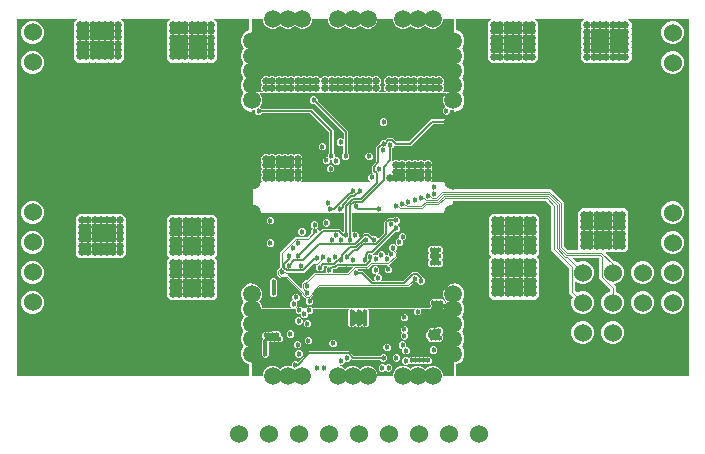
<source format=gbr>
G04 EAGLE Gerber RS-274X export*
G75*
%MOMM*%
%FSLAX34Y34*%
%LPD*%
%INCopper Layer 15*%
%IPPOS*%
%AMOC8*
5,1,8,0,0,1.08239X$1,22.5*%
G01*
%ADD10C,1.524000*%
%ADD11C,1.500000*%
%ADD12C,0.654000*%
%ADD13C,0.454000*%
%ADD14C,0.152400*%
%ADD15C,0.508000*%
%ADD16C,0.406400*%
%ADD17C,0.203200*%
%ADD18C,0.088900*%

G36*
X391090Y293646D02*
X391090Y293646D01*
X391092Y293675D01*
X391070Y293736D01*
X391056Y293800D01*
X391039Y293824D01*
X391029Y293851D01*
X390983Y293898D01*
X390945Y293951D01*
X390919Y293965D01*
X390899Y293986D01*
X390860Y293998D01*
X390781Y294042D01*
X390691Y294049D01*
X390652Y294061D01*
X388983Y294061D01*
X388565Y294234D01*
X388544Y294238D01*
X388524Y294249D01*
X388452Y294254D01*
X388381Y294267D01*
X388360Y294262D01*
X388338Y294264D01*
X388269Y294239D01*
X388199Y294222D01*
X388182Y294208D01*
X388161Y294201D01*
X388109Y294150D01*
X388052Y294105D01*
X388042Y294086D01*
X388027Y294070D01*
X388015Y294033D01*
X387967Y293939D01*
X387963Y293861D01*
X387952Y293824D01*
X387952Y292195D01*
X386101Y290344D01*
X383483Y290344D01*
X381632Y292195D01*
X381632Y294812D01*
X383483Y296663D01*
X383503Y296663D01*
X383517Y296666D01*
X383532Y296664D01*
X383609Y296686D01*
X383686Y296703D01*
X383698Y296712D01*
X383712Y296716D01*
X383773Y296767D01*
X383837Y296815D01*
X383844Y296827D01*
X383855Y296837D01*
X383889Y296909D01*
X383928Y296978D01*
X383929Y296993D01*
X383935Y297006D01*
X383936Y297086D01*
X383943Y297165D01*
X383938Y297179D01*
X383938Y297194D01*
X383922Y297225D01*
X383880Y297341D01*
X383834Y297389D01*
X383817Y297421D01*
X383540Y297698D01*
X382262Y300782D01*
X382262Y304119D01*
X383540Y307203D01*
X384315Y307979D01*
X384323Y307991D01*
X384335Y308000D01*
X384374Y308069D01*
X384417Y308136D01*
X384419Y308151D01*
X384426Y308164D01*
X384433Y308243D01*
X384444Y308322D01*
X384440Y308336D01*
X384442Y308350D01*
X384415Y308425D01*
X384393Y308502D01*
X384383Y308513D01*
X384378Y308527D01*
X384323Y308584D01*
X384272Y308645D01*
X384258Y308651D01*
X384248Y308661D01*
X384214Y308672D01*
X384102Y308725D01*
X384036Y308726D01*
X384002Y308736D01*
X227122Y308736D01*
X227108Y308733D01*
X227093Y308735D01*
X227017Y308713D01*
X226939Y308697D01*
X226927Y308688D01*
X226913Y308684D01*
X226853Y308632D01*
X226789Y308585D01*
X226782Y308572D01*
X226770Y308563D01*
X226736Y308491D01*
X226698Y308421D01*
X226697Y308407D01*
X226690Y308393D01*
X226689Y308314D01*
X226682Y308235D01*
X226687Y308221D01*
X226687Y308206D01*
X226704Y308175D01*
X226746Y308058D01*
X226792Y308011D01*
X226809Y307979D01*
X227584Y307203D01*
X228862Y304119D01*
X228862Y300782D01*
X227584Y297698D01*
X227174Y297287D01*
X227166Y297275D01*
X227154Y297266D01*
X227115Y297197D01*
X227072Y297130D01*
X227070Y297115D01*
X227063Y297102D01*
X227056Y297023D01*
X227045Y296944D01*
X227049Y296930D01*
X227047Y296916D01*
X227074Y296841D01*
X227096Y296764D01*
X227106Y296753D01*
X227111Y296739D01*
X227166Y296682D01*
X227217Y296621D01*
X227230Y296615D01*
X227241Y296605D01*
X227275Y296594D01*
X227331Y296568D01*
X228493Y295406D01*
X228530Y295382D01*
X228560Y295351D01*
X228595Y295340D01*
X228650Y295304D01*
X228773Y295286D01*
X228807Y295276D01*
X271236Y295276D01*
X289438Y277073D01*
X289438Y257765D01*
X289447Y257722D01*
X289447Y257678D01*
X289464Y257646D01*
X289478Y257581D01*
X289551Y257482D01*
X289568Y257451D01*
X290692Y256327D01*
X290692Y254576D01*
X290698Y254548D01*
X290696Y254519D01*
X290718Y254457D01*
X290732Y254393D01*
X290749Y254370D01*
X290759Y254342D01*
X290805Y254295D01*
X290843Y254243D01*
X290869Y254229D01*
X290889Y254208D01*
X290928Y254196D01*
X291007Y254152D01*
X291097Y254144D01*
X291136Y254133D01*
X292841Y254133D01*
X294692Y252282D01*
X294692Y249664D01*
X292841Y247813D01*
X290224Y247813D01*
X288373Y249664D01*
X288373Y251415D01*
X288367Y251443D01*
X288369Y251472D01*
X288347Y251534D01*
X288333Y251598D01*
X288316Y251621D01*
X288306Y251649D01*
X288260Y251696D01*
X288222Y251748D01*
X288196Y251762D01*
X288176Y251783D01*
X288137Y251795D01*
X288058Y251839D01*
X287968Y251847D01*
X287929Y251858D01*
X286937Y251858D01*
X286909Y251852D01*
X286879Y251854D01*
X286818Y251832D01*
X286754Y251819D01*
X286731Y251801D01*
X286703Y251791D01*
X286656Y251746D01*
X286604Y251707D01*
X286589Y251682D01*
X286568Y251661D01*
X286557Y251622D01*
X286513Y251543D01*
X286505Y251453D01*
X286493Y251415D01*
X286493Y250230D01*
X284642Y248379D01*
X282025Y248379D01*
X280174Y250230D01*
X280174Y252848D01*
X282025Y254699D01*
X283929Y254699D01*
X283958Y254705D01*
X283987Y254703D01*
X284048Y254725D01*
X284112Y254738D01*
X284136Y254756D01*
X284163Y254766D01*
X284210Y254811D01*
X284263Y254850D01*
X284277Y254875D01*
X284298Y254896D01*
X284310Y254935D01*
X284354Y255014D01*
X284361Y255104D01*
X284373Y255142D01*
X284373Y256327D01*
X285497Y257451D01*
X285520Y257488D01*
X285552Y257518D01*
X285562Y257553D01*
X285598Y257608D01*
X285617Y257731D01*
X285627Y257765D01*
X285627Y275311D01*
X285618Y275353D01*
X285618Y275397D01*
X285601Y275429D01*
X285587Y275494D01*
X285514Y275593D01*
X285497Y275625D01*
X269787Y291334D01*
X269750Y291358D01*
X269720Y291389D01*
X269685Y291400D01*
X269630Y291436D01*
X269507Y291454D01*
X269473Y291464D01*
X228807Y291464D01*
X228764Y291455D01*
X228720Y291456D01*
X228688Y291439D01*
X228623Y291425D01*
X228524Y291351D01*
X228493Y291334D01*
X227369Y290210D01*
X224751Y290210D01*
X222900Y292061D01*
X222900Y293711D01*
X222896Y293733D01*
X222898Y293755D01*
X222876Y293824D01*
X222861Y293894D01*
X222848Y293912D01*
X222841Y293933D01*
X222792Y293987D01*
X222749Y294045D01*
X222730Y294056D01*
X222715Y294072D01*
X222649Y294101D01*
X222585Y294136D01*
X222563Y294138D01*
X222543Y294146D01*
X222504Y294143D01*
X222399Y294151D01*
X222325Y294125D01*
X222287Y294121D01*
X222141Y294061D01*
X220472Y294061D01*
X220443Y294055D01*
X220414Y294057D01*
X220353Y294035D01*
X220289Y294021D01*
X220265Y294004D01*
X220238Y293994D01*
X220191Y293948D01*
X220138Y293910D01*
X220124Y293884D01*
X220103Y293864D01*
X220091Y293825D01*
X220047Y293746D01*
X220040Y293656D01*
X220028Y293617D01*
X220028Y292918D01*
X218576Y292918D01*
X215072Y294369D01*
X212391Y297051D01*
X210939Y300554D01*
X210939Y304347D01*
X212391Y307850D01*
X212963Y308423D01*
X212979Y308448D01*
X213002Y308467D01*
X213030Y308526D01*
X213065Y308581D01*
X213069Y308610D01*
X213082Y308636D01*
X213083Y308701D01*
X213092Y308766D01*
X213084Y308794D01*
X213085Y308824D01*
X213066Y308859D01*
X213041Y308946D01*
X212982Y309015D01*
X212963Y309051D01*
X212391Y309624D01*
X210939Y313127D01*
X210939Y316920D01*
X212391Y320423D01*
X212963Y320996D01*
X212979Y321021D01*
X213002Y321040D01*
X213030Y321099D01*
X213065Y321154D01*
X213069Y321183D01*
X213082Y321209D01*
X213083Y321274D01*
X213092Y321339D01*
X213084Y321367D01*
X213085Y321397D01*
X213066Y321432D01*
X213041Y321519D01*
X212982Y321588D01*
X212963Y321624D01*
X212391Y322197D01*
X210939Y325700D01*
X210939Y329493D01*
X212391Y332996D01*
X212963Y333569D01*
X212979Y333594D01*
X213002Y333613D01*
X213030Y333672D01*
X213065Y333727D01*
X213069Y333756D01*
X213082Y333782D01*
X213083Y333847D01*
X213092Y333912D01*
X213084Y333940D01*
X213085Y333970D01*
X213066Y334005D01*
X213041Y334092D01*
X212982Y334161D01*
X212963Y334197D01*
X212391Y334770D01*
X210939Y338273D01*
X210939Y342066D01*
X212391Y345569D01*
X212963Y346142D01*
X212979Y346167D01*
X213002Y346186D01*
X213030Y346245D01*
X213065Y346300D01*
X213069Y346329D01*
X213082Y346355D01*
X213083Y346420D01*
X213092Y346485D01*
X213084Y346513D01*
X213085Y346543D01*
X213066Y346578D01*
X213041Y346665D01*
X212982Y346734D01*
X212963Y346770D01*
X212391Y347343D01*
X210939Y350846D01*
X210939Y354639D01*
X212391Y358142D01*
X215072Y360824D01*
X217721Y361921D01*
X217751Y361942D01*
X217785Y361954D01*
X217827Y361995D01*
X217875Y362028D01*
X217894Y362059D01*
X217920Y362084D01*
X217931Y362122D01*
X217971Y362188D01*
X217974Y362212D01*
X217976Y362215D01*
X217979Y362256D01*
X217983Y362293D01*
X217995Y362331D01*
X217995Y371285D01*
X217989Y371313D01*
X217991Y371342D01*
X217969Y371404D01*
X217955Y371468D01*
X217938Y371491D01*
X217928Y371519D01*
X217882Y371566D01*
X217844Y371618D01*
X217818Y371632D01*
X217798Y371653D01*
X217759Y371665D01*
X217680Y371709D01*
X217590Y371717D01*
X217551Y371728D01*
X188403Y371728D01*
X188389Y371725D01*
X188374Y371727D01*
X188298Y371705D01*
X188220Y371689D01*
X188208Y371680D01*
X188194Y371676D01*
X188133Y371624D01*
X188070Y371577D01*
X188062Y371564D01*
X188051Y371555D01*
X188017Y371483D01*
X187979Y371413D01*
X187977Y371399D01*
X187971Y371385D01*
X187970Y371306D01*
X187963Y371227D01*
X187968Y371213D01*
X187968Y371198D01*
X187985Y371167D01*
X188026Y371050D01*
X188072Y371003D01*
X188089Y370971D01*
X190596Y368464D01*
X190596Y364072D01*
X190439Y363915D01*
X190423Y363890D01*
X190401Y363871D01*
X190373Y363812D01*
X190337Y363757D01*
X190333Y363728D01*
X190321Y363702D01*
X190319Y363637D01*
X190310Y363572D01*
X190318Y363544D01*
X190317Y363515D01*
X190337Y363479D01*
X190361Y363392D01*
X190420Y363323D01*
X190439Y363287D01*
X190596Y363130D01*
X190596Y358738D01*
X190439Y358581D01*
X190423Y358556D01*
X190401Y358537D01*
X190373Y358478D01*
X190337Y358423D01*
X190333Y358394D01*
X190321Y358368D01*
X190319Y358303D01*
X190310Y358238D01*
X190318Y358210D01*
X190317Y358181D01*
X190337Y358145D01*
X190361Y358058D01*
X190420Y357989D01*
X190439Y357953D01*
X190596Y357796D01*
X190596Y353404D01*
X190439Y353247D01*
X190423Y353222D01*
X190401Y353203D01*
X190373Y353144D01*
X190337Y353089D01*
X190333Y353060D01*
X190321Y353034D01*
X190320Y352969D01*
X190310Y352904D01*
X190318Y352876D01*
X190318Y352846D01*
X190336Y352811D01*
X190361Y352724D01*
X190420Y352655D01*
X190439Y352619D01*
X190596Y352462D01*
X190596Y348070D01*
X190439Y347913D01*
X190423Y347888D01*
X190401Y347869D01*
X190373Y347810D01*
X190337Y347755D01*
X190333Y347726D01*
X190321Y347700D01*
X190319Y347635D01*
X190310Y347570D01*
X190318Y347542D01*
X190317Y347513D01*
X190337Y347477D01*
X190361Y347390D01*
X190420Y347321D01*
X190439Y347285D01*
X190596Y347128D01*
X190596Y342736D01*
X190439Y342579D01*
X190423Y342554D01*
X190401Y342535D01*
X190373Y342476D01*
X190337Y342421D01*
X190333Y342392D01*
X190321Y342366D01*
X190319Y342300D01*
X190310Y342236D01*
X190318Y342208D01*
X190317Y342179D01*
X190337Y342143D01*
X190361Y342056D01*
X190420Y341987D01*
X190439Y341951D01*
X190596Y341794D01*
X190596Y337402D01*
X187489Y334295D01*
X183097Y334295D01*
X182940Y334452D01*
X182915Y334468D01*
X182896Y334490D01*
X182837Y334518D01*
X182782Y334554D01*
X182753Y334558D01*
X182727Y334570D01*
X182662Y334571D01*
X182597Y334581D01*
X182569Y334573D01*
X182539Y334573D01*
X182504Y334555D01*
X182417Y334530D01*
X182348Y334471D01*
X182312Y334452D01*
X182155Y334295D01*
X177763Y334295D01*
X177606Y334452D01*
X177581Y334468D01*
X177562Y334490D01*
X177503Y334518D01*
X177448Y334554D01*
X177419Y334558D01*
X177393Y334570D01*
X177328Y334572D01*
X177263Y334581D01*
X177235Y334573D01*
X177206Y334574D01*
X177170Y334554D01*
X177083Y334530D01*
X177014Y334471D01*
X176978Y334452D01*
X176821Y334295D01*
X172429Y334295D01*
X172272Y334452D01*
X172247Y334468D01*
X172228Y334490D01*
X172169Y334518D01*
X172114Y334554D01*
X172085Y334558D01*
X172059Y334570D01*
X171994Y334571D01*
X171929Y334581D01*
X171901Y334573D01*
X171871Y334573D01*
X171836Y334555D01*
X171749Y334530D01*
X171680Y334471D01*
X171644Y334452D01*
X171487Y334295D01*
X167095Y334295D01*
X166938Y334452D01*
X166913Y334468D01*
X166894Y334490D01*
X166835Y334518D01*
X166780Y334554D01*
X166751Y334558D01*
X166725Y334570D01*
X166660Y334572D01*
X166595Y334581D01*
X166567Y334573D01*
X166538Y334574D01*
X166502Y334554D01*
X166415Y334530D01*
X166346Y334471D01*
X166310Y334452D01*
X166153Y334295D01*
X161761Y334295D01*
X161604Y334452D01*
X161579Y334468D01*
X161560Y334490D01*
X161501Y334518D01*
X161446Y334554D01*
X161417Y334558D01*
X161391Y334570D01*
X161326Y334572D01*
X161261Y334581D01*
X161233Y334573D01*
X161204Y334574D01*
X161168Y334554D01*
X161081Y334530D01*
X161012Y334471D01*
X160976Y334452D01*
X160819Y334295D01*
X156427Y334295D01*
X156270Y334452D01*
X156245Y334468D01*
X156226Y334490D01*
X156167Y334518D01*
X156112Y334554D01*
X156083Y334558D01*
X156057Y334570D01*
X155992Y334572D01*
X155927Y334581D01*
X155899Y334573D01*
X155870Y334574D01*
X155834Y334554D01*
X155747Y334530D01*
X155678Y334471D01*
X155642Y334452D01*
X155485Y334295D01*
X151093Y334295D01*
X147986Y337402D01*
X147986Y341794D01*
X148143Y341951D01*
X148159Y341976D01*
X148181Y341995D01*
X148209Y342054D01*
X148245Y342109D01*
X148249Y342138D01*
X148261Y342164D01*
X148262Y342229D01*
X148272Y342294D01*
X148264Y342322D01*
X148264Y342352D01*
X148246Y342387D01*
X148221Y342474D01*
X148162Y342543D01*
X148143Y342579D01*
X147986Y342736D01*
X147986Y347128D01*
X148143Y347285D01*
X148159Y347310D01*
X148181Y347329D01*
X148209Y347388D01*
X148245Y347443D01*
X148249Y347472D01*
X148261Y347498D01*
X148262Y347563D01*
X148272Y347628D01*
X148264Y347656D01*
X148264Y347686D01*
X148246Y347721D01*
X148221Y347808D01*
X148162Y347877D01*
X148143Y347913D01*
X147986Y348070D01*
X147986Y352462D01*
X148143Y352619D01*
X148159Y352644D01*
X148181Y352663D01*
X148209Y352722D01*
X148245Y352777D01*
X148249Y352806D01*
X148261Y352832D01*
X148262Y352897D01*
X148272Y352962D01*
X148264Y352990D01*
X148264Y353020D01*
X148246Y353055D01*
X148221Y353142D01*
X148162Y353211D01*
X148143Y353247D01*
X147986Y353404D01*
X147986Y357796D01*
X148143Y357953D01*
X148159Y357978D01*
X148181Y357997D01*
X148209Y358056D01*
X148245Y358111D01*
X148249Y358140D01*
X148261Y358166D01*
X148263Y358231D01*
X148272Y358296D01*
X148264Y358324D01*
X148265Y358353D01*
X148245Y358389D01*
X148221Y358476D01*
X148162Y358545D01*
X148143Y358581D01*
X147986Y358738D01*
X147986Y363130D01*
X148143Y363287D01*
X148159Y363312D01*
X148181Y363331D01*
X148209Y363390D01*
X148245Y363445D01*
X148249Y363474D01*
X148261Y363500D01*
X148262Y363565D01*
X148272Y363630D01*
X148264Y363658D01*
X148264Y363688D01*
X148246Y363723D01*
X148221Y363810D01*
X148162Y363879D01*
X148143Y363915D01*
X147986Y364072D01*
X147986Y368464D01*
X150493Y370971D01*
X150501Y370983D01*
X150512Y370992D01*
X150551Y371061D01*
X150594Y371128D01*
X150596Y371143D01*
X150603Y371156D01*
X150610Y371235D01*
X150622Y371314D01*
X150618Y371328D01*
X150619Y371342D01*
X150592Y371417D01*
X150570Y371494D01*
X150561Y371505D01*
X150556Y371519D01*
X150500Y371576D01*
X150449Y371637D01*
X150436Y371643D01*
X150425Y371653D01*
X150392Y371664D01*
X150280Y371717D01*
X150213Y371718D01*
X150179Y371728D01*
X109854Y371728D01*
X109839Y371725D01*
X109825Y371727D01*
X109748Y371705D01*
X109671Y371689D01*
X109659Y371680D01*
X109645Y371676D01*
X109584Y371624D01*
X109520Y371577D01*
X109513Y371564D01*
X109502Y371555D01*
X109468Y371483D01*
X109429Y371413D01*
X109428Y371399D01*
X109422Y371385D01*
X109420Y371306D01*
X109414Y371227D01*
X109419Y371213D01*
X109418Y371198D01*
X109435Y371167D01*
X109477Y371050D01*
X109523Y371003D01*
X109540Y370971D01*
X111919Y368591D01*
X111919Y364199D01*
X111762Y364042D01*
X111747Y364017D01*
X111724Y363998D01*
X111696Y363939D01*
X111661Y363884D01*
X111657Y363855D01*
X111644Y363829D01*
X111643Y363764D01*
X111633Y363699D01*
X111641Y363671D01*
X111641Y363642D01*
X111660Y363606D01*
X111685Y363519D01*
X111743Y363450D01*
X111762Y363414D01*
X111919Y363257D01*
X111919Y358865D01*
X111762Y358708D01*
X111747Y358683D01*
X111724Y358664D01*
X111696Y358605D01*
X111661Y358550D01*
X111657Y358521D01*
X111644Y358495D01*
X111643Y358430D01*
X111633Y358365D01*
X111641Y358337D01*
X111641Y358308D01*
X111660Y358272D01*
X111685Y358185D01*
X111743Y358116D01*
X111744Y358115D01*
X111762Y358080D01*
X111919Y357923D01*
X111919Y353531D01*
X111762Y353374D01*
X111747Y353349D01*
X111724Y353330D01*
X111696Y353271D01*
X111661Y353216D01*
X111657Y353187D01*
X111644Y353161D01*
X111643Y353096D01*
X111633Y353031D01*
X111641Y353003D01*
X111641Y352974D01*
X111660Y352938D01*
X111685Y352851D01*
X111733Y352794D01*
X111734Y352791D01*
X111744Y352781D01*
X111762Y352746D01*
X111919Y352589D01*
X111919Y348197D01*
X111762Y348040D01*
X111747Y348015D01*
X111724Y347996D01*
X111696Y347937D01*
X111661Y347882D01*
X111657Y347853D01*
X111644Y347827D01*
X111643Y347762D01*
X111633Y347697D01*
X111641Y347669D01*
X111641Y347639D01*
X111660Y347604D01*
X111685Y347517D01*
X111723Y347472D01*
X111725Y347466D01*
X111744Y347446D01*
X111762Y347412D01*
X111919Y347255D01*
X111919Y342863D01*
X111762Y342706D01*
X111747Y342681D01*
X111724Y342662D01*
X111696Y342603D01*
X111661Y342548D01*
X111657Y342519D01*
X111644Y342493D01*
X111643Y342428D01*
X111633Y342363D01*
X111641Y342335D01*
X111641Y342306D01*
X111660Y342270D01*
X111685Y342183D01*
X111713Y342150D01*
X111716Y342141D01*
X111745Y342111D01*
X111762Y342078D01*
X111919Y341921D01*
X111919Y337529D01*
X108813Y334422D01*
X104420Y334422D01*
X104263Y334579D01*
X104239Y334595D01*
X104220Y334617D01*
X104161Y334645D01*
X104106Y334681D01*
X104077Y334685D01*
X104050Y334697D01*
X103985Y334698D01*
X103920Y334708D01*
X103892Y334700D01*
X103863Y334700D01*
X103827Y334682D01*
X103740Y334657D01*
X103671Y334598D01*
X103636Y334579D01*
X103479Y334422D01*
X99086Y334422D01*
X98929Y334579D01*
X98905Y334595D01*
X98886Y334617D01*
X98827Y334645D01*
X98772Y334681D01*
X98743Y334685D01*
X98716Y334697D01*
X98651Y334699D01*
X98587Y334708D01*
X98558Y334700D01*
X98529Y334701D01*
X98493Y334681D01*
X98406Y334657D01*
X98337Y334598D01*
X98302Y334579D01*
X98145Y334422D01*
X93752Y334422D01*
X93595Y334579D01*
X93571Y334595D01*
X93552Y334617D01*
X93493Y334645D01*
X93438Y334681D01*
X93409Y334685D01*
X93382Y334697D01*
X93317Y334698D01*
X93252Y334708D01*
X93224Y334700D01*
X93195Y334700D01*
X93159Y334682D01*
X93072Y334657D01*
X93003Y334598D01*
X92968Y334579D01*
X92811Y334422D01*
X88418Y334422D01*
X88261Y334579D01*
X88237Y334595D01*
X88218Y334617D01*
X88159Y334645D01*
X88104Y334681D01*
X88075Y334685D01*
X88048Y334697D01*
X87983Y334699D01*
X87919Y334708D01*
X87890Y334700D01*
X87861Y334701D01*
X87825Y334681D01*
X87738Y334657D01*
X87669Y334598D01*
X87634Y334579D01*
X87477Y334422D01*
X83084Y334422D01*
X82927Y334579D01*
X82903Y334595D01*
X82884Y334617D01*
X82825Y334645D01*
X82770Y334681D01*
X82741Y334685D01*
X82714Y334697D01*
X82649Y334699D01*
X82585Y334708D01*
X82556Y334700D01*
X82527Y334701D01*
X82491Y334681D01*
X82404Y334657D01*
X82335Y334598D01*
X82300Y334579D01*
X82143Y334422D01*
X77750Y334422D01*
X77593Y334579D01*
X77569Y334595D01*
X77550Y334617D01*
X77491Y334645D01*
X77436Y334681D01*
X77407Y334685D01*
X77380Y334697D01*
X77315Y334699D01*
X77251Y334708D01*
X77222Y334700D01*
X77193Y334701D01*
X77157Y334681D01*
X77070Y334657D01*
X77001Y334598D01*
X76966Y334579D01*
X76809Y334422D01*
X72416Y334422D01*
X69310Y337529D01*
X69310Y341921D01*
X69467Y342078D01*
X69469Y342082D01*
X69470Y342083D01*
X69471Y342085D01*
X69482Y342103D01*
X69505Y342122D01*
X69533Y342181D01*
X69568Y342236D01*
X69572Y342265D01*
X69585Y342291D01*
X69586Y342356D01*
X69596Y342421D01*
X69588Y342449D01*
X69588Y342479D01*
X69569Y342514D01*
X69544Y342601D01*
X69485Y342670D01*
X69467Y342706D01*
X69310Y342863D01*
X69310Y347255D01*
X69467Y347412D01*
X69482Y347437D01*
X69505Y347456D01*
X69533Y347515D01*
X69568Y347570D01*
X69572Y347599D01*
X69585Y347625D01*
X69586Y347690D01*
X69596Y347755D01*
X69588Y347783D01*
X69588Y347813D01*
X69569Y347848D01*
X69544Y347935D01*
X69485Y348004D01*
X69467Y348040D01*
X69310Y348197D01*
X69310Y352589D01*
X69467Y352746D01*
X69482Y352771D01*
X69505Y352790D01*
X69533Y352849D01*
X69568Y352904D01*
X69572Y352933D01*
X69585Y352959D01*
X69586Y353024D01*
X69596Y353089D01*
X69588Y353117D01*
X69588Y353146D01*
X69569Y353182D01*
X69544Y353269D01*
X69486Y353338D01*
X69467Y353374D01*
X69310Y353531D01*
X69310Y357923D01*
X69467Y358080D01*
X69482Y358105D01*
X69505Y358124D01*
X69533Y358183D01*
X69568Y358238D01*
X69572Y358267D01*
X69585Y358293D01*
X69586Y358358D01*
X69596Y358423D01*
X69588Y358451D01*
X69588Y358481D01*
X69569Y358516D01*
X69544Y358603D01*
X69485Y358672D01*
X69467Y358708D01*
X69310Y358865D01*
X69310Y363257D01*
X69467Y363414D01*
X69482Y363439D01*
X69505Y363458D01*
X69533Y363517D01*
X69568Y363572D01*
X69572Y363601D01*
X69585Y363627D01*
X69586Y363692D01*
X69596Y363757D01*
X69588Y363785D01*
X69588Y363815D01*
X69569Y363850D01*
X69544Y363937D01*
X69485Y364006D01*
X69467Y364042D01*
X69310Y364199D01*
X69310Y368591D01*
X71689Y370971D01*
X71697Y370983D01*
X71709Y370992D01*
X71747Y371061D01*
X71791Y371128D01*
X71793Y371143D01*
X71800Y371156D01*
X71806Y371235D01*
X71818Y371314D01*
X71814Y371328D01*
X71815Y371342D01*
X71788Y371417D01*
X71767Y371494D01*
X71757Y371505D01*
X71752Y371519D01*
X71697Y371576D01*
X71645Y371637D01*
X71632Y371643D01*
X71622Y371653D01*
X71588Y371664D01*
X71476Y371717D01*
X71410Y371718D01*
X71375Y371728D01*
X21590Y371728D01*
X21561Y371722D01*
X21532Y371724D01*
X21471Y371702D01*
X21407Y371689D01*
X21383Y371671D01*
X21356Y371661D01*
X21309Y371616D01*
X21256Y371577D01*
X21242Y371552D01*
X21221Y371531D01*
X21209Y371492D01*
X21165Y371413D01*
X21158Y371323D01*
X21146Y371285D01*
X21146Y69469D01*
X21152Y69440D01*
X21150Y69411D01*
X21172Y69350D01*
X21186Y69286D01*
X21203Y69262D01*
X21213Y69235D01*
X21259Y69188D01*
X21297Y69135D01*
X21323Y69121D01*
X21343Y69100D01*
X21382Y69088D01*
X21461Y69044D01*
X21551Y69037D01*
X21590Y69025D01*
X217551Y69025D01*
X217580Y69031D01*
X217609Y69029D01*
X217670Y69051D01*
X217734Y69065D01*
X217758Y69082D01*
X217785Y69092D01*
X217832Y69138D01*
X217885Y69176D01*
X217899Y69202D01*
X217920Y69222D01*
X217932Y69261D01*
X217976Y69340D01*
X217983Y69430D01*
X217995Y69469D01*
X217995Y78422D01*
X217987Y78458D01*
X217989Y78495D01*
X217967Y78549D01*
X217955Y78606D01*
X217933Y78635D01*
X217920Y78669D01*
X217890Y78694D01*
X217844Y78756D01*
X217751Y78807D01*
X217721Y78832D01*
X215072Y79930D01*
X212391Y82611D01*
X210939Y86115D01*
X210939Y89907D01*
X212391Y93411D01*
X212963Y93984D01*
X212979Y94008D01*
X213002Y94027D01*
X213030Y94086D01*
X213065Y94141D01*
X213069Y94170D01*
X213082Y94197D01*
X213083Y94262D01*
X213092Y94326D01*
X213084Y94355D01*
X213085Y94384D01*
X213066Y94420D01*
X213041Y94507D01*
X213008Y94546D01*
X213005Y94553D01*
X212981Y94578D01*
X212963Y94611D01*
X212391Y95184D01*
X210939Y98688D01*
X210939Y102480D01*
X212391Y105984D01*
X212963Y106557D01*
X212979Y106581D01*
X213002Y106600D01*
X213030Y106659D01*
X213065Y106714D01*
X213069Y106743D01*
X213082Y106770D01*
X213083Y106835D01*
X213092Y106899D01*
X213084Y106928D01*
X213085Y106957D01*
X213066Y106993D01*
X213041Y107080D01*
X212982Y107149D01*
X212963Y107184D01*
X212391Y107757D01*
X210939Y111261D01*
X210939Y115053D01*
X212391Y118557D01*
X212963Y119130D01*
X212979Y119154D01*
X213002Y119173D01*
X213030Y119232D01*
X213065Y119287D01*
X213069Y119316D01*
X213082Y119343D01*
X213083Y119408D01*
X213092Y119472D01*
X213084Y119501D01*
X213085Y119530D01*
X213066Y119566D01*
X213041Y119653D01*
X212982Y119722D01*
X212963Y119757D01*
X212391Y120330D01*
X210939Y123834D01*
X210939Y127626D01*
X212391Y131130D01*
X212963Y131703D01*
X212979Y131727D01*
X213002Y131746D01*
X213030Y131805D01*
X213065Y131860D01*
X213069Y131889D01*
X213082Y131916D01*
X213083Y131981D01*
X213092Y132045D01*
X213084Y132074D01*
X213085Y132103D01*
X213066Y132139D01*
X213041Y132226D01*
X213008Y132265D01*
X213005Y132272D01*
X212981Y132297D01*
X212963Y132330D01*
X212391Y132903D01*
X210939Y136407D01*
X210939Y140199D01*
X212391Y143703D01*
X215072Y146384D01*
X218576Y147836D01*
X220028Y147836D01*
X220028Y147136D01*
X220034Y147108D01*
X220032Y147079D01*
X220054Y147017D01*
X220068Y146953D01*
X220085Y146930D01*
X220095Y146902D01*
X220141Y146855D01*
X220179Y146803D01*
X220205Y146789D01*
X220225Y146768D01*
X220264Y146756D01*
X220343Y146712D01*
X220433Y146704D01*
X220472Y146693D01*
X222141Y146693D01*
X225224Y145415D01*
X227584Y143055D01*
X228862Y139972D01*
X228862Y136634D01*
X227584Y133551D01*
X226364Y132330D01*
X226348Y132306D01*
X226326Y132287D01*
X226298Y132228D01*
X226263Y132173D01*
X226258Y132144D01*
X226246Y132117D01*
X226245Y132052D01*
X226235Y131987D01*
X226243Y131959D01*
X226243Y131930D01*
X226262Y131894D01*
X226287Y131807D01*
X226345Y131738D01*
X226364Y131703D01*
X227584Y130482D01*
X228866Y127389D01*
X228866Y127387D01*
X228888Y127325D01*
X228901Y127261D01*
X228919Y127238D01*
X228929Y127210D01*
X228974Y127163D01*
X229013Y127111D01*
X229038Y127097D01*
X229059Y127076D01*
X229098Y127064D01*
X229177Y127020D01*
X229267Y127012D01*
X229305Y127001D01*
X252987Y127001D01*
X253001Y127004D01*
X253016Y127002D01*
X253093Y127024D01*
X253170Y127040D01*
X253182Y127049D01*
X253196Y127053D01*
X253257Y127105D01*
X253321Y127152D01*
X253328Y127165D01*
X253339Y127174D01*
X253373Y127246D01*
X253412Y127316D01*
X253413Y127330D01*
X253419Y127344D01*
X253420Y127423D01*
X253427Y127502D01*
X253422Y127516D01*
X253422Y127531D01*
X253406Y127562D01*
X253364Y127679D01*
X253318Y127726D01*
X253301Y127758D01*
X252341Y128718D01*
X252341Y131335D01*
X254192Y133186D01*
X254681Y133186D01*
X254695Y133189D01*
X254710Y133187D01*
X254787Y133209D01*
X254864Y133226D01*
X254876Y133235D01*
X254890Y133239D01*
X254951Y133290D01*
X255015Y133337D01*
X255022Y133350D01*
X255033Y133360D01*
X255067Y133432D01*
X255106Y133501D01*
X255107Y133516D01*
X255113Y133529D01*
X255114Y133609D01*
X255121Y133688D01*
X255116Y133702D01*
X255116Y133716D01*
X255100Y133748D01*
X255058Y133864D01*
X255012Y133912D01*
X254995Y133944D01*
X254523Y134416D01*
X254523Y137033D01*
X256374Y138884D01*
X258991Y138884D01*
X260842Y137033D01*
X260842Y134416D01*
X258991Y132565D01*
X258503Y132565D01*
X258488Y132562D01*
X258474Y132564D01*
X258397Y132542D01*
X258319Y132525D01*
X258308Y132516D01*
X258293Y132512D01*
X258233Y132461D01*
X258169Y132414D01*
X258162Y132401D01*
X258151Y132391D01*
X258116Y132319D01*
X258078Y132250D01*
X258077Y132235D01*
X258070Y132222D01*
X258069Y132142D01*
X258063Y132063D01*
X258068Y132049D01*
X258067Y132035D01*
X258084Y132003D01*
X258126Y131887D01*
X258172Y131839D01*
X258189Y131807D01*
X258661Y131335D01*
X258661Y128718D01*
X257701Y127758D01*
X257693Y127746D01*
X257681Y127737D01*
X257643Y127668D01*
X257600Y127601D01*
X257598Y127586D01*
X257590Y127573D01*
X257584Y127494D01*
X257572Y127415D01*
X257576Y127401D01*
X257575Y127387D01*
X257602Y127312D01*
X257624Y127235D01*
X257633Y127224D01*
X257638Y127210D01*
X257693Y127153D01*
X257745Y127092D01*
X257758Y127086D01*
X257768Y127076D01*
X257802Y127065D01*
X257914Y127012D01*
X257980Y127011D01*
X258015Y127001D01*
X258058Y127010D01*
X258102Y127009D01*
X258134Y127026D01*
X258198Y127040D01*
X258298Y127114D01*
X258329Y127131D01*
X258993Y127795D01*
X261611Y127795D01*
X262275Y127131D01*
X262312Y127107D01*
X262343Y127076D01*
X262377Y127065D01*
X262433Y127029D01*
X262555Y127011D01*
X262589Y127001D01*
X266620Y127001D01*
X266663Y127010D01*
X266707Y127009D01*
X266739Y127026D01*
X266804Y127040D01*
X266903Y127114D01*
X266934Y127131D01*
X267550Y127747D01*
X270168Y127747D01*
X270784Y127131D01*
X270821Y127107D01*
X270851Y127076D01*
X270886Y127065D01*
X270941Y127029D01*
X271064Y127011D01*
X271098Y127001D01*
X370506Y127001D01*
X370549Y127010D01*
X370593Y127009D01*
X370625Y127026D01*
X370690Y127040D01*
X370789Y127114D01*
X370820Y127131D01*
X371773Y128083D01*
X371789Y128108D01*
X371811Y128127D01*
X371839Y128186D01*
X371874Y128241D01*
X371879Y128270D01*
X371891Y128296D01*
X371892Y128361D01*
X371902Y128426D01*
X371894Y128454D01*
X371894Y128483D01*
X371875Y128519D01*
X371850Y128606D01*
X371792Y128675D01*
X371773Y128711D01*
X370665Y129819D01*
X370665Y132436D01*
X372516Y134287D01*
X375133Y134287D01*
X375225Y134195D01*
X375250Y134179D01*
X375269Y134157D01*
X375328Y134129D01*
X375383Y134094D01*
X375412Y134089D01*
X375438Y134077D01*
X375503Y134076D01*
X375568Y134066D01*
X375596Y134074D01*
X375626Y134074D01*
X375661Y134093D01*
X375748Y134118D01*
X375798Y134160D01*
X378435Y134160D01*
X378527Y134068D01*
X378552Y134052D01*
X378571Y134030D01*
X378630Y134002D01*
X378685Y133967D01*
X378714Y133962D01*
X378740Y133950D01*
X378805Y133949D01*
X378870Y133939D01*
X378898Y133947D01*
X378927Y133947D01*
X378963Y133966D01*
X379050Y133991D01*
X379100Y134033D01*
X381737Y134033D01*
X383588Y132182D01*
X383588Y131602D01*
X383591Y131588D01*
X383589Y131573D01*
X383611Y131497D01*
X383628Y131419D01*
X383637Y131407D01*
X383641Y131393D01*
X383692Y131332D01*
X383739Y131269D01*
X383752Y131262D01*
X383762Y131250D01*
X383834Y131216D01*
X383903Y131178D01*
X383918Y131177D01*
X383931Y131170D01*
X384011Y131169D01*
X384090Y131162D01*
X384104Y131167D01*
X384118Y131167D01*
X384150Y131184D01*
X384266Y131226D01*
X384314Y131272D01*
X384346Y131289D01*
X384760Y131703D01*
X384776Y131727D01*
X384798Y131746D01*
X384826Y131805D01*
X384861Y131860D01*
X384866Y131889D01*
X384878Y131916D01*
X384879Y131981D01*
X384889Y132045D01*
X384881Y132074D01*
X384881Y132103D01*
X384862Y132139D01*
X384837Y132226D01*
X384779Y132295D01*
X384760Y132330D01*
X383540Y133551D01*
X382262Y136634D01*
X382262Y139972D01*
X383540Y143055D01*
X385900Y145415D01*
X388983Y146693D01*
X390652Y146693D01*
X390681Y146699D01*
X390710Y146697D01*
X390771Y146719D01*
X390835Y146732D01*
X390859Y146750D01*
X390886Y146760D01*
X390933Y146805D01*
X390986Y146844D01*
X391000Y146869D01*
X391021Y146890D01*
X391033Y146929D01*
X391077Y147008D01*
X391084Y147098D01*
X391096Y147136D01*
X391096Y147836D01*
X392548Y147836D01*
X396052Y146384D01*
X398733Y143703D01*
X400185Y140199D01*
X400185Y136407D01*
X398733Y132903D01*
X398161Y132330D01*
X398145Y132306D01*
X398122Y132287D01*
X398094Y132228D01*
X398059Y132173D01*
X398055Y132144D01*
X398042Y132117D01*
X398041Y132052D01*
X398032Y131987D01*
X398040Y131959D01*
X398039Y131930D01*
X398058Y131894D01*
X398083Y131807D01*
X398142Y131738D01*
X398161Y131703D01*
X398733Y131130D01*
X400185Y127626D01*
X400185Y123834D01*
X398733Y120330D01*
X398161Y119757D01*
X398145Y119733D01*
X398122Y119714D01*
X398094Y119655D01*
X398059Y119600D01*
X398055Y119571D01*
X398042Y119544D01*
X398041Y119479D01*
X398032Y119414D01*
X398040Y119386D01*
X398039Y119357D01*
X398058Y119321D01*
X398083Y119234D01*
X398142Y119165D01*
X398161Y119130D01*
X398733Y118557D01*
X400185Y115053D01*
X400185Y111261D01*
X398733Y107757D01*
X398161Y107184D01*
X398145Y107160D01*
X398122Y107141D01*
X398094Y107082D01*
X398059Y107027D01*
X398055Y106998D01*
X398042Y106971D01*
X398041Y106906D01*
X398032Y106841D01*
X398040Y106813D01*
X398039Y106784D01*
X398058Y106748D01*
X398083Y106661D01*
X398142Y106592D01*
X398161Y106557D01*
X398733Y105984D01*
X400185Y102480D01*
X400185Y98688D01*
X398733Y95184D01*
X398161Y94611D01*
X398145Y94587D01*
X398122Y94568D01*
X398094Y94509D01*
X398059Y94454D01*
X398055Y94425D01*
X398042Y94398D01*
X398041Y94333D01*
X398032Y94268D01*
X398040Y94240D01*
X398039Y94211D01*
X398058Y94175D01*
X398083Y94088D01*
X398142Y94019D01*
X398161Y93984D01*
X398733Y93411D01*
X400185Y89907D01*
X400185Y86115D01*
X398733Y82611D01*
X396052Y79930D01*
X393403Y78832D01*
X393373Y78812D01*
X393339Y78799D01*
X393297Y78759D01*
X393249Y78726D01*
X393230Y78694D01*
X393204Y78669D01*
X393193Y78632D01*
X393153Y78565D01*
X393141Y78460D01*
X393129Y78422D01*
X393129Y69469D01*
X393135Y69440D01*
X393133Y69411D01*
X393155Y69350D01*
X393169Y69286D01*
X393186Y69262D01*
X393196Y69235D01*
X393242Y69188D01*
X393280Y69135D01*
X393306Y69121D01*
X393326Y69100D01*
X393365Y69088D01*
X393444Y69044D01*
X393534Y69037D01*
X393573Y69025D01*
X589598Y69025D01*
X589626Y69031D01*
X589655Y69029D01*
X589717Y69051D01*
X589781Y69065D01*
X589804Y69082D01*
X589832Y69092D01*
X589879Y69138D01*
X589931Y69176D01*
X589945Y69202D01*
X589966Y69222D01*
X589978Y69261D01*
X590022Y69340D01*
X590030Y69430D01*
X590041Y69469D01*
X590041Y371285D01*
X590035Y371313D01*
X590037Y371342D01*
X590015Y371404D01*
X590002Y371468D01*
X589984Y371491D01*
X589974Y371519D01*
X589929Y371566D01*
X589890Y371618D01*
X589865Y371632D01*
X589844Y371653D01*
X589805Y371665D01*
X589726Y371709D01*
X589636Y371717D01*
X589598Y371728D01*
X539177Y371728D01*
X539163Y371725D01*
X539148Y371727D01*
X539072Y371705D01*
X538994Y371689D01*
X538982Y371680D01*
X538968Y371676D01*
X538907Y371624D01*
X538844Y371577D01*
X538836Y371564D01*
X538825Y371555D01*
X538791Y371483D01*
X538753Y371413D01*
X538751Y371399D01*
X538745Y371385D01*
X538744Y371306D01*
X538737Y371227D01*
X538742Y371213D01*
X538742Y371198D01*
X538759Y371167D01*
X538800Y371050D01*
X538846Y371003D01*
X538863Y370971D01*
X541624Y368210D01*
X541624Y363818D01*
X541467Y363661D01*
X541451Y363636D01*
X541429Y363617D01*
X541401Y363558D01*
X541365Y363503D01*
X541361Y363474D01*
X541349Y363448D01*
X541347Y363383D01*
X541338Y363318D01*
X541346Y363290D01*
X541345Y363261D01*
X541365Y363225D01*
X541389Y363138D01*
X541448Y363069D01*
X541467Y363033D01*
X541624Y362876D01*
X541624Y358484D01*
X541467Y358327D01*
X541451Y358302D01*
X541429Y358283D01*
X541401Y358224D01*
X541365Y358169D01*
X541361Y358140D01*
X541349Y358114D01*
X541348Y358049D01*
X541338Y357984D01*
X541346Y357956D01*
X541346Y357926D01*
X541364Y357891D01*
X541389Y357804D01*
X541448Y357735D01*
X541467Y357699D01*
X541624Y357542D01*
X541624Y353150D01*
X541467Y352993D01*
X541451Y352968D01*
X541429Y352949D01*
X541401Y352890D01*
X541365Y352835D01*
X541361Y352806D01*
X541349Y352780D01*
X541347Y352715D01*
X541338Y352650D01*
X541346Y352622D01*
X541345Y352593D01*
X541365Y352557D01*
X541389Y352470D01*
X541448Y352401D01*
X541467Y352365D01*
X541624Y352208D01*
X541624Y347816D01*
X541467Y347659D01*
X541451Y347634D01*
X541429Y347615D01*
X541401Y347556D01*
X541365Y347501D01*
X541361Y347472D01*
X541349Y347446D01*
X541347Y347381D01*
X541338Y347316D01*
X541346Y347288D01*
X541345Y347259D01*
X541365Y347223D01*
X541389Y347136D01*
X541448Y347067D01*
X541467Y347031D01*
X541624Y346874D01*
X541624Y342482D01*
X541467Y342325D01*
X541451Y342300D01*
X541429Y342281D01*
X541401Y342222D01*
X541365Y342167D01*
X541361Y342138D01*
X541349Y342112D01*
X541347Y342047D01*
X541338Y341982D01*
X541346Y341954D01*
X541345Y341925D01*
X541365Y341889D01*
X541389Y341802D01*
X541448Y341733D01*
X541467Y341697D01*
X541624Y341540D01*
X541624Y337148D01*
X538517Y334041D01*
X534125Y334041D01*
X533968Y334198D01*
X533943Y334214D01*
X533924Y334236D01*
X533865Y334264D01*
X533810Y334300D01*
X533781Y334304D01*
X533755Y334316D01*
X533690Y334317D01*
X533625Y334327D01*
X533597Y334319D01*
X533567Y334319D01*
X533532Y334301D01*
X533445Y334276D01*
X533376Y334217D01*
X533340Y334198D01*
X533183Y334041D01*
X528791Y334041D01*
X528634Y334198D01*
X528609Y334214D01*
X528590Y334236D01*
X528531Y334264D01*
X528476Y334300D01*
X528447Y334304D01*
X528421Y334316D01*
X528356Y334317D01*
X528291Y334327D01*
X528263Y334319D01*
X528233Y334319D01*
X528198Y334301D01*
X528111Y334276D01*
X528042Y334217D01*
X528006Y334198D01*
X527849Y334041D01*
X523457Y334041D01*
X523300Y334198D01*
X523275Y334214D01*
X523256Y334236D01*
X523197Y334264D01*
X523142Y334300D01*
X523113Y334304D01*
X523087Y334316D01*
X523022Y334317D01*
X522957Y334327D01*
X522929Y334319D01*
X522899Y334319D01*
X522864Y334301D01*
X522777Y334276D01*
X522708Y334217D01*
X522672Y334198D01*
X522515Y334041D01*
X518123Y334041D01*
X517966Y334198D01*
X517941Y334214D01*
X517922Y334236D01*
X517863Y334264D01*
X517808Y334300D01*
X517779Y334304D01*
X517753Y334316D01*
X517688Y334318D01*
X517623Y334327D01*
X517595Y334319D01*
X517566Y334320D01*
X517530Y334300D01*
X517443Y334276D01*
X517374Y334217D01*
X517338Y334198D01*
X517181Y334041D01*
X512789Y334041D01*
X512632Y334198D01*
X512607Y334214D01*
X512588Y334236D01*
X512529Y334264D01*
X512474Y334300D01*
X512445Y334304D01*
X512419Y334316D01*
X512354Y334317D01*
X512289Y334327D01*
X512261Y334319D01*
X512231Y334319D01*
X512196Y334301D01*
X512109Y334276D01*
X512040Y334217D01*
X512004Y334198D01*
X511847Y334041D01*
X507455Y334041D01*
X507298Y334198D01*
X507273Y334214D01*
X507254Y334236D01*
X507195Y334264D01*
X507140Y334300D01*
X507111Y334304D01*
X507085Y334316D01*
X507020Y334318D01*
X506955Y334327D01*
X506927Y334319D01*
X506898Y334320D01*
X506862Y334300D01*
X506775Y334276D01*
X506706Y334217D01*
X506670Y334198D01*
X506513Y334041D01*
X502121Y334041D01*
X499014Y337148D01*
X499014Y341540D01*
X499171Y341697D01*
X499187Y341722D01*
X499209Y341741D01*
X499237Y341800D01*
X499273Y341855D01*
X499277Y341884D01*
X499289Y341910D01*
X499290Y341975D01*
X499300Y342040D01*
X499292Y342068D01*
X499292Y342098D01*
X499274Y342133D01*
X499249Y342220D01*
X499190Y342289D01*
X499171Y342325D01*
X499014Y342482D01*
X499014Y346874D01*
X499171Y347031D01*
X499187Y347056D01*
X499209Y347075D01*
X499237Y347134D01*
X499273Y347189D01*
X499277Y347218D01*
X499289Y347244D01*
X499290Y347309D01*
X499300Y347374D01*
X499292Y347402D01*
X499292Y347432D01*
X499274Y347467D01*
X499249Y347554D01*
X499190Y347623D01*
X499171Y347659D01*
X499014Y347816D01*
X499014Y352208D01*
X499171Y352365D01*
X499187Y352390D01*
X499209Y352409D01*
X499237Y352468D01*
X499273Y352523D01*
X499277Y352552D01*
X499289Y352578D01*
X499291Y352643D01*
X499300Y352708D01*
X499292Y352736D01*
X499293Y352765D01*
X499273Y352801D01*
X499249Y352888D01*
X499190Y352957D01*
X499171Y352993D01*
X499014Y353150D01*
X499014Y357542D01*
X499171Y357699D01*
X499187Y357724D01*
X499209Y357743D01*
X499237Y357802D01*
X499273Y357857D01*
X499277Y357886D01*
X499289Y357912D01*
X499290Y357977D01*
X499300Y358042D01*
X499292Y358070D01*
X499292Y358100D01*
X499274Y358135D01*
X499249Y358222D01*
X499190Y358291D01*
X499171Y358327D01*
X499014Y358484D01*
X499014Y362876D01*
X499171Y363033D01*
X499187Y363058D01*
X499209Y363077D01*
X499237Y363136D01*
X499273Y363191D01*
X499277Y363220D01*
X499289Y363246D01*
X499290Y363311D01*
X499300Y363376D01*
X499292Y363404D01*
X499292Y363434D01*
X499274Y363469D01*
X499249Y363556D01*
X499190Y363625D01*
X499171Y363661D01*
X499014Y363818D01*
X499014Y368210D01*
X501775Y370971D01*
X501783Y370983D01*
X501794Y370992D01*
X501833Y371061D01*
X501876Y371128D01*
X501878Y371143D01*
X501885Y371156D01*
X501892Y371235D01*
X501904Y371314D01*
X501900Y371328D01*
X501901Y371342D01*
X501874Y371417D01*
X501852Y371494D01*
X501843Y371505D01*
X501838Y371519D01*
X501782Y371576D01*
X501731Y371637D01*
X501718Y371643D01*
X501707Y371653D01*
X501674Y371664D01*
X501562Y371717D01*
X501495Y371718D01*
X501461Y371728D01*
X460374Y371728D01*
X460359Y371725D01*
X460345Y371727D01*
X460268Y371705D01*
X460191Y371689D01*
X460179Y371680D01*
X460165Y371676D01*
X460104Y371624D01*
X460040Y371577D01*
X460033Y371564D01*
X460022Y371555D01*
X459988Y371483D01*
X459949Y371413D01*
X459948Y371399D01*
X459942Y371385D01*
X459940Y371306D01*
X459934Y371227D01*
X459939Y371213D01*
X459938Y371198D01*
X459955Y371167D01*
X459997Y371050D01*
X460043Y371003D01*
X460060Y370971D01*
X462630Y368401D01*
X462630Y364008D01*
X462473Y363851D01*
X462457Y363827D01*
X462435Y363808D01*
X462407Y363749D01*
X462371Y363694D01*
X462367Y363665D01*
X462355Y363638D01*
X462353Y363573D01*
X462344Y363509D01*
X462352Y363480D01*
X462351Y363451D01*
X462371Y363415D01*
X462395Y363328D01*
X462454Y363259D01*
X462473Y363224D01*
X462630Y363067D01*
X462630Y358674D01*
X462473Y358517D01*
X462457Y358493D01*
X462435Y358474D01*
X462407Y358415D01*
X462371Y358360D01*
X462367Y358331D01*
X462355Y358304D01*
X462354Y358239D01*
X462344Y358174D01*
X462352Y358146D01*
X462352Y358117D01*
X462370Y358081D01*
X462395Y357994D01*
X462454Y357925D01*
X462473Y357890D01*
X462630Y357733D01*
X462630Y353340D01*
X462473Y353183D01*
X462457Y353159D01*
X462435Y353140D01*
X462407Y353081D01*
X462371Y353026D01*
X462367Y352997D01*
X462355Y352970D01*
X462353Y352905D01*
X462344Y352841D01*
X462352Y352812D01*
X462351Y352783D01*
X462371Y352747D01*
X462395Y352660D01*
X462454Y352591D01*
X462473Y352556D01*
X462630Y352399D01*
X462630Y348006D01*
X462473Y347849D01*
X462457Y347825D01*
X462435Y347806D01*
X462407Y347747D01*
X462371Y347692D01*
X462367Y347663D01*
X462355Y347636D01*
X462353Y347571D01*
X462344Y347507D01*
X462352Y347478D01*
X462351Y347449D01*
X462371Y347413D01*
X462395Y347326D01*
X462454Y347257D01*
X462473Y347222D01*
X462630Y347065D01*
X462630Y342672D01*
X462473Y342515D01*
X462457Y342491D01*
X462435Y342472D01*
X462407Y342413D01*
X462371Y342358D01*
X462367Y342329D01*
X462355Y342302D01*
X462353Y342237D01*
X462344Y342173D01*
X462352Y342144D01*
X462351Y342115D01*
X462371Y342079D01*
X462395Y341992D01*
X462454Y341923D01*
X462473Y341888D01*
X462630Y341731D01*
X462630Y337338D01*
X459523Y334232D01*
X455131Y334232D01*
X454974Y334389D01*
X454949Y334404D01*
X454930Y334427D01*
X454871Y334455D01*
X454816Y334490D01*
X454787Y334494D01*
X454761Y334507D01*
X454696Y334508D01*
X454631Y334518D01*
X454603Y334510D01*
X454573Y334510D01*
X454538Y334491D01*
X454451Y334466D01*
X454382Y334407D01*
X454346Y334389D01*
X454189Y334232D01*
X449797Y334232D01*
X449640Y334389D01*
X449615Y334404D01*
X449596Y334427D01*
X449537Y334455D01*
X449482Y334490D01*
X449453Y334494D01*
X449427Y334507D01*
X449362Y334508D01*
X449297Y334518D01*
X449269Y334510D01*
X449239Y334510D01*
X449204Y334491D01*
X449117Y334466D01*
X449048Y334407D01*
X449012Y334389D01*
X448855Y334232D01*
X444463Y334232D01*
X444306Y334389D01*
X444281Y334404D01*
X444262Y334427D01*
X444203Y334455D01*
X444148Y334490D01*
X444119Y334494D01*
X444093Y334507D01*
X444028Y334508D01*
X443963Y334518D01*
X443935Y334510D01*
X443905Y334510D01*
X443870Y334491D01*
X443783Y334466D01*
X443714Y334407D01*
X443678Y334389D01*
X443521Y334232D01*
X439129Y334232D01*
X438972Y334389D01*
X438947Y334404D01*
X438928Y334427D01*
X438869Y334455D01*
X438814Y334490D01*
X438785Y334494D01*
X438759Y334507D01*
X438694Y334508D01*
X438629Y334518D01*
X438601Y334510D01*
X438572Y334510D01*
X438536Y334491D01*
X438449Y334466D01*
X438380Y334408D01*
X438344Y334389D01*
X438187Y334232D01*
X433795Y334232D01*
X433638Y334389D01*
X433613Y334404D01*
X433594Y334427D01*
X433535Y334455D01*
X433480Y334490D01*
X433451Y334494D01*
X433425Y334507D01*
X433360Y334508D01*
X433295Y334518D01*
X433267Y334510D01*
X433237Y334510D01*
X433202Y334491D01*
X433115Y334466D01*
X433046Y334407D01*
X433010Y334389D01*
X432853Y334232D01*
X428461Y334232D01*
X428304Y334389D01*
X428279Y334404D01*
X428260Y334427D01*
X428201Y334455D01*
X428146Y334490D01*
X428117Y334494D01*
X428091Y334507D01*
X428026Y334508D01*
X427961Y334518D01*
X427933Y334510D01*
X427904Y334510D01*
X427868Y334491D01*
X427781Y334466D01*
X427712Y334408D01*
X427676Y334389D01*
X427519Y334232D01*
X423127Y334232D01*
X420020Y337338D01*
X420020Y341731D01*
X420177Y341888D01*
X420193Y341912D01*
X420215Y341931D01*
X420243Y341990D01*
X420279Y342045D01*
X420283Y342074D01*
X420295Y342101D01*
X420296Y342166D01*
X420306Y342231D01*
X420298Y342259D01*
X420298Y342288D01*
X420280Y342324D01*
X420255Y342411D01*
X420196Y342480D01*
X420177Y342515D01*
X420020Y342672D01*
X420020Y347065D01*
X420177Y347222D01*
X420193Y347246D01*
X420215Y347265D01*
X420243Y347324D01*
X420279Y347379D01*
X420283Y347408D01*
X420295Y347435D01*
X420296Y347500D01*
X420306Y347565D01*
X420298Y347593D01*
X420298Y347622D01*
X420280Y347658D01*
X420255Y347745D01*
X420196Y347814D01*
X420177Y347849D01*
X420020Y348006D01*
X420020Y352399D01*
X420177Y352556D01*
X420193Y352580D01*
X420215Y352599D01*
X420243Y352658D01*
X420279Y352713D01*
X420283Y352742D01*
X420295Y352769D01*
X420296Y352834D01*
X420306Y352899D01*
X420298Y352927D01*
X420298Y352956D01*
X420280Y352992D01*
X420255Y353079D01*
X420196Y353148D01*
X420177Y353183D01*
X420020Y353340D01*
X420020Y357733D01*
X420177Y357890D01*
X420193Y357914D01*
X420215Y357933D01*
X420243Y357992D01*
X420279Y358047D01*
X420283Y358076D01*
X420295Y358103D01*
X420297Y358168D01*
X420306Y358232D01*
X420298Y358261D01*
X420299Y358290D01*
X420279Y358326D01*
X420255Y358413D01*
X420196Y358482D01*
X420177Y358517D01*
X420020Y358674D01*
X420020Y363067D01*
X420177Y363224D01*
X420193Y363248D01*
X420215Y363267D01*
X420243Y363326D01*
X420279Y363381D01*
X420283Y363410D01*
X420295Y363437D01*
X420296Y363502D01*
X420306Y363567D01*
X420298Y363595D01*
X420298Y363624D01*
X420280Y363660D01*
X420255Y363747D01*
X420196Y363816D01*
X420177Y363851D01*
X420020Y364008D01*
X420020Y368401D01*
X422590Y370971D01*
X422598Y370983D01*
X422610Y370992D01*
X422648Y371061D01*
X422692Y371128D01*
X422694Y371143D01*
X422701Y371156D01*
X422707Y371235D01*
X422719Y371314D01*
X422715Y371328D01*
X422716Y371342D01*
X422689Y371417D01*
X422668Y371494D01*
X422658Y371505D01*
X422653Y371519D01*
X422598Y371576D01*
X422546Y371637D01*
X422533Y371643D01*
X422523Y371653D01*
X422489Y371664D01*
X422377Y371717D01*
X422311Y371718D01*
X422276Y371728D01*
X393573Y371728D01*
X393544Y371722D01*
X393515Y371724D01*
X393454Y371702D01*
X393390Y371689D01*
X393366Y371671D01*
X393339Y371661D01*
X393292Y371616D01*
X393239Y371577D01*
X393225Y371552D01*
X393204Y371531D01*
X393192Y371492D01*
X393148Y371413D01*
X393141Y371323D01*
X393129Y371285D01*
X393129Y362331D01*
X393135Y362306D01*
X393133Y362286D01*
X393136Y362278D01*
X393135Y362259D01*
X393157Y362205D01*
X393169Y362148D01*
X393191Y362119D01*
X393204Y362085D01*
X393234Y362060D01*
X393280Y361997D01*
X393373Y361946D01*
X393403Y361921D01*
X396052Y360824D01*
X398733Y358142D01*
X400185Y354639D01*
X400185Y350846D01*
X398733Y347343D01*
X398161Y346770D01*
X398145Y346745D01*
X398122Y346726D01*
X398094Y346667D01*
X398059Y346612D01*
X398055Y346583D01*
X398042Y346557D01*
X398041Y346492D01*
X398032Y346427D01*
X398040Y346399D01*
X398039Y346370D01*
X398058Y346334D01*
X398083Y346247D01*
X398142Y346178D01*
X398161Y346142D01*
X398733Y345569D01*
X400185Y342066D01*
X400185Y338273D01*
X398733Y334770D01*
X398161Y334197D01*
X398145Y334172D01*
X398122Y334153D01*
X398094Y334094D01*
X398059Y334039D01*
X398055Y334010D01*
X398042Y333984D01*
X398041Y333918D01*
X398032Y333854D01*
X398040Y333826D01*
X398039Y333797D01*
X398058Y333761D01*
X398083Y333674D01*
X398142Y333605D01*
X398161Y333569D01*
X398733Y332996D01*
X400185Y329493D01*
X400185Y325700D01*
X398733Y322197D01*
X398161Y321624D01*
X398145Y321599D01*
X398122Y321580D01*
X398094Y321521D01*
X398059Y321466D01*
X398055Y321437D01*
X398042Y321411D01*
X398041Y321346D01*
X398032Y321281D01*
X398040Y321253D01*
X398039Y321224D01*
X398058Y321188D01*
X398083Y321101D01*
X398142Y321032D01*
X398161Y320996D01*
X398733Y320423D01*
X400185Y316920D01*
X400185Y313127D01*
X398733Y309624D01*
X398161Y309051D01*
X398145Y309026D01*
X398122Y309007D01*
X398094Y308948D01*
X398059Y308893D01*
X398055Y308864D01*
X398042Y308838D01*
X398041Y308773D01*
X398032Y308708D01*
X398040Y308680D01*
X398039Y308651D01*
X398058Y308615D01*
X398083Y308528D01*
X398142Y308459D01*
X398161Y308423D01*
X398733Y307850D01*
X400185Y304347D01*
X400185Y300554D01*
X398733Y297051D01*
X396052Y294369D01*
X392548Y292918D01*
X391096Y292918D01*
X391096Y293617D01*
X391090Y293646D01*
G37*
%LPC*%
G36*
X391090Y282096D02*
X391090Y282096D01*
X391092Y282125D01*
X391070Y282186D01*
X391056Y282250D01*
X391039Y282274D01*
X391029Y282301D01*
X390983Y282348D01*
X390945Y282401D01*
X390919Y282415D01*
X390899Y282436D01*
X390860Y282448D01*
X390781Y282492D01*
X390691Y282499D01*
X390652Y282511D01*
X373972Y282511D01*
X373930Y282502D01*
X373886Y282502D01*
X373854Y282485D01*
X373789Y282471D01*
X373690Y282398D01*
X373658Y282381D01*
X355248Y263970D01*
X341056Y263970D01*
X341052Y263972D01*
X340985Y264016D01*
X340971Y264018D01*
X340958Y264025D01*
X340879Y264031D01*
X340800Y264043D01*
X340786Y264039D01*
X340771Y264040D01*
X340696Y264013D01*
X340620Y263992D01*
X340609Y263982D01*
X340595Y263977D01*
X340537Y263922D01*
X340477Y263870D01*
X340471Y263857D01*
X340460Y263847D01*
X340450Y263813D01*
X340397Y263701D01*
X340396Y263635D01*
X340385Y263600D01*
X340385Y263313D01*
X339261Y262189D01*
X339237Y262152D01*
X339206Y262122D01*
X339195Y262087D01*
X339160Y262032D01*
X339141Y261909D01*
X339131Y261875D01*
X339131Y251407D01*
X339134Y251392D01*
X339132Y251378D01*
X339154Y251301D01*
X339171Y251224D01*
X339179Y251212D01*
X339183Y251197D01*
X339235Y251137D01*
X339282Y251073D01*
X339295Y251066D01*
X339305Y251055D01*
X339377Y251021D01*
X339446Y250982D01*
X339461Y250981D01*
X339474Y250974D01*
X339554Y250973D01*
X339633Y250967D01*
X339647Y250972D01*
X339661Y250971D01*
X339693Y250988D01*
X339809Y251030D01*
X339857Y251076D01*
X339889Y251093D01*
X340478Y251683D01*
X343925Y251683D01*
X344555Y251053D01*
X344579Y251037D01*
X344598Y251014D01*
X344657Y250986D01*
X344712Y250951D01*
X344741Y250947D01*
X344768Y250934D01*
X344833Y250933D01*
X344898Y250923D01*
X344926Y250932D01*
X344955Y250931D01*
X344991Y250950D01*
X345078Y250975D01*
X345147Y251034D01*
X345182Y251053D01*
X345812Y251683D01*
X349259Y251683D01*
X349889Y251053D01*
X349913Y251037D01*
X349932Y251014D01*
X349991Y250986D01*
X350046Y250951D01*
X350075Y250947D01*
X350102Y250934D01*
X350167Y250933D01*
X350232Y250923D01*
X350260Y250932D01*
X350289Y250931D01*
X350325Y250950D01*
X350412Y250975D01*
X350481Y251034D01*
X350516Y251053D01*
X351146Y251683D01*
X354593Y251683D01*
X355223Y251053D01*
X355247Y251037D01*
X355266Y251014D01*
X355325Y250986D01*
X355380Y250951D01*
X355409Y250947D01*
X355436Y250934D01*
X355501Y250933D01*
X355566Y250923D01*
X355594Y250932D01*
X355623Y250931D01*
X355659Y250950D01*
X355746Y250975D01*
X355815Y251034D01*
X355850Y251053D01*
X356480Y251683D01*
X359927Y251683D01*
X360557Y251053D01*
X360581Y251037D01*
X360600Y251014D01*
X360659Y250986D01*
X360714Y250951D01*
X360743Y250947D01*
X360770Y250934D01*
X360835Y250933D01*
X360900Y250923D01*
X360928Y250932D01*
X360957Y250931D01*
X360993Y250950D01*
X361080Y250975D01*
X361149Y251034D01*
X361184Y251053D01*
X361814Y251683D01*
X365261Y251683D01*
X365922Y251021D01*
X365947Y251005D01*
X365966Y250983D01*
X366025Y250955D01*
X366080Y250919D01*
X366109Y250915D01*
X366135Y250902D01*
X366201Y250901D01*
X366265Y250892D01*
X366293Y250900D01*
X366323Y250899D01*
X366358Y250918D01*
X366445Y250943D01*
X366514Y251002D01*
X366550Y251021D01*
X367212Y251683D01*
X370658Y251683D01*
X373095Y249246D01*
X373095Y245800D01*
X372465Y245170D01*
X372449Y245145D01*
X372426Y245126D01*
X372398Y245067D01*
X372363Y245012D01*
X372359Y244983D01*
X372346Y244957D01*
X372345Y244892D01*
X372335Y244827D01*
X372344Y244799D01*
X372343Y244769D01*
X372362Y244734D01*
X372387Y244647D01*
X372446Y244578D01*
X372465Y244542D01*
X373095Y243912D01*
X373095Y240466D01*
X372465Y239836D01*
X372449Y239811D01*
X372426Y239792D01*
X372398Y239733D01*
X372363Y239678D01*
X372359Y239649D01*
X372346Y239623D01*
X372345Y239558D01*
X372335Y239493D01*
X372344Y239465D01*
X372343Y239435D01*
X372362Y239400D01*
X372387Y239313D01*
X372446Y239244D01*
X372465Y239208D01*
X373095Y238578D01*
X373095Y235132D01*
X372274Y234311D01*
X372266Y234299D01*
X372254Y234290D01*
X372216Y234221D01*
X372172Y234154D01*
X372170Y234139D01*
X372163Y234126D01*
X372157Y234047D01*
X372145Y233969D01*
X372149Y233954D01*
X372148Y233940D01*
X372175Y233865D01*
X372196Y233788D01*
X372206Y233777D01*
X372211Y233763D01*
X372266Y233706D01*
X372318Y233645D01*
X372331Y233639D01*
X372341Y233629D01*
X372375Y233618D01*
X372487Y233565D01*
X372553Y233564D01*
X372588Y233554D01*
X390208Y233554D01*
X390208Y228085D01*
X390214Y228056D01*
X390212Y228027D01*
X390234Y227966D01*
X390248Y227902D01*
X390265Y227878D01*
X390275Y227851D01*
X390321Y227804D01*
X390359Y227751D01*
X390385Y227737D01*
X390405Y227716D01*
X390444Y227704D01*
X390523Y227660D01*
X390613Y227653D01*
X390652Y227641D01*
X473092Y227641D01*
X484125Y216609D01*
X484125Y179746D01*
X484134Y179704D01*
X484133Y179660D01*
X484150Y179628D01*
X484164Y179563D01*
X484238Y179464D01*
X484255Y179432D01*
X487788Y175899D01*
X487825Y175875D01*
X487856Y175844D01*
X487890Y175833D01*
X487946Y175797D01*
X488068Y175779D01*
X488102Y175769D01*
X496190Y175769D01*
X496205Y175772D01*
X496219Y175770D01*
X496296Y175792D01*
X496373Y175808D01*
X496385Y175817D01*
X496399Y175821D01*
X496460Y175873D01*
X496524Y175920D01*
X496531Y175933D01*
X496542Y175942D01*
X496576Y176014D01*
X496615Y176084D01*
X496616Y176098D01*
X496622Y176112D01*
X496624Y176191D01*
X496630Y176270D01*
X496625Y176284D01*
X496626Y176299D01*
X496609Y176330D01*
X496567Y176447D01*
X496521Y176494D01*
X496504Y176526D01*
X496220Y176810D01*
X496220Y181203D01*
X496377Y181360D01*
X496393Y181384D01*
X496415Y181403D01*
X496443Y181462D01*
X496479Y181517D01*
X496483Y181546D01*
X496495Y181573D01*
X496496Y181638D01*
X496506Y181703D01*
X496498Y181731D01*
X496498Y181760D01*
X496480Y181796D01*
X496455Y181883D01*
X496396Y181952D01*
X496377Y181987D01*
X496220Y182144D01*
X496220Y186537D01*
X496377Y186694D01*
X496393Y186718D01*
X496415Y186737D01*
X496443Y186796D01*
X496479Y186851D01*
X496483Y186880D01*
X496495Y186907D01*
X496497Y186972D01*
X496506Y187036D01*
X496498Y187065D01*
X496499Y187094D01*
X496479Y187130D01*
X496455Y187217D01*
X496396Y187286D01*
X496377Y187321D01*
X496220Y187478D01*
X496220Y191871D01*
X496377Y192028D01*
X496393Y192052D01*
X496415Y192071D01*
X496443Y192130D01*
X496479Y192185D01*
X496483Y192214D01*
X496495Y192241D01*
X496496Y192306D01*
X496506Y192371D01*
X496498Y192399D01*
X496498Y192428D01*
X496480Y192464D01*
X496455Y192551D01*
X496396Y192620D01*
X496377Y192655D01*
X496220Y192812D01*
X496220Y197205D01*
X496377Y197362D01*
X496393Y197386D01*
X496415Y197405D01*
X496443Y197464D01*
X496479Y197519D01*
X496483Y197548D01*
X496495Y197575D01*
X496496Y197640D01*
X496506Y197705D01*
X496498Y197733D01*
X496498Y197762D01*
X496480Y197798D01*
X496455Y197885D01*
X496404Y197945D01*
X496403Y197947D01*
X496396Y197955D01*
X496377Y197989D01*
X496220Y198146D01*
X496220Y202539D01*
X496377Y202696D01*
X496393Y202720D01*
X496415Y202739D01*
X496443Y202798D01*
X496479Y202853D01*
X496483Y202882D01*
X496495Y202909D01*
X496496Y202974D01*
X496506Y203039D01*
X496498Y203067D01*
X496498Y203096D01*
X496480Y203132D01*
X496455Y203219D01*
X496414Y203267D01*
X496412Y203272D01*
X496395Y203289D01*
X496377Y203323D01*
X496220Y203480D01*
X496220Y207873D01*
X499327Y210979D01*
X503719Y210979D01*
X503876Y210822D01*
X503901Y210807D01*
X503920Y210784D01*
X503979Y210756D01*
X504034Y210721D01*
X504063Y210717D01*
X504089Y210704D01*
X504154Y210703D01*
X504219Y210693D01*
X504247Y210701D01*
X504277Y210701D01*
X504312Y210720D01*
X504399Y210745D01*
X504468Y210804D01*
X504504Y210822D01*
X504661Y210979D01*
X509053Y210979D01*
X509210Y210822D01*
X509235Y210807D01*
X509254Y210784D01*
X509313Y210756D01*
X509368Y210721D01*
X509397Y210717D01*
X509423Y210704D01*
X509488Y210703D01*
X509553Y210693D01*
X509581Y210701D01*
X509610Y210701D01*
X509646Y210720D01*
X509733Y210745D01*
X509802Y210803D01*
X509838Y210822D01*
X509995Y210979D01*
X514387Y210979D01*
X514544Y210822D01*
X514569Y210807D01*
X514588Y210784D01*
X514647Y210756D01*
X514702Y210721D01*
X514731Y210717D01*
X514757Y210704D01*
X514822Y210703D01*
X514887Y210693D01*
X514915Y210701D01*
X514945Y210701D01*
X514980Y210720D01*
X515067Y210745D01*
X515136Y210804D01*
X515172Y210822D01*
X515329Y210979D01*
X519721Y210979D01*
X519878Y210822D01*
X519903Y210807D01*
X519922Y210784D01*
X519981Y210756D01*
X520036Y210721D01*
X520065Y210717D01*
X520091Y210704D01*
X520156Y210703D01*
X520221Y210693D01*
X520249Y210701D01*
X520278Y210701D01*
X520314Y210720D01*
X520401Y210745D01*
X520470Y210803D01*
X520506Y210822D01*
X520663Y210979D01*
X525055Y210979D01*
X525212Y210822D01*
X525237Y210807D01*
X525256Y210784D01*
X525315Y210756D01*
X525370Y210721D01*
X525399Y210717D01*
X525425Y210704D01*
X525490Y210703D01*
X525555Y210693D01*
X525583Y210701D01*
X525612Y210701D01*
X525648Y210720D01*
X525735Y210745D01*
X525804Y210803D01*
X525840Y210822D01*
X525997Y210979D01*
X530389Y210979D01*
X530546Y210822D01*
X530571Y210807D01*
X530590Y210784D01*
X530649Y210756D01*
X530704Y210721D01*
X530733Y210717D01*
X530759Y210704D01*
X530824Y210703D01*
X530889Y210693D01*
X530917Y210701D01*
X530946Y210701D01*
X530982Y210720D01*
X531069Y210745D01*
X531138Y210803D01*
X531174Y210822D01*
X531331Y210979D01*
X535723Y210979D01*
X538830Y207873D01*
X538830Y203480D01*
X538673Y203323D01*
X538657Y203299D01*
X538635Y203280D01*
X538607Y203221D01*
X538571Y203166D01*
X538567Y203137D01*
X538555Y203110D01*
X538553Y203045D01*
X538544Y202981D01*
X538552Y202952D01*
X538551Y202923D01*
X538571Y202887D01*
X538595Y202800D01*
X538654Y202731D01*
X538673Y202696D01*
X538830Y202539D01*
X538830Y198146D01*
X538673Y197989D01*
X538657Y197965D01*
X538635Y197946D01*
X538607Y197887D01*
X538571Y197832D01*
X538567Y197803D01*
X538555Y197776D01*
X538553Y197711D01*
X538544Y197647D01*
X538552Y197618D01*
X538551Y197589D01*
X538571Y197553D01*
X538595Y197466D01*
X538654Y197397D01*
X538673Y197362D01*
X538830Y197205D01*
X538830Y192812D01*
X538673Y192655D01*
X538657Y192631D01*
X538635Y192612D01*
X538607Y192553D01*
X538571Y192498D01*
X538567Y192469D01*
X538555Y192442D01*
X538554Y192377D01*
X538544Y192312D01*
X538552Y192284D01*
X538552Y192255D01*
X538570Y192219D01*
X538595Y192132D01*
X538654Y192063D01*
X538673Y192028D01*
X538830Y191871D01*
X538830Y187478D01*
X538673Y187321D01*
X538657Y187297D01*
X538635Y187278D01*
X538607Y187219D01*
X538571Y187164D01*
X538567Y187135D01*
X538555Y187108D01*
X538553Y187043D01*
X538544Y186979D01*
X538552Y186950D01*
X538551Y186921D01*
X538571Y186885D01*
X538595Y186798D01*
X538654Y186729D01*
X538673Y186694D01*
X538830Y186537D01*
X538830Y182144D01*
X538673Y181987D01*
X538657Y181963D01*
X538635Y181944D01*
X538607Y181885D01*
X538571Y181830D01*
X538567Y181801D01*
X538555Y181774D01*
X538553Y181709D01*
X538544Y181645D01*
X538552Y181616D01*
X538551Y181587D01*
X538571Y181551D01*
X538595Y181464D01*
X538654Y181395D01*
X538673Y181360D01*
X538830Y181203D01*
X538830Y176810D01*
X535723Y173704D01*
X531331Y173704D01*
X531174Y173861D01*
X531149Y173876D01*
X531130Y173899D01*
X531071Y173927D01*
X531016Y173962D01*
X530987Y173966D01*
X530961Y173979D01*
X530896Y173980D01*
X530831Y173990D01*
X530803Y173982D01*
X530773Y173982D01*
X530738Y173963D01*
X530651Y173938D01*
X530582Y173879D01*
X530546Y173861D01*
X530389Y173704D01*
X525997Y173704D01*
X525840Y173861D01*
X525815Y173876D01*
X525796Y173899D01*
X525737Y173927D01*
X525682Y173962D01*
X525653Y173966D01*
X525627Y173979D01*
X525562Y173980D01*
X525497Y173990D01*
X525469Y173982D01*
X525439Y173982D01*
X525404Y173963D01*
X525317Y173938D01*
X525248Y173879D01*
X525212Y173861D01*
X525055Y173704D01*
X520663Y173704D01*
X520506Y173861D01*
X520481Y173876D01*
X520462Y173899D01*
X520403Y173927D01*
X520348Y173962D01*
X520319Y173966D01*
X520293Y173979D01*
X520228Y173980D01*
X520163Y173990D01*
X520135Y173982D01*
X520105Y173982D01*
X520070Y173963D01*
X519983Y173938D01*
X519914Y173880D01*
X519878Y173861D01*
X519752Y173735D01*
X519736Y173710D01*
X519714Y173691D01*
X519686Y173632D01*
X519651Y173577D01*
X519646Y173548D01*
X519634Y173522D01*
X519633Y173456D01*
X519623Y173392D01*
X519631Y173364D01*
X519631Y173334D01*
X519650Y173299D01*
X519675Y173212D01*
X519733Y173143D01*
X519752Y173107D01*
X526486Y166374D01*
X526522Y166350D01*
X526553Y166319D01*
X526587Y166308D01*
X526643Y166272D01*
X526766Y166254D01*
X526799Y166244D01*
X527700Y166244D01*
X531248Y164774D01*
X533963Y162059D01*
X535433Y158511D01*
X535433Y154671D01*
X533963Y151123D01*
X531248Y148408D01*
X527700Y146938D01*
X527345Y146938D01*
X527331Y146935D01*
X527316Y146937D01*
X527239Y146915D01*
X527162Y146899D01*
X527150Y146890D01*
X527136Y146886D01*
X527075Y146834D01*
X527012Y146787D01*
X527004Y146774D01*
X526993Y146765D01*
X526959Y146693D01*
X526921Y146623D01*
X526919Y146609D01*
X526913Y146595D01*
X526912Y146516D01*
X526905Y146437D01*
X526910Y146423D01*
X526910Y146408D01*
X526927Y146377D01*
X526968Y146260D01*
X527014Y146213D01*
X527031Y146181D01*
X528257Y144955D01*
X528257Y140909D01*
X528263Y140882D01*
X528261Y140855D01*
X528264Y140848D01*
X528263Y140837D01*
X528285Y140783D01*
X528297Y140726D01*
X528317Y140700D01*
X528324Y140678D01*
X528327Y140675D01*
X528332Y140663D01*
X528362Y140638D01*
X528408Y140576D01*
X528441Y140558D01*
X528454Y140544D01*
X528480Y140536D01*
X528501Y140525D01*
X528531Y140499D01*
X531248Y139374D01*
X533963Y136659D01*
X535433Y133111D01*
X535433Y129271D01*
X533963Y125723D01*
X531248Y123008D01*
X527700Y121538D01*
X523860Y121538D01*
X520312Y123008D01*
X517597Y125723D01*
X516127Y129271D01*
X516127Y133111D01*
X517597Y136659D01*
X520312Y139374D01*
X523029Y140499D01*
X523042Y140509D01*
X523044Y140510D01*
X523059Y140520D01*
X523093Y140533D01*
X523135Y140573D01*
X523183Y140606D01*
X523190Y140618D01*
X523193Y140620D01*
X523203Y140639D01*
X523228Y140663D01*
X523239Y140700D01*
X523279Y140767D01*
X523281Y140778D01*
X523284Y140784D01*
X523290Y140859D01*
X523291Y140872D01*
X523303Y140909D01*
X523303Y142719D01*
X523298Y142739D01*
X523299Y142746D01*
X523294Y142760D01*
X523294Y142762D01*
X523294Y142805D01*
X523277Y142837D01*
X523263Y142902D01*
X523190Y143001D01*
X523173Y143033D01*
X514349Y151856D01*
X514349Y168593D01*
X514343Y168621D01*
X514345Y168650D01*
X514323Y168712D01*
X514310Y168776D01*
X514292Y168799D01*
X514282Y168827D01*
X514237Y168874D01*
X514198Y168926D01*
X514173Y168940D01*
X514152Y168961D01*
X514113Y168973D01*
X514034Y169017D01*
X513944Y169025D01*
X513906Y169036D01*
X492509Y169036D01*
X492495Y169033D01*
X492480Y169035D01*
X492404Y169013D01*
X492326Y168997D01*
X492314Y168988D01*
X492300Y168984D01*
X492239Y168932D01*
X492176Y168885D01*
X492169Y168872D01*
X492157Y168863D01*
X492123Y168791D01*
X492085Y168721D01*
X492084Y168707D01*
X492077Y168693D01*
X492076Y168614D01*
X492069Y168535D01*
X492074Y168521D01*
X492074Y168506D01*
X492091Y168475D01*
X492132Y168358D01*
X492179Y168311D01*
X492196Y168279D01*
X495260Y165215D01*
X495290Y165195D01*
X495315Y165168D01*
X495368Y165145D01*
X495417Y165113D01*
X495453Y165108D01*
X495487Y165093D01*
X495526Y165097D01*
X495602Y165086D01*
X495704Y165115D01*
X495743Y165118D01*
X498460Y166244D01*
X502300Y166244D01*
X505848Y164774D01*
X508563Y162059D01*
X510033Y158511D01*
X510033Y154671D01*
X508563Y151123D01*
X505848Y148408D01*
X502300Y146938D01*
X498460Y146938D01*
X494912Y148408D01*
X494661Y148659D01*
X494649Y148667D01*
X494640Y148679D01*
X494570Y148717D01*
X494504Y148760D01*
X494489Y148762D01*
X494476Y148770D01*
X494397Y148776D01*
X494319Y148788D01*
X494304Y148784D01*
X494290Y148785D01*
X494215Y148758D01*
X494138Y148736D01*
X494127Y148727D01*
X494113Y148722D01*
X494056Y148666D01*
X493995Y148615D01*
X493989Y148602D01*
X493979Y148592D01*
X493968Y148558D01*
X493915Y148446D01*
X493914Y148380D01*
X493904Y148345D01*
X493904Y141354D01*
X493910Y141326D01*
X493908Y141299D01*
X493913Y141285D01*
X493912Y141268D01*
X493929Y141236D01*
X493943Y141171D01*
X493962Y141146D01*
X493971Y141122D01*
X494009Y141082D01*
X494017Y141072D01*
X494034Y141041D01*
X495260Y139815D01*
X495290Y139795D01*
X495315Y139768D01*
X495368Y139745D01*
X495417Y139713D01*
X495453Y139708D01*
X495487Y139693D01*
X495526Y139697D01*
X495602Y139686D01*
X495704Y139715D01*
X495743Y139718D01*
X498460Y140844D01*
X502300Y140844D01*
X505848Y139374D01*
X508563Y136659D01*
X510033Y133111D01*
X510033Y129271D01*
X508563Y125723D01*
X505848Y123008D01*
X502300Y121538D01*
X498460Y121538D01*
X494912Y123008D01*
X492197Y125723D01*
X490727Y129271D01*
X490727Y133111D01*
X491853Y135828D01*
X491859Y135864D01*
X491875Y135897D01*
X491876Y135955D01*
X491886Y136012D01*
X491877Y136047D01*
X491878Y136084D01*
X491859Y136118D01*
X491841Y136194D01*
X491787Y136261D01*
X491785Y136266D01*
X491775Y136277D01*
X491756Y136311D01*
X488949Y139118D01*
X488949Y160004D01*
X488944Y160030D01*
X488945Y160052D01*
X488940Y160066D01*
X488941Y160090D01*
X488924Y160122D01*
X488910Y160187D01*
X488885Y160220D01*
X488882Y160228D01*
X488868Y160243D01*
X488836Y160286D01*
X488819Y160318D01*
X473836Y175301D01*
X473836Y212163D01*
X473827Y212206D01*
X473828Y212250D01*
X473811Y212282D01*
X473797Y212346D01*
X473723Y212446D01*
X473706Y212477D01*
X468960Y217223D01*
X468924Y217246D01*
X468893Y217278D01*
X468859Y217288D01*
X468803Y217324D01*
X468680Y217343D01*
X468647Y217353D01*
X390652Y217353D01*
X390623Y217347D01*
X390594Y217349D01*
X390533Y217327D01*
X390469Y217313D01*
X390445Y217296D01*
X390418Y217286D01*
X390371Y217240D01*
X390318Y217202D01*
X390304Y217176D01*
X390283Y217156D01*
X390271Y217117D01*
X390227Y217038D01*
X390220Y216948D01*
X390208Y216909D01*
X390208Y207263D01*
X305691Y207263D01*
X305663Y207257D01*
X305634Y207259D01*
X305572Y207237D01*
X305508Y207224D01*
X305485Y207206D01*
X305457Y207196D01*
X305410Y207151D01*
X305358Y207112D01*
X305344Y207087D01*
X305323Y207066D01*
X305311Y207027D01*
X305267Y206948D01*
X305259Y206858D01*
X305248Y206820D01*
X305248Y191419D01*
X305251Y191404D01*
X305249Y191390D01*
X305271Y191313D01*
X305287Y191236D01*
X305296Y191224D01*
X305300Y191210D01*
X305352Y191149D01*
X305399Y191085D01*
X305412Y191078D01*
X305421Y191067D01*
X305493Y191033D01*
X305563Y190994D01*
X305577Y190993D01*
X305591Y190987D01*
X305670Y190985D01*
X305749Y190979D01*
X305763Y190984D01*
X305778Y190984D01*
X305809Y191000D01*
X305926Y191042D01*
X305973Y191088D01*
X306005Y191105D01*
X306286Y191386D01*
X308904Y191386D01*
X310755Y189535D01*
X310755Y187232D01*
X310758Y187217D01*
X310756Y187203D01*
X310778Y187126D01*
X310795Y187049D01*
X310803Y187037D01*
X310807Y187023D01*
X310859Y186962D01*
X310906Y186898D01*
X310919Y186891D01*
X310929Y186880D01*
X311001Y186846D01*
X311070Y186807D01*
X311085Y186806D01*
X311098Y186800D01*
X311178Y186798D01*
X311257Y186792D01*
X311270Y186797D01*
X311285Y186797D01*
X311316Y186813D01*
X311433Y186855D01*
X311481Y186901D01*
X311513Y186918D01*
X314715Y190121D01*
X319332Y190121D01*
X321702Y187750D01*
X321727Y187734D01*
X321746Y187712D01*
X321805Y187684D01*
X321860Y187649D01*
X321889Y187644D01*
X321915Y187632D01*
X321980Y187631D01*
X322045Y187621D01*
X322073Y187629D01*
X322103Y187629D01*
X322138Y187648D01*
X322225Y187673D01*
X322266Y187708D01*
X324905Y187708D01*
X326756Y185857D01*
X326756Y185570D01*
X326759Y185555D01*
X326757Y185541D01*
X326760Y185528D01*
X326760Y185518D01*
X326778Y185467D01*
X326779Y185464D01*
X326795Y185387D01*
X326804Y185375D01*
X326808Y185361D01*
X326821Y185345D01*
X326823Y185341D01*
X326837Y185327D01*
X326860Y185300D01*
X326907Y185236D01*
X326920Y185229D01*
X326929Y185218D01*
X327001Y185184D01*
X327071Y185145D01*
X327085Y185144D01*
X327099Y185138D01*
X327178Y185136D01*
X327188Y185135D01*
X327199Y185132D01*
X327205Y185132D01*
X327212Y185133D01*
X327257Y185130D01*
X327271Y185135D01*
X327286Y185134D01*
X327317Y185151D01*
X327352Y185164D01*
X327389Y185172D01*
X327402Y185182D01*
X327434Y185193D01*
X327481Y185239D01*
X327513Y185256D01*
X332152Y189895D01*
X332176Y189932D01*
X332207Y189962D01*
X332218Y189997D01*
X332254Y190052D01*
X332272Y190175D01*
X332282Y190209D01*
X332282Y199857D01*
X335547Y203121D01*
X339730Y203121D01*
X339772Y203130D01*
X339816Y203130D01*
X339848Y203147D01*
X339913Y203161D01*
X340012Y203234D01*
X340043Y203251D01*
X340862Y204070D01*
X343480Y204070D01*
X345331Y202219D01*
X345331Y199602D01*
X343591Y197862D01*
X343586Y197854D01*
X343580Y197850D01*
X343572Y197834D01*
X343553Y197819D01*
X343525Y197760D01*
X343490Y197705D01*
X343486Y197676D01*
X343473Y197649D01*
X343472Y197584D01*
X343462Y197519D01*
X343470Y197491D01*
X343470Y197462D01*
X343489Y197426D01*
X343514Y197339D01*
X343572Y197270D01*
X343591Y197235D01*
X345331Y195495D01*
X345331Y192878D01*
X343480Y191027D01*
X341552Y191027D01*
X341510Y191018D01*
X341466Y191018D01*
X341434Y191001D01*
X341369Y190987D01*
X341270Y190914D01*
X341239Y190897D01*
X322983Y172641D01*
X322967Y172616D01*
X322944Y172597D01*
X322916Y172538D01*
X322881Y172484D01*
X322877Y172455D01*
X322864Y172428D01*
X322863Y172363D01*
X322854Y172298D01*
X322862Y172270D01*
X322861Y172241D01*
X322880Y172205D01*
X322905Y172118D01*
X322964Y172049D01*
X322983Y172013D01*
X323709Y171287D01*
X323733Y171271D01*
X323752Y171249D01*
X323811Y171221D01*
X323866Y171186D01*
X323895Y171182D01*
X323922Y171169D01*
X323987Y171168D01*
X324051Y171158D01*
X324080Y171166D01*
X324109Y171166D01*
X324144Y171185D01*
X324232Y171210D01*
X324301Y171268D01*
X324336Y171287D01*
X324340Y171291D01*
X326261Y171291D01*
X326290Y171297D01*
X326319Y171295D01*
X326381Y171317D01*
X326444Y171330D01*
X326468Y171348D01*
X326496Y171358D01*
X326543Y171403D01*
X326595Y171442D01*
X326609Y171467D01*
X326630Y171488D01*
X326642Y171527D01*
X326686Y171606D01*
X326693Y171696D01*
X326705Y171734D01*
X326705Y173007D01*
X328556Y174857D01*
X331174Y174857D01*
X333025Y173007D01*
X333025Y171931D01*
X333031Y171903D01*
X333028Y171873D01*
X333050Y171812D01*
X333064Y171748D01*
X333081Y171725D01*
X333091Y171697D01*
X333137Y171650D01*
X333176Y171598D01*
X333201Y171583D01*
X333222Y171562D01*
X333260Y171550D01*
X333339Y171507D01*
X333430Y171499D01*
X333468Y171487D01*
X334592Y171487D01*
X334621Y171494D01*
X334650Y171491D01*
X334712Y171513D01*
X334776Y171527D01*
X334799Y171544D01*
X334827Y171554D01*
X334874Y171600D01*
X334926Y171639D01*
X334940Y171664D01*
X334961Y171685D01*
X334973Y171723D01*
X335017Y171802D01*
X335024Y171893D01*
X335036Y171931D01*
X335036Y173393D01*
X336847Y175204D01*
X336863Y175228D01*
X336885Y175247D01*
X336913Y175306D01*
X336948Y175361D01*
X336952Y175390D01*
X336965Y175417D01*
X336966Y175482D01*
X336976Y175547D01*
X336968Y175575D01*
X336968Y175604D01*
X336949Y175640D01*
X336924Y175727D01*
X336866Y175796D01*
X336847Y175831D01*
X336473Y176205D01*
X336473Y178822D01*
X338324Y180673D01*
X340942Y180673D01*
X342793Y178822D01*
X342793Y176205D01*
X342239Y175651D01*
X342224Y175627D01*
X342201Y175608D01*
X342173Y175549D01*
X342138Y175494D01*
X342134Y175465D01*
X342121Y175439D01*
X342120Y175373D01*
X342110Y175309D01*
X342118Y175281D01*
X342118Y175251D01*
X342137Y175216D01*
X342162Y175129D01*
X342220Y175059D01*
X342239Y175024D01*
X343134Y174130D01*
X343134Y170039D01*
X336340Y163246D01*
X336336Y163240D01*
X336333Y163237D01*
X336330Y163232D01*
X336320Y163225D01*
X336282Y163155D01*
X336239Y163088D01*
X336236Y163074D01*
X336229Y163061D01*
X336223Y162982D01*
X336211Y162903D01*
X336215Y162889D01*
X336214Y162874D01*
X336241Y162799D01*
X336263Y162723D01*
X336272Y162712D01*
X336277Y162698D01*
X336332Y162641D01*
X336384Y162580D01*
X336397Y162574D01*
X336407Y162563D01*
X336441Y162553D01*
X336553Y162500D01*
X336619Y162499D01*
X336654Y162488D01*
X336941Y162488D01*
X338792Y160637D01*
X338792Y158020D01*
X336941Y156169D01*
X334323Y156169D01*
X332472Y158020D01*
X332472Y160637D01*
X334271Y162436D01*
X334279Y162448D01*
X334291Y162457D01*
X334329Y162526D01*
X334372Y162593D01*
X334375Y162608D01*
X334382Y162621D01*
X334388Y162700D01*
X334400Y162779D01*
X334396Y162793D01*
X334397Y162807D01*
X334370Y162882D01*
X334348Y162959D01*
X334339Y162970D01*
X334334Y162984D01*
X334279Y163041D01*
X334227Y163102D01*
X334214Y163108D01*
X334204Y163118D01*
X334170Y163129D01*
X334058Y163182D01*
X333992Y163183D01*
X333957Y163193D01*
X322117Y163193D01*
X322074Y163184D01*
X322031Y163185D01*
X321999Y163168D01*
X321934Y163154D01*
X321835Y163080D01*
X321803Y163063D01*
X318576Y159836D01*
X310231Y159836D01*
X310216Y159833D01*
X310202Y159835D01*
X310125Y159813D01*
X310047Y159797D01*
X310036Y159788D01*
X310021Y159784D01*
X309961Y159732D01*
X309897Y159685D01*
X309890Y159672D01*
X309879Y159663D01*
X309844Y159591D01*
X309806Y159521D01*
X309805Y159507D01*
X309798Y159493D01*
X309797Y159414D01*
X309791Y159335D01*
X309796Y159321D01*
X309795Y159306D01*
X309812Y159275D01*
X309854Y159158D01*
X309900Y159111D01*
X309917Y159079D01*
X310678Y158317D01*
X310715Y158294D01*
X310746Y158262D01*
X310780Y158252D01*
X310836Y158216D01*
X310958Y158197D01*
X310992Y158187D01*
X314162Y158187D01*
X322578Y149772D01*
X322614Y149748D01*
X322645Y149717D01*
X322679Y149706D01*
X322735Y149670D01*
X322857Y149652D01*
X322891Y149642D01*
X323739Y149642D01*
X323754Y149645D01*
X323768Y149643D01*
X323845Y149665D01*
X323923Y149681D01*
X323934Y149690D01*
X323949Y149694D01*
X324009Y149746D01*
X324073Y149793D01*
X324080Y149806D01*
X324091Y149815D01*
X324126Y149887D01*
X324164Y149957D01*
X324165Y149971D01*
X324172Y149985D01*
X324173Y150064D01*
X324179Y150143D01*
X324174Y150157D01*
X324175Y150172D01*
X324158Y150203D01*
X324116Y150320D01*
X324070Y150367D01*
X324053Y150399D01*
X323850Y150602D01*
X323850Y153220D01*
X325453Y154822D01*
X325461Y154835D01*
X325473Y154843D01*
X325511Y154913D01*
X325554Y154980D01*
X325556Y154994D01*
X325564Y155007D01*
X325570Y155086D01*
X325582Y155165D01*
X325578Y155179D01*
X325579Y155194D01*
X325552Y155269D01*
X325530Y155345D01*
X325521Y155356D01*
X325516Y155370D01*
X325461Y155427D01*
X325409Y155488D01*
X325396Y155494D01*
X325386Y155505D01*
X325352Y155515D01*
X325240Y155568D01*
X325174Y155569D01*
X325139Y155580D01*
X323574Y155580D01*
X321723Y157431D01*
X321723Y160048D01*
X323574Y161899D01*
X326191Y161899D01*
X328042Y160048D01*
X328042Y157431D01*
X326440Y155828D01*
X326432Y155816D01*
X326420Y155807D01*
X326381Y155738D01*
X326338Y155671D01*
X326336Y155656D01*
X326329Y155643D01*
X326322Y155564D01*
X326311Y155485D01*
X326315Y155471D01*
X326314Y155457D01*
X326340Y155382D01*
X326362Y155305D01*
X326372Y155294D01*
X326377Y155280D01*
X326432Y155223D01*
X326483Y155162D01*
X326497Y155156D01*
X326507Y155146D01*
X326541Y155135D01*
X326653Y155082D01*
X326719Y155081D01*
X326754Y155071D01*
X328319Y155071D01*
X330170Y153220D01*
X330170Y150602D01*
X329967Y150399D01*
X329959Y150387D01*
X329947Y150378D01*
X329908Y150308D01*
X329865Y150242D01*
X329863Y150227D01*
X329856Y150214D01*
X329849Y150135D01*
X329838Y150057D01*
X329842Y150042D01*
X329841Y150028D01*
X329867Y149953D01*
X329889Y149876D01*
X329899Y149865D01*
X329904Y149851D01*
X329959Y149794D01*
X330010Y149733D01*
X330024Y149727D01*
X330034Y149717D01*
X330068Y149706D01*
X330180Y149653D01*
X330246Y149652D01*
X330281Y149642D01*
X348333Y149642D01*
X348376Y149651D01*
X348419Y149650D01*
X348451Y149667D01*
X348516Y149681D01*
X348615Y149755D01*
X348647Y149772D01*
X355959Y157084D01*
X360575Y157084D01*
X365080Y152579D01*
X365080Y152575D01*
X365097Y152543D01*
X365111Y152478D01*
X365184Y152379D01*
X365201Y152348D01*
X366579Y150970D01*
X366579Y148352D01*
X364728Y146501D01*
X362111Y146501D01*
X360232Y148380D01*
X360207Y148396D01*
X360188Y148418D01*
X360129Y148446D01*
X360075Y148481D01*
X360046Y148486D01*
X360019Y148498D01*
X359954Y148499D01*
X359889Y148509D01*
X359861Y148501D01*
X359832Y148501D01*
X359796Y148482D01*
X359709Y148458D01*
X359640Y148399D01*
X359604Y148380D01*
X359576Y148351D01*
X357178Y148351D01*
X357135Y148342D01*
X357091Y148343D01*
X357059Y148326D01*
X356995Y148312D01*
X356895Y148238D01*
X356864Y148221D01*
X353203Y144560D01*
X277847Y144560D01*
X277804Y144551D01*
X277760Y144552D01*
X277728Y144535D01*
X277664Y144521D01*
X277564Y144447D01*
X277533Y144430D01*
X272282Y139179D01*
X272258Y139142D01*
X272227Y139112D01*
X272216Y139077D01*
X272180Y139021D01*
X272162Y138899D01*
X272152Y138865D01*
X272152Y137640D01*
X271240Y136729D01*
X270539Y136028D01*
X270523Y136003D01*
X270501Y135984D01*
X270473Y135925D01*
X270438Y135870D01*
X270433Y135841D01*
X270421Y135815D01*
X270420Y135749D01*
X270410Y135685D01*
X270418Y135657D01*
X270418Y135627D01*
X270437Y135592D01*
X270461Y135505D01*
X270520Y135436D01*
X270539Y135400D01*
X272152Y133787D01*
X272152Y131170D01*
X270301Y129319D01*
X267683Y129319D01*
X265832Y131170D01*
X265832Y133787D01*
X266035Y133990D01*
X266043Y134003D01*
X266055Y134011D01*
X266094Y134081D01*
X266137Y134148D01*
X266139Y134162D01*
X266146Y134175D01*
X266153Y134254D01*
X266164Y134333D01*
X266160Y134347D01*
X266161Y134362D01*
X266135Y134437D01*
X266113Y134513D01*
X266103Y134524D01*
X266098Y134538D01*
X266043Y134596D01*
X265992Y134656D01*
X265978Y134662D01*
X265968Y134673D01*
X265934Y134683D01*
X265822Y134736D01*
X265756Y134737D01*
X265721Y134748D01*
X265169Y134748D01*
X262276Y137640D01*
X262276Y138865D01*
X262267Y138908D01*
X262268Y138952D01*
X262251Y138984D01*
X262237Y139048D01*
X262163Y139148D01*
X262146Y139179D01*
X249698Y151627D01*
X249661Y151651D01*
X249631Y151682D01*
X249596Y151693D01*
X249540Y151729D01*
X249418Y151747D01*
X249384Y151757D01*
X243952Y151757D01*
X243040Y152669D01*
X241971Y153738D01*
X241059Y154650D01*
X241059Y158740D01*
X243805Y161486D01*
X243829Y161523D01*
X243860Y161553D01*
X243871Y161588D01*
X243907Y161644D01*
X243925Y161766D01*
X243935Y161800D01*
X243935Y173966D01*
X256644Y186675D01*
X266878Y186675D01*
X266920Y186684D01*
X266964Y186683D01*
X266996Y186700D01*
X267061Y186714D01*
X267160Y186788D01*
X267191Y186805D01*
X270459Y190072D01*
X270482Y190109D01*
X270514Y190139D01*
X270524Y190174D01*
X270560Y190230D01*
X270579Y190352D01*
X270589Y190386D01*
X270589Y192784D01*
X271475Y193670D01*
X271491Y193695D01*
X271513Y193714D01*
X271541Y193773D01*
X271576Y193827D01*
X271581Y193856D01*
X271593Y193883D01*
X271594Y193948D01*
X271604Y194013D01*
X271596Y194041D01*
X271596Y194070D01*
X271577Y194106D01*
X271553Y194193D01*
X271517Y194235D01*
X271515Y194241D01*
X271493Y194264D01*
X271475Y194298D01*
X270177Y195595D01*
X270177Y198213D01*
X272028Y200064D01*
X274646Y200064D01*
X276497Y198213D01*
X276497Y195595D01*
X275611Y194709D01*
X275595Y194684D01*
X275572Y194665D01*
X275544Y194606D01*
X275509Y194552D01*
X275505Y194523D01*
X275492Y194496D01*
X275491Y194431D01*
X275482Y194366D01*
X275490Y194338D01*
X275489Y194309D01*
X275508Y194273D01*
X275533Y194186D01*
X275592Y194117D01*
X275611Y194081D01*
X276908Y192784D01*
X276908Y192194D01*
X276911Y192180D01*
X276909Y192165D01*
X276931Y192088D01*
X276948Y192011D01*
X276957Y191999D01*
X276961Y191985D01*
X277012Y191924D01*
X277059Y191860D01*
X277072Y191853D01*
X277082Y191842D01*
X277154Y191808D01*
X277223Y191769D01*
X277238Y191768D01*
X277251Y191762D01*
X277331Y191760D01*
X277410Y191754D01*
X277424Y191759D01*
X277438Y191759D01*
X277470Y191775D01*
X277586Y191817D01*
X277634Y191863D01*
X277666Y191880D01*
X278548Y192762D01*
X279645Y193860D01*
X294229Y193860D01*
X295326Y192762D01*
X297150Y190939D01*
X297174Y190923D01*
X297193Y190901D01*
X297252Y190873D01*
X297307Y190837D01*
X297336Y190833D01*
X297363Y190821D01*
X297428Y190820D01*
X297492Y190810D01*
X297521Y190818D01*
X297550Y190818D01*
X297585Y190837D01*
X297673Y190861D01*
X297732Y190912D01*
X297735Y190913D01*
X297742Y190920D01*
X297777Y190939D01*
X297814Y190976D01*
X297838Y191013D01*
X297869Y191043D01*
X297880Y191078D01*
X297916Y191134D01*
X297934Y191256D01*
X297944Y191290D01*
X297944Y206820D01*
X297938Y206848D01*
X297940Y206877D01*
X297918Y206939D01*
X297905Y207003D01*
X297887Y207026D01*
X297877Y207054D01*
X297832Y207101D01*
X297793Y207153D01*
X297768Y207167D01*
X297747Y207188D01*
X297708Y207200D01*
X297629Y207244D01*
X297539Y207252D01*
X297501Y207263D01*
X296830Y207263D01*
X296787Y207254D01*
X296743Y207255D01*
X296711Y207238D01*
X296646Y207224D01*
X296547Y207150D01*
X296516Y207133D01*
X296508Y207126D01*
X293891Y207126D01*
X293883Y207133D01*
X293846Y207157D01*
X293816Y207188D01*
X293781Y207199D01*
X293726Y207235D01*
X293603Y207253D01*
X293569Y207263D01*
X220916Y207263D01*
X220916Y233554D01*
X228440Y233554D01*
X228454Y233557D01*
X228469Y233555D01*
X228545Y233577D01*
X228623Y233593D01*
X228635Y233602D01*
X228649Y233606D01*
X228710Y233658D01*
X228773Y233705D01*
X228781Y233718D01*
X228792Y233727D01*
X228826Y233799D01*
X228864Y233869D01*
X228866Y233883D01*
X228872Y233897D01*
X228873Y233976D01*
X228880Y234055D01*
X228875Y234069D01*
X228875Y234084D01*
X228858Y234115D01*
X228817Y234232D01*
X228771Y234279D01*
X228753Y234311D01*
X227996Y235068D01*
X227996Y238515D01*
X228626Y239145D01*
X228642Y239169D01*
X228665Y239188D01*
X228693Y239247D01*
X228728Y239302D01*
X228732Y239331D01*
X228745Y239358D01*
X228746Y239423D01*
X228756Y239487D01*
X228747Y239516D01*
X228748Y239545D01*
X228729Y239581D01*
X228704Y239668D01*
X228645Y239737D01*
X228626Y239772D01*
X227996Y240402D01*
X227996Y243849D01*
X228626Y244479D01*
X228642Y244503D01*
X228665Y244522D01*
X228693Y244581D01*
X228728Y244636D01*
X228732Y244665D01*
X228745Y244692D01*
X228746Y244757D01*
X228756Y244821D01*
X228747Y244850D01*
X228748Y244879D01*
X228729Y244915D01*
X228704Y245002D01*
X228645Y245071D01*
X228626Y245106D01*
X227996Y245736D01*
X227996Y249183D01*
X228626Y249813D01*
X228642Y249837D01*
X228665Y249856D01*
X228693Y249915D01*
X228728Y249970D01*
X228732Y249999D01*
X228745Y250026D01*
X228746Y250091D01*
X228756Y250155D01*
X228747Y250184D01*
X228748Y250213D01*
X228729Y250249D01*
X228704Y250336D01*
X228645Y250405D01*
X228626Y250440D01*
X227996Y251070D01*
X227996Y254517D01*
X230433Y256953D01*
X233879Y256953D01*
X234509Y256323D01*
X234534Y256307D01*
X234553Y256285D01*
X234612Y256257D01*
X234667Y256221D01*
X234696Y256217D01*
X234722Y256205D01*
X234787Y256204D01*
X234852Y256194D01*
X234880Y256202D01*
X234909Y256202D01*
X234945Y256221D01*
X235032Y256245D01*
X235101Y256304D01*
X235137Y256323D01*
X235767Y256953D01*
X239213Y256953D01*
X239843Y256323D01*
X239868Y256307D01*
X239887Y256285D01*
X239946Y256257D01*
X240001Y256221D01*
X240030Y256217D01*
X240056Y256205D01*
X240121Y256204D01*
X240186Y256194D01*
X240214Y256202D01*
X240243Y256202D01*
X240279Y256221D01*
X240366Y256245D01*
X240435Y256304D01*
X240471Y256323D01*
X241101Y256953D01*
X244547Y256953D01*
X245177Y256323D01*
X245202Y256307D01*
X245221Y256285D01*
X245280Y256257D01*
X245335Y256221D01*
X245364Y256217D01*
X245390Y256205D01*
X245455Y256204D01*
X245520Y256194D01*
X245548Y256202D01*
X245577Y256202D01*
X245613Y256221D01*
X245700Y256245D01*
X245769Y256304D01*
X245805Y256323D01*
X246435Y256953D01*
X249881Y256953D01*
X250511Y256323D01*
X250536Y256307D01*
X250555Y256285D01*
X250614Y256257D01*
X250669Y256221D01*
X250698Y256217D01*
X250724Y256205D01*
X250789Y256204D01*
X250854Y256194D01*
X250882Y256202D01*
X250911Y256202D01*
X250947Y256221D01*
X251034Y256245D01*
X251103Y256304D01*
X251139Y256323D01*
X251769Y256953D01*
X255215Y256953D01*
X255845Y256323D01*
X255870Y256307D01*
X255889Y256285D01*
X255948Y256257D01*
X256003Y256221D01*
X256032Y256217D01*
X256058Y256205D01*
X256123Y256204D01*
X256188Y256194D01*
X256216Y256202D01*
X256245Y256202D01*
X256281Y256221D01*
X256368Y256245D01*
X256437Y256304D01*
X256473Y256323D01*
X257103Y256953D01*
X260549Y256953D01*
X262986Y254517D01*
X262986Y251070D01*
X262356Y250440D01*
X262340Y250416D01*
X262317Y250397D01*
X262289Y250338D01*
X262254Y250283D01*
X262250Y250254D01*
X262237Y250227D01*
X262236Y250162D01*
X262226Y250098D01*
X262235Y250069D01*
X262234Y250040D01*
X262253Y250004D01*
X262278Y249917D01*
X262337Y249848D01*
X262356Y249813D01*
X262986Y249183D01*
X262986Y245736D01*
X262356Y245106D01*
X262340Y245082D01*
X262317Y245063D01*
X262289Y245004D01*
X262254Y244949D01*
X262250Y244920D01*
X262237Y244893D01*
X262236Y244828D01*
X262226Y244764D01*
X262235Y244735D01*
X262234Y244706D01*
X262253Y244670D01*
X262278Y244583D01*
X262337Y244514D01*
X262356Y244479D01*
X262986Y243849D01*
X262986Y240402D01*
X262356Y239772D01*
X262340Y239748D01*
X262317Y239729D01*
X262289Y239670D01*
X262254Y239615D01*
X262250Y239586D01*
X262237Y239559D01*
X262236Y239494D01*
X262226Y239430D01*
X262235Y239401D01*
X262234Y239372D01*
X262253Y239336D01*
X262278Y239249D01*
X262337Y239180D01*
X262356Y239145D01*
X262986Y238515D01*
X262986Y235068D01*
X262229Y234311D01*
X262221Y234299D01*
X262209Y234290D01*
X262170Y234221D01*
X262127Y234154D01*
X262125Y234139D01*
X262118Y234126D01*
X262111Y234047D01*
X262099Y233969D01*
X262104Y233954D01*
X262102Y233940D01*
X262129Y233865D01*
X262151Y233788D01*
X262160Y233777D01*
X262165Y233763D01*
X262221Y233706D01*
X262272Y233645D01*
X262285Y233639D01*
X262296Y233629D01*
X262330Y233618D01*
X262441Y233565D01*
X262508Y233564D01*
X262542Y233554D01*
X319623Y233554D01*
X319638Y233557D01*
X319652Y233555D01*
X319729Y233577D01*
X319807Y233593D01*
X319818Y233602D01*
X319833Y233606D01*
X319893Y233658D01*
X319957Y233705D01*
X319964Y233718D01*
X319975Y233727D01*
X320010Y233799D01*
X320048Y233869D01*
X320049Y233883D01*
X320056Y233897D01*
X320057Y233976D01*
X320063Y234055D01*
X320058Y234069D01*
X320059Y234084D01*
X320042Y234115D01*
X320000Y234232D01*
X319954Y234279D01*
X319937Y234311D01*
X318322Y235926D01*
X318322Y238544D01*
X320173Y240395D01*
X322392Y240395D01*
X322406Y240398D01*
X322421Y240396D01*
X322498Y240418D01*
X322575Y240434D01*
X322587Y240443D01*
X322601Y240447D01*
X322662Y240499D01*
X322726Y240546D01*
X322733Y240559D01*
X322744Y240568D01*
X322778Y240640D01*
X322817Y240710D01*
X322818Y240724D01*
X322824Y240738D01*
X322825Y240817D01*
X322832Y240896D01*
X322827Y240910D01*
X322827Y240925D01*
X322811Y240956D01*
X322769Y241073D01*
X322723Y241120D01*
X322706Y241152D01*
X321711Y242147D01*
X321711Y247185D01*
X325110Y250584D01*
X325134Y250621D01*
X325165Y250651D01*
X325176Y250686D01*
X325212Y250742D01*
X325230Y250864D01*
X325240Y250898D01*
X325240Y262966D01*
X326487Y264212D01*
X327556Y265281D01*
X328507Y266232D01*
X328530Y266269D01*
X328562Y266299D01*
X328572Y266334D01*
X328608Y266390D01*
X328626Y266512D01*
X328637Y266546D01*
X328637Y267185D01*
X330488Y269036D01*
X332856Y269036D01*
X332898Y269045D01*
X332942Y269044D01*
X332974Y269061D01*
X333039Y269075D01*
X333138Y269149D01*
X333170Y269166D01*
X334707Y270703D01*
X339744Y270703D01*
X342535Y267912D01*
X342572Y267888D01*
X342602Y267857D01*
X342637Y267846D01*
X342693Y267810D01*
X342815Y267792D01*
X342849Y267782D01*
X353485Y267782D01*
X353528Y267791D01*
X353572Y267790D01*
X353604Y267807D01*
X353668Y267821D01*
X353768Y267895D01*
X353799Y267912D01*
X372210Y286322D01*
X390652Y286322D01*
X390681Y286328D01*
X390710Y286326D01*
X390771Y286348D01*
X390835Y286362D01*
X390859Y286379D01*
X390886Y286389D01*
X390933Y286435D01*
X390986Y286473D01*
X391000Y286499D01*
X391021Y286519D01*
X391033Y286558D01*
X391077Y286637D01*
X391084Y286727D01*
X391096Y286766D01*
X391096Y287465D01*
X391915Y287465D01*
X393701Y285679D01*
X393701Y283154D01*
X391915Y281368D01*
X391096Y281368D01*
X391096Y282067D01*
X391090Y282096D01*
G37*
%LPD*%
G36*
X228835Y309630D02*
X228835Y309630D01*
X228850Y309628D01*
X228926Y309650D01*
X229004Y309666D01*
X229016Y309675D01*
X229030Y309679D01*
X229091Y309731D01*
X229154Y309778D01*
X229162Y309791D01*
X229173Y309800D01*
X229207Y309872D01*
X229245Y309942D01*
X229247Y309956D01*
X229253Y309970D01*
X229254Y310049D01*
X229261Y310128D01*
X229256Y310142D01*
X229256Y310157D01*
X229239Y310188D01*
X229198Y310305D01*
X229152Y310352D01*
X229134Y310384D01*
X227996Y311522D01*
X227996Y314969D01*
X228626Y315599D01*
X228642Y315623D01*
X228665Y315642D01*
X228693Y315701D01*
X228728Y315756D01*
X228732Y315785D01*
X228745Y315812D01*
X228746Y315877D01*
X228756Y315942D01*
X228747Y315970D01*
X228748Y315999D01*
X228729Y316035D01*
X228704Y316122D01*
X228645Y316191D01*
X228626Y316226D01*
X227996Y316856D01*
X227996Y320303D01*
X230433Y322739D01*
X233879Y322739D01*
X234509Y322109D01*
X234534Y322093D01*
X234553Y322071D01*
X234612Y322043D01*
X234667Y322007D01*
X234696Y322003D01*
X234722Y321991D01*
X234787Y321990D01*
X234852Y321980D01*
X234880Y321988D01*
X234909Y321988D01*
X234945Y322007D01*
X235032Y322031D01*
X235101Y322090D01*
X235137Y322109D01*
X235767Y322739D01*
X239213Y322739D01*
X239843Y322109D01*
X239868Y322093D01*
X239887Y322071D01*
X239946Y322043D01*
X240001Y322007D01*
X240030Y322003D01*
X240056Y321991D01*
X240121Y321990D01*
X240186Y321980D01*
X240214Y321988D01*
X240243Y321988D01*
X240279Y322007D01*
X240366Y322031D01*
X240435Y322090D01*
X240471Y322109D01*
X241101Y322739D01*
X244547Y322739D01*
X245177Y322109D01*
X245202Y322093D01*
X245221Y322071D01*
X245280Y322043D01*
X245335Y322007D01*
X245364Y322003D01*
X245390Y321991D01*
X245455Y321990D01*
X245520Y321980D01*
X245548Y321988D01*
X245577Y321988D01*
X245613Y322007D01*
X245700Y322031D01*
X245769Y322090D01*
X245805Y322109D01*
X246435Y322739D01*
X249881Y322739D01*
X250511Y322109D01*
X250536Y322093D01*
X250555Y322071D01*
X250614Y322043D01*
X250669Y322007D01*
X250698Y322003D01*
X250724Y321991D01*
X250789Y321990D01*
X250854Y321980D01*
X250882Y321988D01*
X250911Y321988D01*
X250947Y322007D01*
X251034Y322031D01*
X251103Y322090D01*
X251139Y322109D01*
X251769Y322739D01*
X255215Y322739D01*
X255845Y322109D01*
X255870Y322093D01*
X255889Y322071D01*
X255948Y322043D01*
X256003Y322007D01*
X256032Y322003D01*
X256058Y321991D01*
X256123Y321990D01*
X256188Y321980D01*
X256216Y321988D01*
X256245Y321988D01*
X256281Y322007D01*
X256368Y322031D01*
X256437Y322090D01*
X256473Y322109D01*
X257103Y322739D01*
X260549Y322739D01*
X261179Y322109D01*
X261204Y322093D01*
X261223Y322071D01*
X261282Y322043D01*
X261337Y322007D01*
X261366Y322003D01*
X261392Y321991D01*
X261457Y321990D01*
X261522Y321980D01*
X261550Y321988D01*
X261579Y321988D01*
X261615Y322007D01*
X261702Y322031D01*
X261771Y322090D01*
X261807Y322109D01*
X262437Y322739D01*
X265883Y322739D01*
X266513Y322109D01*
X266538Y322093D01*
X266557Y322071D01*
X266616Y322043D01*
X266671Y322007D01*
X266700Y322003D01*
X266726Y321991D01*
X266791Y321990D01*
X266856Y321980D01*
X266884Y321988D01*
X266913Y321988D01*
X266949Y322007D01*
X267036Y322031D01*
X267105Y322090D01*
X267141Y322109D01*
X267771Y322739D01*
X271217Y322739D01*
X271847Y322109D01*
X271872Y322093D01*
X271891Y322071D01*
X271950Y322043D01*
X272005Y322007D01*
X272034Y322003D01*
X272060Y321991D01*
X272125Y321990D01*
X272190Y321980D01*
X272218Y321988D01*
X272248Y321988D01*
X272283Y322007D01*
X272370Y322031D01*
X272439Y322090D01*
X272475Y322109D01*
X273105Y322739D01*
X276551Y322739D01*
X278229Y321061D01*
X278254Y321045D01*
X278273Y321023D01*
X278332Y320995D01*
X278386Y320960D01*
X278415Y320955D01*
X278442Y320943D01*
X278507Y320942D01*
X278572Y320932D01*
X278600Y320940D01*
X278629Y320940D01*
X278665Y320959D01*
X278752Y320984D01*
X278821Y321042D01*
X278857Y321061D01*
X280534Y322739D01*
X283981Y322739D01*
X284611Y322109D01*
X284635Y322093D01*
X284654Y322071D01*
X284713Y322043D01*
X284768Y322007D01*
X284797Y322003D01*
X284824Y321991D01*
X284889Y321990D01*
X284953Y321980D01*
X284982Y321988D01*
X285011Y321988D01*
X285047Y322007D01*
X285134Y322031D01*
X285203Y322090D01*
X285238Y322109D01*
X285868Y322739D01*
X289315Y322739D01*
X289945Y322109D01*
X289969Y322093D01*
X289988Y322071D01*
X290047Y322043D01*
X290102Y322007D01*
X290131Y322003D01*
X290158Y321991D01*
X290223Y321990D01*
X290287Y321980D01*
X290316Y321988D01*
X290345Y321988D01*
X290381Y322007D01*
X290468Y322031D01*
X290537Y322090D01*
X290572Y322109D01*
X291202Y322739D01*
X294649Y322739D01*
X295279Y322109D01*
X295303Y322093D01*
X295322Y322071D01*
X295381Y322043D01*
X295436Y322007D01*
X295465Y322003D01*
X295492Y321991D01*
X295557Y321990D01*
X295621Y321980D01*
X295650Y321988D01*
X295679Y321988D01*
X295715Y322007D01*
X295802Y322031D01*
X295871Y322090D01*
X295906Y322109D01*
X296536Y322739D01*
X299983Y322739D01*
X300613Y322109D01*
X300637Y322093D01*
X300656Y322071D01*
X300715Y322043D01*
X300770Y322007D01*
X300799Y322003D01*
X300826Y321991D01*
X300891Y321990D01*
X300955Y321980D01*
X300984Y321988D01*
X301013Y321988D01*
X301049Y322007D01*
X301136Y322031D01*
X301205Y322090D01*
X301240Y322109D01*
X301870Y322739D01*
X305317Y322739D01*
X305947Y322109D01*
X305971Y322093D01*
X305990Y322071D01*
X306049Y322043D01*
X306104Y322007D01*
X306133Y322003D01*
X306160Y321991D01*
X306225Y321990D01*
X306289Y321980D01*
X306318Y321988D01*
X306347Y321988D01*
X306383Y322007D01*
X306470Y322031D01*
X306539Y322090D01*
X306574Y322109D01*
X307204Y322739D01*
X310651Y322739D01*
X311281Y322109D01*
X311305Y322093D01*
X311324Y322071D01*
X311383Y322043D01*
X311438Y322007D01*
X311467Y322003D01*
X311494Y321991D01*
X311559Y321990D01*
X311623Y321980D01*
X311652Y321988D01*
X311681Y321988D01*
X311717Y322007D01*
X311804Y322031D01*
X311873Y322090D01*
X311908Y322109D01*
X312538Y322739D01*
X315985Y322739D01*
X316615Y322109D01*
X316639Y322093D01*
X316658Y322071D01*
X316717Y322043D01*
X316772Y322007D01*
X316801Y322003D01*
X316828Y321991D01*
X316893Y321990D01*
X316957Y321980D01*
X316986Y321988D01*
X317015Y321988D01*
X317051Y322007D01*
X317138Y322031D01*
X317207Y322090D01*
X317242Y322109D01*
X317872Y322739D01*
X321319Y322739D01*
X321949Y322109D01*
X321973Y322093D01*
X321992Y322071D01*
X322051Y322043D01*
X322106Y322007D01*
X322135Y322003D01*
X322162Y321991D01*
X322227Y321990D01*
X322291Y321980D01*
X322320Y321988D01*
X322349Y321988D01*
X322385Y322007D01*
X322472Y322031D01*
X322541Y322090D01*
X322576Y322109D01*
X323206Y322739D01*
X326653Y322739D01*
X329089Y320303D01*
X329089Y316856D01*
X328459Y316226D01*
X328443Y316202D01*
X328421Y316183D01*
X328393Y316124D01*
X328357Y316069D01*
X328353Y316040D01*
X328341Y316013D01*
X328340Y315948D01*
X328330Y315883D01*
X328338Y315855D01*
X328338Y315826D01*
X328357Y315790D01*
X328381Y315703D01*
X328440Y315634D01*
X328459Y315599D01*
X329089Y314969D01*
X329089Y311522D01*
X327951Y310384D01*
X327943Y310372D01*
X327931Y310363D01*
X327893Y310294D01*
X327849Y310227D01*
X327847Y310212D01*
X327840Y310199D01*
X327834Y310120D01*
X327822Y310042D01*
X327826Y310027D01*
X327825Y310013D01*
X327852Y309938D01*
X327873Y309861D01*
X327883Y309850D01*
X327888Y309836D01*
X327943Y309779D01*
X327995Y309718D01*
X328008Y309712D01*
X328018Y309702D01*
X328052Y309691D01*
X328164Y309638D01*
X328230Y309637D01*
X328265Y309627D01*
X332961Y309627D01*
X332975Y309630D01*
X332990Y309628D01*
X333066Y309650D01*
X333144Y309666D01*
X333156Y309675D01*
X333170Y309679D01*
X333231Y309731D01*
X333294Y309778D01*
X333302Y309791D01*
X333313Y309800D01*
X333347Y309872D01*
X333385Y309942D01*
X333387Y309956D01*
X333393Y309970D01*
X333394Y310049D01*
X333401Y310128D01*
X333396Y310142D01*
X333396Y310157D01*
X333379Y310188D01*
X333338Y310305D01*
X333292Y310352D01*
X333274Y310384D01*
X332136Y311522D01*
X332136Y314969D01*
X332766Y315599D01*
X332782Y315623D01*
X332805Y315642D01*
X332833Y315701D01*
X332868Y315756D01*
X332872Y315785D01*
X332885Y315812D01*
X332886Y315877D01*
X332896Y315942D01*
X332887Y315970D01*
X332888Y315999D01*
X332869Y316035D01*
X332844Y316122D01*
X332785Y316191D01*
X332766Y316226D01*
X332136Y316856D01*
X332136Y320303D01*
X334573Y322739D01*
X338019Y322739D01*
X338649Y322109D01*
X338674Y322093D01*
X338693Y322071D01*
X338752Y322043D01*
X338807Y322007D01*
X338836Y322003D01*
X338862Y321991D01*
X338927Y321990D01*
X338992Y321980D01*
X339020Y321988D01*
X339050Y321988D01*
X339085Y322007D01*
X339172Y322031D01*
X339241Y322090D01*
X339277Y322109D01*
X339907Y322739D01*
X343353Y322739D01*
X343983Y322109D01*
X344008Y322093D01*
X344027Y322071D01*
X344086Y322043D01*
X344141Y322007D01*
X344170Y322003D01*
X344196Y321991D01*
X344261Y321990D01*
X344326Y321980D01*
X344354Y321988D01*
X344384Y321988D01*
X344419Y322007D01*
X344506Y322031D01*
X344575Y322090D01*
X344611Y322109D01*
X345241Y322739D01*
X348687Y322739D01*
X349317Y322109D01*
X349342Y322093D01*
X349361Y322071D01*
X349420Y322043D01*
X349475Y322007D01*
X349504Y322003D01*
X349530Y321991D01*
X349595Y321990D01*
X349660Y321980D01*
X349688Y321988D01*
X349718Y321988D01*
X349753Y322007D01*
X349840Y322031D01*
X349909Y322090D01*
X349945Y322109D01*
X350575Y322739D01*
X354021Y322739D01*
X354651Y322109D01*
X354676Y322093D01*
X354695Y322071D01*
X354754Y322043D01*
X354809Y322007D01*
X354838Y322003D01*
X354864Y321991D01*
X354929Y321990D01*
X354994Y321980D01*
X355022Y321988D01*
X355052Y321988D01*
X355087Y322007D01*
X355174Y322031D01*
X355243Y322090D01*
X355279Y322109D01*
X355909Y322739D01*
X359355Y322739D01*
X359985Y322109D01*
X360010Y322093D01*
X360029Y322071D01*
X360088Y322043D01*
X360143Y322007D01*
X360172Y322003D01*
X360198Y321991D01*
X360263Y321990D01*
X360328Y321980D01*
X360356Y321988D01*
X360386Y321988D01*
X360421Y322007D01*
X360508Y322031D01*
X360577Y322090D01*
X360613Y322109D01*
X361243Y322739D01*
X364689Y322739D01*
X365319Y322109D01*
X365344Y322093D01*
X365363Y322071D01*
X365422Y322043D01*
X365477Y322007D01*
X365506Y322003D01*
X365532Y321991D01*
X365597Y321990D01*
X365662Y321980D01*
X365690Y321988D01*
X365720Y321988D01*
X365755Y322007D01*
X365842Y322031D01*
X365911Y322090D01*
X365947Y322109D01*
X366577Y322739D01*
X370023Y322739D01*
X370653Y322109D01*
X370678Y322093D01*
X370697Y322071D01*
X370756Y322043D01*
X370811Y322007D01*
X370840Y322003D01*
X370866Y321991D01*
X370931Y321990D01*
X370996Y321980D01*
X371024Y321988D01*
X371054Y321988D01*
X371089Y322007D01*
X371176Y322031D01*
X371245Y322090D01*
X371281Y322109D01*
X371911Y322739D01*
X375357Y322739D01*
X375987Y322109D01*
X376012Y322093D01*
X376031Y322071D01*
X376090Y322043D01*
X376145Y322007D01*
X376174Y322003D01*
X376200Y321991D01*
X376265Y321990D01*
X376330Y321980D01*
X376358Y321988D01*
X376387Y321988D01*
X376423Y322007D01*
X376510Y322031D01*
X376579Y322090D01*
X376615Y322109D01*
X377245Y322739D01*
X380691Y322739D01*
X383128Y320303D01*
X383128Y316856D01*
X382498Y316226D01*
X382482Y316202D01*
X382459Y316183D01*
X382431Y316124D01*
X382396Y316069D01*
X382392Y316040D01*
X382379Y316013D01*
X382378Y315948D01*
X382368Y315883D01*
X382377Y315855D01*
X382376Y315826D01*
X382395Y315790D01*
X382420Y315703D01*
X382479Y315634D01*
X382498Y315599D01*
X383128Y314969D01*
X383128Y311522D01*
X381990Y310384D01*
X381982Y310372D01*
X381970Y310363D01*
X381931Y310294D01*
X381888Y310227D01*
X381886Y310212D01*
X381879Y310199D01*
X381872Y310120D01*
X381860Y310042D01*
X381865Y310027D01*
X381863Y310013D01*
X381890Y309938D01*
X381912Y309861D01*
X381921Y309850D01*
X381926Y309836D01*
X381982Y309779D01*
X382033Y309718D01*
X382046Y309712D01*
X382057Y309702D01*
X382091Y309691D01*
X382202Y309638D01*
X382269Y309637D01*
X382303Y309627D01*
X390652Y309627D01*
X390681Y309633D01*
X390710Y309631D01*
X390771Y309653D01*
X390835Y309666D01*
X390859Y309684D01*
X390886Y309694D01*
X390933Y309739D01*
X390986Y309778D01*
X391000Y309804D01*
X391021Y309824D01*
X391033Y309863D01*
X391077Y309942D01*
X391084Y310032D01*
X391096Y310071D01*
X391096Y371285D01*
X391090Y371313D01*
X391092Y371342D01*
X391070Y371404D01*
X391056Y371468D01*
X391039Y371491D01*
X391029Y371519D01*
X390983Y371566D01*
X390945Y371618D01*
X390919Y371632D01*
X390899Y371653D01*
X390860Y371665D01*
X390781Y371709D01*
X390691Y371717D01*
X390652Y371728D01*
X382086Y371728D01*
X382058Y371722D01*
X382029Y371724D01*
X381967Y371702D01*
X381903Y371689D01*
X381880Y371671D01*
X381852Y371661D01*
X381805Y371616D01*
X381753Y371577D01*
X381739Y371552D01*
X381718Y371531D01*
X381706Y371492D01*
X381662Y371413D01*
X381654Y371323D01*
X381643Y371285D01*
X381643Y369616D01*
X380365Y366532D01*
X378005Y364172D01*
X374922Y362895D01*
X371584Y362895D01*
X368501Y364172D01*
X367280Y365392D01*
X367256Y365408D01*
X367237Y365431D01*
X367178Y365459D01*
X367123Y365494D01*
X367094Y365498D01*
X367067Y365511D01*
X367002Y365512D01*
X366937Y365521D01*
X366909Y365513D01*
X366880Y365514D01*
X366844Y365495D01*
X366757Y365470D01*
X366688Y365411D01*
X366653Y365392D01*
X365432Y364172D01*
X362349Y362895D01*
X359011Y362895D01*
X355928Y364172D01*
X354707Y365392D01*
X354683Y365408D01*
X354664Y365431D01*
X354605Y365459D01*
X354550Y365494D01*
X354521Y365498D01*
X354494Y365511D01*
X354429Y365512D01*
X354364Y365521D01*
X354336Y365513D01*
X354307Y365514D01*
X354271Y365495D01*
X354184Y365470D01*
X354115Y365411D01*
X354080Y365392D01*
X352859Y364172D01*
X349776Y362895D01*
X346438Y362895D01*
X343355Y364172D01*
X340995Y366532D01*
X339717Y369616D01*
X339717Y371285D01*
X339711Y371313D01*
X339713Y371342D01*
X339691Y371404D01*
X339678Y371468D01*
X339660Y371491D01*
X339650Y371519D01*
X339605Y371566D01*
X339566Y371618D01*
X339541Y371632D01*
X339520Y371653D01*
X339481Y371665D01*
X339402Y371709D01*
X339312Y371717D01*
X339274Y371728D01*
X326968Y371728D01*
X326940Y371722D01*
X326911Y371724D01*
X326849Y371702D01*
X326785Y371689D01*
X326762Y371671D01*
X326734Y371661D01*
X326687Y371616D01*
X326635Y371577D01*
X326621Y371552D01*
X326600Y371531D01*
X326588Y371492D01*
X326544Y371413D01*
X326536Y371323D01*
X326525Y371285D01*
X326525Y369616D01*
X325247Y366532D01*
X322887Y364172D01*
X319804Y362895D01*
X316466Y362895D01*
X313383Y364172D01*
X312162Y365392D01*
X312138Y365408D01*
X312119Y365431D01*
X312060Y365459D01*
X312005Y365494D01*
X311976Y365498D01*
X311949Y365511D01*
X311884Y365512D01*
X311819Y365521D01*
X311791Y365513D01*
X311762Y365514D01*
X311726Y365495D01*
X311639Y365470D01*
X311570Y365411D01*
X311535Y365392D01*
X310314Y364172D01*
X307231Y362895D01*
X303893Y362895D01*
X300810Y364172D01*
X299589Y365392D01*
X299565Y365408D01*
X299546Y365431D01*
X299487Y365459D01*
X299432Y365494D01*
X299403Y365498D01*
X299376Y365511D01*
X299311Y365512D01*
X299246Y365521D01*
X299218Y365513D01*
X299189Y365514D01*
X299153Y365495D01*
X299066Y365470D01*
X298997Y365411D01*
X298962Y365392D01*
X297741Y364172D01*
X294658Y362895D01*
X291320Y362895D01*
X288237Y364172D01*
X285877Y366532D01*
X284599Y369616D01*
X284599Y371285D01*
X284593Y371313D01*
X284595Y371342D01*
X284573Y371404D01*
X284560Y371468D01*
X284542Y371491D01*
X284532Y371519D01*
X284487Y371566D01*
X284448Y371618D01*
X284423Y371632D01*
X284402Y371653D01*
X284363Y371665D01*
X284284Y371709D01*
X284194Y371717D01*
X284156Y371728D01*
X271850Y371728D01*
X271822Y371722D01*
X271793Y371724D01*
X271731Y371702D01*
X271667Y371689D01*
X271644Y371671D01*
X271616Y371661D01*
X271569Y371616D01*
X271517Y371577D01*
X271503Y371552D01*
X271482Y371531D01*
X271470Y371492D01*
X271426Y371413D01*
X271418Y371323D01*
X271407Y371285D01*
X271407Y369616D01*
X270129Y366532D01*
X267769Y364172D01*
X264686Y362895D01*
X261348Y362895D01*
X258265Y364172D01*
X257044Y365392D01*
X257020Y365408D01*
X257001Y365431D01*
X256942Y365459D01*
X256887Y365494D01*
X256858Y365498D01*
X256831Y365511D01*
X256766Y365512D01*
X256701Y365521D01*
X256673Y365513D01*
X256644Y365514D01*
X256608Y365495D01*
X256521Y365470D01*
X256452Y365411D01*
X256417Y365392D01*
X255196Y364172D01*
X252113Y362895D01*
X248775Y362895D01*
X245692Y364172D01*
X244471Y365392D01*
X244447Y365408D01*
X244428Y365431D01*
X244369Y365459D01*
X244314Y365494D01*
X244285Y365498D01*
X244258Y365511D01*
X244193Y365512D01*
X244128Y365521D01*
X244100Y365513D01*
X244071Y365514D01*
X244035Y365495D01*
X243948Y365470D01*
X243879Y365411D01*
X243844Y365392D01*
X242623Y364172D01*
X239540Y362895D01*
X236202Y362895D01*
X233119Y364172D01*
X230759Y366532D01*
X229481Y369616D01*
X229481Y371285D01*
X229475Y371313D01*
X229477Y371342D01*
X229455Y371404D01*
X229442Y371468D01*
X229424Y371491D01*
X229414Y371519D01*
X229369Y371566D01*
X229330Y371618D01*
X229305Y371632D01*
X229284Y371653D01*
X229245Y371665D01*
X229166Y371709D01*
X229076Y371717D01*
X229038Y371728D01*
X220472Y371728D01*
X220443Y371722D01*
X220414Y371724D01*
X220353Y371702D01*
X220289Y371689D01*
X220265Y371671D01*
X220238Y371661D01*
X220191Y371616D01*
X220138Y371577D01*
X220124Y371552D01*
X220103Y371531D01*
X220091Y371492D01*
X220047Y371413D01*
X220040Y371323D01*
X220028Y371285D01*
X220028Y310071D01*
X220034Y310042D01*
X220032Y310013D01*
X220054Y309951D01*
X220068Y309887D01*
X220085Y309864D01*
X220095Y309836D01*
X220141Y309789D01*
X220179Y309737D01*
X220205Y309723D01*
X220225Y309702D01*
X220264Y309690D01*
X220343Y309646D01*
X220433Y309638D01*
X220472Y309627D01*
X228821Y309627D01*
X228835Y309630D01*
G37*
G36*
X229066Y69031D02*
X229066Y69031D01*
X229095Y69029D01*
X229157Y69051D01*
X229221Y69065D01*
X229244Y69082D01*
X229272Y69092D01*
X229319Y69138D01*
X229371Y69176D01*
X229385Y69202D01*
X229406Y69222D01*
X229418Y69261D01*
X229462Y69340D01*
X229470Y69430D01*
X229481Y69469D01*
X229481Y71138D01*
X230759Y74221D01*
X233119Y76581D01*
X236202Y77859D01*
X239540Y77859D01*
X242623Y76581D01*
X243844Y75361D01*
X243868Y75345D01*
X243887Y75323D01*
X243900Y75317D01*
X243904Y75313D01*
X243918Y75308D01*
X243946Y75295D01*
X244001Y75260D01*
X244030Y75255D01*
X244057Y75243D01*
X244122Y75242D01*
X244187Y75232D01*
X244215Y75240D01*
X244244Y75240D01*
X244280Y75259D01*
X244338Y75275D01*
X244347Y75277D01*
X244349Y75278D01*
X244367Y75284D01*
X244436Y75342D01*
X244471Y75361D01*
X245692Y76581D01*
X248775Y77859D01*
X252113Y77859D01*
X253267Y77381D01*
X253288Y77377D01*
X253308Y77366D01*
X253380Y77360D01*
X253451Y77347D01*
X253472Y77353D01*
X253494Y77351D01*
X253563Y77375D01*
X253633Y77393D01*
X253650Y77406D01*
X253671Y77414D01*
X253723Y77464D01*
X253779Y77509D01*
X253789Y77529D01*
X253805Y77544D01*
X253817Y77582D01*
X253865Y77676D01*
X253869Y77754D01*
X253880Y77791D01*
X253880Y79875D01*
X255731Y81726D01*
X258349Y81726D01*
X258859Y81216D01*
X258883Y81200D01*
X258902Y81177D01*
X258961Y81150D01*
X259016Y81114D01*
X259045Y81110D01*
X259072Y81097D01*
X259137Y81096D01*
X259201Y81087D01*
X259230Y81095D01*
X259259Y81094D01*
X259295Y81113D01*
X259382Y81138D01*
X259451Y81197D01*
X259486Y81216D01*
X268191Y89920D01*
X302823Y89920D01*
X306614Y86129D01*
X306651Y86106D01*
X306682Y86074D01*
X306716Y86064D01*
X306772Y86028D01*
X306894Y86009D01*
X306928Y85999D01*
X328665Y85999D01*
X328708Y86008D01*
X328751Y86008D01*
X328783Y86025D01*
X328848Y86039D01*
X328947Y86112D01*
X328979Y86129D01*
X330357Y87507D01*
X332974Y87507D01*
X334825Y85656D01*
X334825Y83039D01*
X332974Y81188D01*
X330357Y81188D01*
X328979Y82566D01*
X328942Y82589D01*
X328911Y82621D01*
X328877Y82631D01*
X328821Y82667D01*
X328699Y82686D01*
X328665Y82696D01*
X305376Y82696D01*
X304432Y83640D01*
X304420Y83648D01*
X304411Y83659D01*
X304342Y83698D01*
X304275Y83741D01*
X304260Y83743D01*
X304247Y83750D01*
X304168Y83757D01*
X304089Y83769D01*
X304075Y83765D01*
X304061Y83766D01*
X303986Y83739D01*
X303909Y83717D01*
X303898Y83708D01*
X303884Y83703D01*
X303827Y83647D01*
X303766Y83596D01*
X303760Y83583D01*
X303750Y83572D01*
X303739Y83539D01*
X303686Y83427D01*
X303685Y83360D01*
X303675Y83326D01*
X303675Y83039D01*
X301824Y81188D01*
X299118Y81188D01*
X299090Y81182D01*
X299061Y81184D01*
X298999Y81162D01*
X298935Y81148D01*
X298912Y81131D01*
X298884Y81121D01*
X298837Y81075D01*
X298785Y81037D01*
X298771Y81011D01*
X298750Y80991D01*
X298738Y80952D01*
X298694Y80873D01*
X298686Y80783D01*
X298675Y80744D01*
X298675Y80308D01*
X296824Y78457D01*
X295444Y78457D01*
X295436Y78456D01*
X295429Y78457D01*
X295345Y78436D01*
X295261Y78418D01*
X295255Y78413D01*
X295247Y78412D01*
X295179Y78358D01*
X295110Y78306D01*
X295106Y78300D01*
X295101Y78295D01*
X295061Y78218D01*
X295019Y78142D01*
X295018Y78135D01*
X295015Y78128D01*
X295011Y78042D01*
X295004Y77956D01*
X295006Y77949D01*
X295006Y77941D01*
X295038Y77861D01*
X295067Y77779D01*
X295072Y77774D01*
X295075Y77767D01*
X295094Y77751D01*
X295197Y77645D01*
X295240Y77632D01*
X295274Y77604D01*
X297741Y76581D01*
X298962Y75361D01*
X298986Y75345D01*
X299005Y75323D01*
X299018Y75317D01*
X299022Y75313D01*
X299036Y75308D01*
X299064Y75295D01*
X299119Y75260D01*
X299148Y75255D01*
X299175Y75243D01*
X299240Y75242D01*
X299305Y75232D01*
X299333Y75240D01*
X299362Y75240D01*
X299398Y75259D01*
X299456Y75275D01*
X299465Y75277D01*
X299467Y75278D01*
X299485Y75284D01*
X299554Y75342D01*
X299589Y75361D01*
X300810Y76581D01*
X303893Y77859D01*
X307231Y77859D01*
X310314Y76581D01*
X311535Y75361D01*
X311559Y75345D01*
X311578Y75323D01*
X311591Y75317D01*
X311595Y75313D01*
X311609Y75308D01*
X311637Y75295D01*
X311692Y75260D01*
X311721Y75255D01*
X311748Y75243D01*
X311813Y75242D01*
X311878Y75232D01*
X311906Y75240D01*
X311935Y75240D01*
X311971Y75259D01*
X312029Y75275D01*
X312038Y75277D01*
X312040Y75278D01*
X312058Y75284D01*
X312127Y75342D01*
X312162Y75361D01*
X313383Y76581D01*
X316466Y77859D01*
X319804Y77859D01*
X322887Y76581D01*
X325247Y74221D01*
X326525Y71138D01*
X326525Y69469D01*
X326531Y69440D01*
X326529Y69411D01*
X326551Y69350D01*
X326564Y69286D01*
X326582Y69262D01*
X326592Y69235D01*
X326637Y69188D01*
X326676Y69135D01*
X326701Y69121D01*
X326722Y69100D01*
X326761Y69088D01*
X326840Y69044D01*
X326930Y69037D01*
X326968Y69025D01*
X339274Y69025D01*
X339302Y69031D01*
X339331Y69029D01*
X339393Y69051D01*
X339457Y69065D01*
X339480Y69082D01*
X339508Y69092D01*
X339555Y69138D01*
X339607Y69176D01*
X339621Y69202D01*
X339642Y69222D01*
X339654Y69261D01*
X339698Y69340D01*
X339706Y69430D01*
X339717Y69469D01*
X339717Y71138D01*
X340995Y74221D01*
X343355Y76581D01*
X346438Y77859D01*
X349776Y77859D01*
X352859Y76581D01*
X354080Y75361D01*
X354104Y75345D01*
X354123Y75323D01*
X354136Y75317D01*
X354140Y75313D01*
X354154Y75308D01*
X354182Y75295D01*
X354237Y75260D01*
X354266Y75255D01*
X354293Y75243D01*
X354358Y75242D01*
X354423Y75232D01*
X354451Y75240D01*
X354480Y75240D01*
X354516Y75259D01*
X354574Y75275D01*
X354583Y75277D01*
X354585Y75278D01*
X354603Y75284D01*
X354672Y75342D01*
X354707Y75361D01*
X355928Y76581D01*
X359011Y77859D01*
X362349Y77859D01*
X365432Y76581D01*
X366653Y75361D01*
X366677Y75345D01*
X366696Y75323D01*
X366709Y75317D01*
X366713Y75313D01*
X366727Y75308D01*
X366755Y75295D01*
X366810Y75260D01*
X366839Y75255D01*
X366866Y75243D01*
X366931Y75242D01*
X366996Y75232D01*
X367024Y75240D01*
X367053Y75240D01*
X367089Y75259D01*
X367147Y75275D01*
X367156Y75277D01*
X367158Y75278D01*
X367176Y75284D01*
X367245Y75342D01*
X367280Y75361D01*
X368501Y76581D01*
X371584Y77859D01*
X374922Y77859D01*
X378005Y76581D01*
X380365Y74221D01*
X381643Y71138D01*
X381643Y69469D01*
X381649Y69440D01*
X381647Y69411D01*
X381669Y69350D01*
X381682Y69286D01*
X381700Y69262D01*
X381710Y69235D01*
X381755Y69188D01*
X381794Y69135D01*
X381819Y69121D01*
X381840Y69100D01*
X381879Y69088D01*
X381958Y69044D01*
X382048Y69037D01*
X382086Y69025D01*
X390652Y69025D01*
X390681Y69031D01*
X390710Y69029D01*
X390771Y69051D01*
X390835Y69065D01*
X390859Y69082D01*
X390886Y69092D01*
X390933Y69138D01*
X390986Y69176D01*
X391000Y69202D01*
X391021Y69222D01*
X391033Y69261D01*
X391077Y69340D01*
X391084Y69430D01*
X391096Y69469D01*
X391096Y125667D01*
X391090Y125695D01*
X391092Y125724D01*
X391070Y125786D01*
X391056Y125850D01*
X391039Y125873D01*
X391029Y125901D01*
X390983Y125948D01*
X390945Y126000D01*
X390919Y126014D01*
X390899Y126035D01*
X390860Y126047D01*
X390781Y126091D01*
X390691Y126099D01*
X390652Y126110D01*
X363571Y126110D01*
X363557Y126107D01*
X363542Y126109D01*
X363465Y126087D01*
X363388Y126071D01*
X363376Y126062D01*
X363362Y126058D01*
X363301Y126006D01*
X363237Y125959D01*
X363230Y125946D01*
X363219Y125937D01*
X363185Y125865D01*
X363146Y125795D01*
X363145Y125781D01*
X363139Y125767D01*
X363138Y125688D01*
X363131Y125609D01*
X363136Y125595D01*
X363136Y125580D01*
X363153Y125549D01*
X363194Y125432D01*
X363240Y125385D01*
X363257Y125353D01*
X363722Y124888D01*
X363722Y122271D01*
X361871Y120420D01*
X359253Y120420D01*
X357402Y122271D01*
X357402Y124888D01*
X357867Y125353D01*
X357875Y125365D01*
X357887Y125374D01*
X357925Y125443D01*
X357968Y125510D01*
X357970Y125525D01*
X357978Y125538D01*
X357984Y125617D01*
X357996Y125696D01*
X357992Y125710D01*
X357993Y125724D01*
X357966Y125799D01*
X357944Y125876D01*
X357935Y125887D01*
X357930Y125901D01*
X357875Y125958D01*
X357823Y126019D01*
X357810Y126025D01*
X357800Y126035D01*
X357766Y126046D01*
X357654Y126099D01*
X357588Y126100D01*
X357553Y126110D01*
X319040Y126110D01*
X319026Y126107D01*
X319011Y126109D01*
X318934Y126087D01*
X318857Y126071D01*
X318845Y126062D01*
X318831Y126058D01*
X318770Y126006D01*
X318706Y125959D01*
X318699Y125946D01*
X318688Y125937D01*
X318654Y125865D01*
X318615Y125795D01*
X318614Y125781D01*
X318608Y125767D01*
X318607Y125688D01*
X318600Y125609D01*
X318605Y125595D01*
X318605Y125580D01*
X318622Y125549D01*
X318663Y125432D01*
X318709Y125385D01*
X318726Y125353D01*
X319453Y124626D01*
X319453Y122008D01*
X319425Y121980D01*
X319409Y121955D01*
X319387Y121936D01*
X319359Y121877D01*
X319323Y121822D01*
X319319Y121793D01*
X319306Y121767D01*
X319305Y121702D01*
X319296Y121637D01*
X319304Y121609D01*
X319303Y121579D01*
X319322Y121544D01*
X319347Y121457D01*
X319406Y121388D01*
X319425Y121352D01*
X319453Y121324D01*
X319453Y118706D01*
X319425Y118678D01*
X319409Y118653D01*
X319387Y118634D01*
X319359Y118575D01*
X319323Y118520D01*
X319319Y118491D01*
X319306Y118465D01*
X319305Y118400D01*
X319296Y118335D01*
X319304Y118307D01*
X319303Y118277D01*
X319322Y118242D01*
X319347Y118155D01*
X319406Y118086D01*
X319425Y118050D01*
X319453Y118022D01*
X319453Y115404D01*
X319425Y115376D01*
X319409Y115351D01*
X319387Y115332D01*
X319359Y115273D01*
X319323Y115218D01*
X319319Y115189D01*
X319306Y115163D01*
X319305Y115098D01*
X319296Y115033D01*
X319304Y115005D01*
X319303Y114976D01*
X319322Y114940D01*
X319347Y114853D01*
X319406Y114784D01*
X319425Y114748D01*
X319453Y114720D01*
X319453Y112102D01*
X317602Y110251D01*
X314985Y110251D01*
X313750Y111486D01*
X313725Y111502D01*
X313706Y111524D01*
X313647Y111552D01*
X313592Y111588D01*
X313563Y111592D01*
X313537Y111605D01*
X313472Y111606D01*
X313407Y111615D01*
X313379Y111607D01*
X313349Y111608D01*
X313314Y111589D01*
X313227Y111564D01*
X313158Y111505D01*
X313122Y111486D01*
X311887Y110251D01*
X309270Y110251D01*
X308035Y111486D01*
X308010Y111502D01*
X307991Y111524D01*
X307932Y111552D01*
X307877Y111588D01*
X307848Y111592D01*
X307822Y111605D01*
X307757Y111606D01*
X307692Y111615D01*
X307664Y111607D01*
X307635Y111608D01*
X307599Y111589D01*
X307512Y111564D01*
X307443Y111505D01*
X307407Y111486D01*
X306172Y110251D01*
X303555Y110251D01*
X301704Y112102D01*
X301704Y114720D01*
X301732Y114748D01*
X301748Y114773D01*
X301770Y114792D01*
X301798Y114851D01*
X301834Y114906D01*
X301838Y114935D01*
X301851Y114961D01*
X301852Y115026D01*
X301861Y115091D01*
X301853Y115119D01*
X301854Y115149D01*
X301835Y115184D01*
X301810Y115271D01*
X301751Y115340D01*
X301732Y115376D01*
X301704Y115404D01*
X301704Y118022D01*
X301732Y118050D01*
X301748Y118075D01*
X301770Y118094D01*
X301798Y118153D01*
X301834Y118208D01*
X301838Y118237D01*
X301851Y118263D01*
X301852Y118328D01*
X301861Y118393D01*
X301853Y118421D01*
X301854Y118450D01*
X301835Y118486D01*
X301810Y118573D01*
X301751Y118642D01*
X301732Y118678D01*
X301704Y118706D01*
X301704Y121324D01*
X301732Y121352D01*
X301748Y121377D01*
X301770Y121396D01*
X301798Y121455D01*
X301834Y121510D01*
X301838Y121539D01*
X301851Y121565D01*
X301852Y121630D01*
X301861Y121695D01*
X301853Y121723D01*
X301854Y121752D01*
X301835Y121788D01*
X301810Y121875D01*
X301751Y121944D01*
X301732Y121980D01*
X301704Y122008D01*
X301704Y124626D01*
X302431Y125353D01*
X302439Y125365D01*
X302451Y125374D01*
X302489Y125443D01*
X302532Y125510D01*
X302534Y125525D01*
X302542Y125538D01*
X302548Y125617D01*
X302560Y125696D01*
X302556Y125710D01*
X302557Y125724D01*
X302530Y125799D01*
X302508Y125876D01*
X302499Y125887D01*
X302494Y125901D01*
X302439Y125958D01*
X302387Y126019D01*
X302374Y126025D01*
X302364Y126035D01*
X302330Y126046D01*
X302218Y126099D01*
X302152Y126100D01*
X302117Y126110D01*
X272462Y126110D01*
X272434Y126104D01*
X272405Y126106D01*
X272343Y126084D01*
X272279Y126071D01*
X272256Y126053D01*
X272228Y126043D01*
X272181Y125998D01*
X272129Y125959D01*
X272115Y125934D01*
X272094Y125913D01*
X272082Y125874D01*
X272038Y125795D01*
X272030Y125705D01*
X272019Y125667D01*
X272019Y123278D01*
X270168Y121427D01*
X268191Y121427D01*
X268162Y121421D01*
X268133Y121423D01*
X268072Y121401D01*
X268008Y121388D01*
X267984Y121370D01*
X267957Y121360D01*
X267910Y121315D01*
X267857Y121276D01*
X267843Y121251D01*
X267822Y121230D01*
X267810Y121191D01*
X267766Y121112D01*
X267759Y121022D01*
X267747Y120984D01*
X267747Y119895D01*
X265896Y118044D01*
X263279Y118044D01*
X261428Y119895D01*
X261428Y121032D01*
X261422Y121061D01*
X261424Y121090D01*
X261402Y121151D01*
X261388Y121215D01*
X261371Y121239D01*
X261361Y121266D01*
X261315Y121313D01*
X261277Y121366D01*
X261251Y121380D01*
X261231Y121401D01*
X261192Y121413D01*
X261113Y121457D01*
X261023Y121464D01*
X260984Y121476D01*
X258993Y121476D01*
X257142Y123327D01*
X257142Y125667D01*
X257136Y125695D01*
X257139Y125724D01*
X257117Y125786D01*
X257103Y125850D01*
X257085Y125873D01*
X257076Y125901D01*
X257030Y125948D01*
X256991Y126000D01*
X256966Y126014D01*
X256945Y126035D01*
X256907Y126047D01*
X256827Y126091D01*
X256737Y126099D01*
X256699Y126110D01*
X220472Y126110D01*
X220443Y126104D01*
X220414Y126106D01*
X220353Y126084D01*
X220289Y126071D01*
X220265Y126053D01*
X220238Y126043D01*
X220191Y125998D01*
X220138Y125959D01*
X220124Y125934D01*
X220103Y125913D01*
X220091Y125874D01*
X220047Y125795D01*
X220040Y125705D01*
X220028Y125667D01*
X220028Y69469D01*
X220034Y69440D01*
X220032Y69411D01*
X220054Y69350D01*
X220068Y69286D01*
X220085Y69262D01*
X220095Y69235D01*
X220141Y69188D01*
X220179Y69135D01*
X220205Y69121D01*
X220225Y69100D01*
X220264Y69088D01*
X220343Y69044D01*
X220433Y69037D01*
X220472Y69025D01*
X229038Y69025D01*
X229066Y69031D01*
G37*
%LPC*%
G36*
X423762Y133762D02*
X423762Y133762D01*
X420655Y136869D01*
X420655Y141261D01*
X420812Y141418D01*
X420828Y141443D01*
X420850Y141462D01*
X420878Y141521D01*
X420914Y141576D01*
X420918Y141605D01*
X420930Y141631D01*
X420931Y141696D01*
X420941Y141761D01*
X420933Y141789D01*
X420933Y141819D01*
X420915Y141854D01*
X420890Y141941D01*
X420831Y142010D01*
X420812Y142046D01*
X420655Y142203D01*
X420655Y146595D01*
X420812Y146752D01*
X420828Y146777D01*
X420850Y146796D01*
X420878Y146855D01*
X420914Y146910D01*
X420918Y146939D01*
X420930Y146965D01*
X420932Y147030D01*
X420941Y147095D01*
X420933Y147123D01*
X420934Y147152D01*
X420914Y147188D01*
X420890Y147275D01*
X420831Y147344D01*
X420812Y147380D01*
X420655Y147537D01*
X420655Y151929D01*
X420812Y152086D01*
X420828Y152111D01*
X420850Y152130D01*
X420878Y152189D01*
X420914Y152244D01*
X420918Y152273D01*
X420930Y152299D01*
X420931Y152364D01*
X420941Y152429D01*
X420933Y152457D01*
X420933Y152487D01*
X420915Y152522D01*
X420890Y152609D01*
X420831Y152678D01*
X420812Y152714D01*
X420655Y152871D01*
X420655Y157263D01*
X420812Y157420D01*
X420828Y157445D01*
X420850Y157464D01*
X420878Y157523D01*
X420914Y157578D01*
X420918Y157607D01*
X420930Y157633D01*
X420931Y157698D01*
X420941Y157763D01*
X420933Y157791D01*
X420933Y157821D01*
X420915Y157856D01*
X420890Y157943D01*
X420834Y158008D01*
X420834Y158010D01*
X420831Y158013D01*
X420812Y158048D01*
X420655Y158205D01*
X420655Y162597D01*
X420812Y162754D01*
X420828Y162779D01*
X420850Y162798D01*
X420878Y162857D01*
X420914Y162912D01*
X420918Y162941D01*
X420930Y162967D01*
X420931Y163032D01*
X420941Y163097D01*
X420933Y163125D01*
X420933Y163155D01*
X420915Y163190D01*
X420890Y163277D01*
X420844Y163331D01*
X420843Y163335D01*
X420830Y163347D01*
X420812Y163382D01*
X420655Y163539D01*
X420655Y167931D01*
X422590Y169866D01*
X422606Y169891D01*
X422628Y169910D01*
X422656Y169969D01*
X422692Y170024D01*
X422696Y170053D01*
X422708Y170079D01*
X422709Y170144D01*
X422719Y170209D01*
X422711Y170237D01*
X422712Y170267D01*
X422693Y170302D01*
X422668Y170389D01*
X422636Y170427D01*
X422633Y170435D01*
X422608Y170460D01*
X422590Y170494D01*
X420719Y172365D01*
X420719Y176758D01*
X420876Y176915D01*
X420891Y176939D01*
X420914Y176958D01*
X420942Y177017D01*
X420977Y177072D01*
X420981Y177101D01*
X420994Y177128D01*
X420995Y177193D01*
X421005Y177258D01*
X420997Y177286D01*
X420997Y177315D01*
X420978Y177351D01*
X420953Y177438D01*
X420894Y177507D01*
X420876Y177542D01*
X420719Y177699D01*
X420719Y182092D01*
X420876Y182249D01*
X420891Y182273D01*
X420914Y182292D01*
X420942Y182351D01*
X420977Y182406D01*
X420981Y182435D01*
X420994Y182462D01*
X420995Y182527D01*
X421005Y182592D01*
X420997Y182620D01*
X420997Y182649D01*
X420978Y182685D01*
X420953Y182772D01*
X420894Y182841D01*
X420876Y182876D01*
X420719Y183033D01*
X420719Y187426D01*
X420876Y187583D01*
X420891Y187607D01*
X420914Y187626D01*
X420942Y187685D01*
X420977Y187740D01*
X420981Y187769D01*
X420994Y187796D01*
X420995Y187861D01*
X421005Y187926D01*
X420997Y187954D01*
X420997Y187983D01*
X420978Y188019D01*
X420953Y188106D01*
X420894Y188175D01*
X420876Y188210D01*
X420719Y188367D01*
X420719Y192760D01*
X420876Y192917D01*
X420891Y192941D01*
X420914Y192960D01*
X420942Y193019D01*
X420977Y193074D01*
X420981Y193103D01*
X420994Y193130D01*
X420995Y193195D01*
X421005Y193260D01*
X420997Y193288D01*
X420997Y193317D01*
X420978Y193353D01*
X420953Y193440D01*
X420894Y193509D01*
X420876Y193544D01*
X420719Y193701D01*
X420719Y198094D01*
X420876Y198251D01*
X420891Y198275D01*
X420914Y198294D01*
X420942Y198353D01*
X420977Y198408D01*
X420981Y198437D01*
X420994Y198464D01*
X420995Y198529D01*
X421005Y198593D01*
X420997Y198622D01*
X420997Y198651D01*
X420978Y198687D01*
X420953Y198774D01*
X420904Y198832D01*
X420903Y198835D01*
X420894Y198844D01*
X420876Y198878D01*
X420719Y199035D01*
X420719Y203428D01*
X423825Y206534D01*
X428218Y206534D01*
X428375Y206377D01*
X428399Y206362D01*
X428418Y206339D01*
X428477Y206311D01*
X428532Y206276D01*
X428561Y206272D01*
X428588Y206259D01*
X428653Y206258D01*
X428717Y206248D01*
X428746Y206256D01*
X428775Y206256D01*
X428811Y206275D01*
X428898Y206300D01*
X428967Y206358D01*
X429002Y206377D01*
X429159Y206534D01*
X433552Y206534D01*
X433709Y206377D01*
X433733Y206362D01*
X433752Y206339D01*
X433811Y206311D01*
X433866Y206276D01*
X433895Y206272D01*
X433922Y206259D01*
X433987Y206258D01*
X434052Y206248D01*
X434080Y206256D01*
X434109Y206256D01*
X434145Y206275D01*
X434232Y206300D01*
X434301Y206359D01*
X434336Y206377D01*
X434493Y206534D01*
X438886Y206534D01*
X439043Y206377D01*
X439067Y206362D01*
X439086Y206339D01*
X439145Y206311D01*
X439200Y206276D01*
X439229Y206272D01*
X439256Y206259D01*
X439321Y206258D01*
X439385Y206248D01*
X439414Y206256D01*
X439443Y206256D01*
X439479Y206275D01*
X439566Y206300D01*
X439635Y206358D01*
X439670Y206377D01*
X439827Y206534D01*
X444220Y206534D01*
X444440Y206314D01*
X444465Y206298D01*
X444484Y206276D01*
X444543Y206248D01*
X444598Y206212D01*
X444627Y206208D01*
X444653Y206196D01*
X444718Y206195D01*
X444783Y206185D01*
X444811Y206193D01*
X444840Y206192D01*
X444876Y206212D01*
X444963Y206236D01*
X445032Y206295D01*
X445068Y206314D01*
X445288Y206534D01*
X449681Y206534D01*
X449838Y206377D01*
X449862Y206362D01*
X449881Y206339D01*
X449940Y206311D01*
X449995Y206276D01*
X450024Y206272D01*
X450051Y206259D01*
X450116Y206258D01*
X450180Y206248D01*
X450209Y206256D01*
X450238Y206256D01*
X450274Y206275D01*
X450361Y206300D01*
X450430Y206358D01*
X450465Y206377D01*
X450622Y206534D01*
X455015Y206534D01*
X455172Y206377D01*
X455196Y206362D01*
X455215Y206339D01*
X455274Y206311D01*
X455329Y206276D01*
X455358Y206272D01*
X455385Y206259D01*
X455450Y206258D01*
X455514Y206248D01*
X455543Y206256D01*
X455572Y206256D01*
X455608Y206275D01*
X455695Y206300D01*
X455764Y206358D01*
X455799Y206377D01*
X455956Y206534D01*
X460349Y206534D01*
X463455Y203428D01*
X463455Y199035D01*
X463298Y198878D01*
X463283Y198854D01*
X463260Y198835D01*
X463232Y198776D01*
X463197Y198721D01*
X463193Y198692D01*
X463180Y198665D01*
X463179Y198600D01*
X463169Y198536D01*
X463177Y198507D01*
X463177Y198478D01*
X463196Y198442D01*
X463221Y198355D01*
X463279Y198286D01*
X463298Y198251D01*
X463455Y198094D01*
X463455Y193701D01*
X463298Y193544D01*
X463283Y193520D01*
X463260Y193501D01*
X463232Y193442D01*
X463197Y193387D01*
X463193Y193358D01*
X463180Y193331D01*
X463179Y193266D01*
X463169Y193202D01*
X463177Y193173D01*
X463177Y193144D01*
X463196Y193108D01*
X463221Y193021D01*
X463279Y192952D01*
X463298Y192917D01*
X463455Y192760D01*
X463455Y188367D01*
X463298Y188210D01*
X463283Y188186D01*
X463260Y188167D01*
X463232Y188108D01*
X463197Y188053D01*
X463193Y188024D01*
X463180Y187997D01*
X463179Y187932D01*
X463169Y187868D01*
X463177Y187839D01*
X463177Y187810D01*
X463196Y187774D01*
X463221Y187687D01*
X463279Y187618D01*
X463298Y187583D01*
X463455Y187426D01*
X463455Y183033D01*
X463298Y182876D01*
X463283Y182852D01*
X463260Y182833D01*
X463232Y182774D01*
X463197Y182719D01*
X463193Y182690D01*
X463180Y182663D01*
X463179Y182598D01*
X463169Y182533D01*
X463177Y182505D01*
X463177Y182476D01*
X463196Y182440D01*
X463221Y182353D01*
X463280Y182284D01*
X463298Y182249D01*
X463455Y182092D01*
X463455Y177699D01*
X463298Y177542D01*
X463283Y177518D01*
X463260Y177499D01*
X463232Y177440D01*
X463197Y177385D01*
X463193Y177356D01*
X463180Y177329D01*
X463179Y177264D01*
X463169Y177200D01*
X463177Y177171D01*
X463177Y177142D01*
X463196Y177106D01*
X463221Y177019D01*
X463279Y176950D01*
X463298Y176915D01*
X463455Y176758D01*
X463455Y172365D01*
X461520Y170430D01*
X461505Y170406D01*
X461482Y170387D01*
X461454Y170328D01*
X461419Y170273D01*
X461415Y170244D01*
X461402Y170217D01*
X461401Y170152D01*
X461391Y170088D01*
X461399Y170059D01*
X461399Y170030D01*
X461418Y169994D01*
X461443Y169907D01*
X461501Y169838D01*
X461520Y169803D01*
X463392Y167931D01*
X463392Y163539D01*
X463235Y163382D01*
X463219Y163357D01*
X463197Y163338D01*
X463169Y163279D01*
X463133Y163224D01*
X463129Y163195D01*
X463117Y163169D01*
X463115Y163104D01*
X463106Y163039D01*
X463114Y163011D01*
X463113Y162982D01*
X463133Y162946D01*
X463157Y162859D01*
X463216Y162790D01*
X463235Y162754D01*
X463392Y162597D01*
X463392Y158205D01*
X463235Y158048D01*
X463219Y158023D01*
X463197Y158004D01*
X463169Y157945D01*
X463133Y157890D01*
X463129Y157861D01*
X463117Y157835D01*
X463115Y157770D01*
X463106Y157705D01*
X463114Y157677D01*
X463113Y157648D01*
X463133Y157612D01*
X463157Y157525D01*
X463216Y157456D01*
X463235Y157420D01*
X463392Y157263D01*
X463392Y152871D01*
X463235Y152714D01*
X463219Y152689D01*
X463197Y152670D01*
X463169Y152611D01*
X463133Y152556D01*
X463129Y152527D01*
X463117Y152501D01*
X463115Y152436D01*
X463106Y152371D01*
X463114Y152343D01*
X463113Y152314D01*
X463133Y152278D01*
X463157Y152191D01*
X463216Y152122D01*
X463235Y152086D01*
X463392Y151929D01*
X463392Y147537D01*
X463235Y147380D01*
X463219Y147355D01*
X463197Y147336D01*
X463169Y147277D01*
X463133Y147222D01*
X463129Y147193D01*
X463117Y147167D01*
X463115Y147102D01*
X463106Y147037D01*
X463114Y147009D01*
X463113Y146980D01*
X463133Y146944D01*
X463157Y146857D01*
X463216Y146788D01*
X463235Y146752D01*
X463392Y146595D01*
X463392Y142203D01*
X463235Y142046D01*
X463219Y142021D01*
X463197Y142002D01*
X463169Y141943D01*
X463133Y141888D01*
X463129Y141859D01*
X463117Y141833D01*
X463115Y141768D01*
X463106Y141703D01*
X463114Y141675D01*
X463113Y141646D01*
X463133Y141610D01*
X463157Y141523D01*
X463216Y141454D01*
X463235Y141418D01*
X463392Y141261D01*
X463392Y136869D01*
X460285Y133762D01*
X455893Y133762D01*
X455736Y133919D01*
X455711Y133935D01*
X455692Y133957D01*
X455633Y133985D01*
X455578Y134021D01*
X455549Y134025D01*
X455523Y134037D01*
X455458Y134038D01*
X455393Y134048D01*
X455365Y134040D01*
X455335Y134040D01*
X455300Y134022D01*
X455213Y133997D01*
X455144Y133938D01*
X455108Y133919D01*
X454951Y133762D01*
X450559Y133762D01*
X450402Y133919D01*
X450377Y133935D01*
X450358Y133957D01*
X450299Y133985D01*
X450244Y134021D01*
X450215Y134025D01*
X450189Y134037D01*
X450124Y134038D01*
X450059Y134048D01*
X450031Y134040D01*
X450001Y134040D01*
X449966Y134022D01*
X449879Y133997D01*
X449810Y133938D01*
X449774Y133919D01*
X449617Y133762D01*
X445225Y133762D01*
X445004Y133983D01*
X444980Y133998D01*
X444961Y134021D01*
X444902Y134049D01*
X444847Y134084D01*
X444818Y134088D01*
X444791Y134101D01*
X444726Y134102D01*
X444661Y134112D01*
X444633Y134104D01*
X444604Y134104D01*
X444568Y134085D01*
X444481Y134060D01*
X444412Y134001D01*
X444377Y133983D01*
X444156Y133762D01*
X439764Y133762D01*
X439607Y133919D01*
X439582Y133935D01*
X439563Y133957D01*
X439504Y133985D01*
X439449Y134021D01*
X439420Y134025D01*
X439394Y134037D01*
X439329Y134038D01*
X439264Y134048D01*
X439236Y134040D01*
X439206Y134040D01*
X439171Y134022D01*
X439084Y133997D01*
X439015Y133938D01*
X438979Y133919D01*
X438822Y133762D01*
X434430Y133762D01*
X434273Y133919D01*
X434248Y133935D01*
X434229Y133957D01*
X434170Y133985D01*
X434115Y134021D01*
X434086Y134025D01*
X434060Y134037D01*
X433995Y134038D01*
X433930Y134048D01*
X433902Y134040D01*
X433872Y134040D01*
X433837Y134022D01*
X433750Y133997D01*
X433681Y133938D01*
X433645Y133919D01*
X433488Y133762D01*
X429096Y133762D01*
X428939Y133919D01*
X428914Y133935D01*
X428895Y133957D01*
X428836Y133985D01*
X428781Y134021D01*
X428752Y134025D01*
X428726Y134037D01*
X428661Y134038D01*
X428596Y134048D01*
X428568Y134040D01*
X428538Y134040D01*
X428503Y134022D01*
X428416Y133997D01*
X428347Y133938D01*
X428311Y133919D01*
X428154Y133762D01*
X423762Y133762D01*
G37*
%LPD*%
%LPC*%
G36*
X151347Y133000D02*
X151347Y133000D01*
X148240Y136107D01*
X148240Y140499D01*
X148397Y140656D01*
X148413Y140681D01*
X148435Y140700D01*
X148463Y140759D01*
X148499Y140814D01*
X148503Y140843D01*
X148515Y140869D01*
X148516Y140934D01*
X148526Y140999D01*
X148518Y141027D01*
X148518Y141057D01*
X148500Y141092D01*
X148475Y141179D01*
X148416Y141248D01*
X148397Y141284D01*
X148240Y141441D01*
X148240Y145833D01*
X148397Y145990D01*
X148413Y146015D01*
X148435Y146034D01*
X148463Y146093D01*
X148499Y146148D01*
X148503Y146177D01*
X148515Y146203D01*
X148516Y146268D01*
X148526Y146333D01*
X148518Y146361D01*
X148518Y146391D01*
X148500Y146426D01*
X148475Y146513D01*
X148416Y146582D01*
X148397Y146618D01*
X148240Y146775D01*
X148240Y151167D01*
X148397Y151324D01*
X148413Y151349D01*
X148435Y151368D01*
X148463Y151427D01*
X148499Y151482D01*
X148503Y151511D01*
X148515Y151537D01*
X148516Y151602D01*
X148526Y151667D01*
X148518Y151695D01*
X148518Y151725D01*
X148500Y151760D01*
X148475Y151847D01*
X148416Y151916D01*
X148397Y151952D01*
X148240Y152109D01*
X148240Y156501D01*
X148397Y156658D01*
X148413Y156683D01*
X148435Y156702D01*
X148463Y156761D01*
X148499Y156816D01*
X148503Y156845D01*
X148515Y156871D01*
X148516Y156936D01*
X148526Y157001D01*
X148518Y157029D01*
X148518Y157059D01*
X148500Y157094D01*
X148475Y157181D01*
X148416Y157250D01*
X148397Y157286D01*
X148240Y157443D01*
X148240Y161835D01*
X148397Y161992D01*
X148413Y162017D01*
X148435Y162036D01*
X148463Y162095D01*
X148499Y162150D01*
X148503Y162179D01*
X148515Y162205D01*
X148516Y162270D01*
X148526Y162335D01*
X148518Y162363D01*
X148518Y162393D01*
X148500Y162428D01*
X148475Y162515D01*
X148416Y162584D01*
X148397Y162620D01*
X148240Y162777D01*
X148240Y167169D01*
X150112Y169041D01*
X150127Y169065D01*
X150150Y169084D01*
X150178Y169143D01*
X150213Y169198D01*
X150217Y169227D01*
X150230Y169254D01*
X150231Y169319D01*
X150241Y169384D01*
X150233Y169412D01*
X150233Y169441D01*
X150214Y169477D01*
X150189Y169564D01*
X150131Y169633D01*
X150112Y169668D01*
X148177Y171603D01*
X148177Y175996D01*
X148334Y176153D01*
X148349Y176177D01*
X148372Y176196D01*
X148400Y176255D01*
X148435Y176310D01*
X148439Y176339D01*
X148452Y176366D01*
X148453Y176431D01*
X148463Y176496D01*
X148455Y176524D01*
X148455Y176553D01*
X148436Y176589D01*
X148411Y176676D01*
X148352Y176745D01*
X148334Y176780D01*
X148177Y176937D01*
X148177Y181330D01*
X148334Y181487D01*
X148349Y181511D01*
X148372Y181530D01*
X148400Y181589D01*
X148435Y181644D01*
X148439Y181673D01*
X148452Y181700D01*
X148453Y181765D01*
X148463Y181829D01*
X148455Y181858D01*
X148455Y181887D01*
X148436Y181923D01*
X148411Y182010D01*
X148353Y182079D01*
X148334Y182114D01*
X148177Y182271D01*
X148177Y186664D01*
X148334Y186821D01*
X148349Y186845D01*
X148372Y186864D01*
X148400Y186923D01*
X148435Y186978D01*
X148439Y187007D01*
X148452Y187034D01*
X148453Y187099D01*
X148463Y187164D01*
X148455Y187192D01*
X148455Y187221D01*
X148436Y187257D01*
X148411Y187344D01*
X148352Y187413D01*
X148334Y187448D01*
X148177Y187605D01*
X148177Y191998D01*
X148334Y192155D01*
X148349Y192179D01*
X148372Y192198D01*
X148400Y192257D01*
X148435Y192312D01*
X148439Y192341D01*
X148452Y192368D01*
X148453Y192433D01*
X148463Y192498D01*
X148455Y192526D01*
X148455Y192555D01*
X148436Y192591D01*
X148411Y192678D01*
X148352Y192747D01*
X148334Y192782D01*
X148177Y192939D01*
X148177Y197332D01*
X148334Y197489D01*
X148349Y197513D01*
X148372Y197532D01*
X148400Y197591D01*
X148435Y197646D01*
X148439Y197675D01*
X148452Y197702D01*
X148453Y197767D01*
X148463Y197832D01*
X148455Y197860D01*
X148455Y197889D01*
X148436Y197925D01*
X148411Y198012D01*
X148352Y198081D01*
X148334Y198116D01*
X148177Y198273D01*
X148177Y202666D01*
X151283Y205772D01*
X155676Y205772D01*
X155833Y205615D01*
X155857Y205600D01*
X155876Y205577D01*
X155935Y205549D01*
X155990Y205514D01*
X156019Y205510D01*
X156046Y205497D01*
X156111Y205496D01*
X156176Y205486D01*
X156204Y205494D01*
X156233Y205494D01*
X156269Y205513D01*
X156356Y205538D01*
X156425Y205597D01*
X156460Y205615D01*
X156617Y205772D01*
X161010Y205772D01*
X161167Y205615D01*
X161191Y205600D01*
X161210Y205577D01*
X161269Y205549D01*
X161324Y205514D01*
X161353Y205510D01*
X161380Y205497D01*
X161445Y205496D01*
X161510Y205486D01*
X161538Y205494D01*
X161567Y205494D01*
X161603Y205513D01*
X161690Y205538D01*
X161759Y205597D01*
X161794Y205615D01*
X161951Y205772D01*
X166344Y205772D01*
X166532Y205584D01*
X166557Y205568D01*
X166576Y205545D01*
X166635Y205517D01*
X166690Y205482D01*
X166719Y205478D01*
X166745Y205465D01*
X166811Y205464D01*
X166875Y205455D01*
X166903Y205463D01*
X166933Y205462D01*
X166968Y205481D01*
X167055Y205506D01*
X167124Y205565D01*
X167160Y205584D01*
X167349Y205772D01*
X171741Y205772D01*
X171898Y205615D01*
X171923Y205600D01*
X171942Y205577D01*
X172001Y205549D01*
X172056Y205514D01*
X172085Y205510D01*
X172111Y205497D01*
X172176Y205496D01*
X172241Y205486D01*
X172269Y205494D01*
X172299Y205494D01*
X172334Y205513D01*
X172421Y205538D01*
X172490Y205597D01*
X172526Y205615D01*
X172683Y205772D01*
X177075Y205772D01*
X177232Y205615D01*
X177257Y205600D01*
X177276Y205577D01*
X177335Y205549D01*
X177390Y205514D01*
X177419Y205510D01*
X177445Y205497D01*
X177510Y205496D01*
X177575Y205486D01*
X177603Y205494D01*
X177633Y205494D01*
X177668Y205513D01*
X177755Y205538D01*
X177824Y205597D01*
X177860Y205615D01*
X178017Y205772D01*
X182409Y205772D01*
X182566Y205615D01*
X182591Y205600D01*
X182610Y205577D01*
X182669Y205549D01*
X182724Y205514D01*
X182753Y205510D01*
X182779Y205497D01*
X182844Y205496D01*
X182909Y205486D01*
X182937Y205494D01*
X182967Y205494D01*
X183002Y205513D01*
X183089Y205538D01*
X183158Y205597D01*
X183194Y205615D01*
X183351Y205772D01*
X187743Y205772D01*
X190850Y202666D01*
X190850Y198273D01*
X190693Y198116D01*
X190677Y198092D01*
X190655Y198073D01*
X190627Y198014D01*
X190591Y197959D01*
X190587Y197930D01*
X190575Y197903D01*
X190573Y197838D01*
X190564Y197774D01*
X190572Y197745D01*
X190571Y197716D01*
X190591Y197680D01*
X190615Y197593D01*
X190674Y197524D01*
X190693Y197489D01*
X190850Y197332D01*
X190850Y192939D01*
X190693Y192782D01*
X190677Y192758D01*
X190655Y192739D01*
X190627Y192680D01*
X190591Y192625D01*
X190587Y192596D01*
X190575Y192569D01*
X190574Y192504D01*
X190564Y192439D01*
X190572Y192411D01*
X190572Y192382D01*
X190590Y192346D01*
X190615Y192259D01*
X190674Y192190D01*
X190693Y192155D01*
X190850Y191998D01*
X190850Y187605D01*
X190693Y187448D01*
X190677Y187424D01*
X190655Y187405D01*
X190627Y187346D01*
X190591Y187291D01*
X190587Y187262D01*
X190575Y187235D01*
X190573Y187170D01*
X190564Y187106D01*
X190572Y187077D01*
X190571Y187048D01*
X190591Y187012D01*
X190615Y186925D01*
X190674Y186856D01*
X190693Y186821D01*
X190850Y186664D01*
X190850Y182271D01*
X190693Y182114D01*
X190677Y182090D01*
X190655Y182071D01*
X190627Y182012D01*
X190591Y181957D01*
X190587Y181928D01*
X190575Y181901D01*
X190573Y181836D01*
X190564Y181772D01*
X190572Y181743D01*
X190571Y181714D01*
X190591Y181678D01*
X190615Y181591D01*
X190674Y181522D01*
X190693Y181487D01*
X190850Y181330D01*
X190850Y176937D01*
X190693Y176780D01*
X190677Y176756D01*
X190655Y176737D01*
X190627Y176678D01*
X190591Y176623D01*
X190587Y176594D01*
X190575Y176567D01*
X190573Y176502D01*
X190564Y176438D01*
X190572Y176409D01*
X190571Y176380D01*
X190591Y176344D01*
X190615Y176257D01*
X190674Y176188D01*
X190693Y176153D01*
X190850Y175996D01*
X190850Y171603D01*
X188978Y169732D01*
X188963Y169707D01*
X188940Y169688D01*
X188912Y169629D01*
X188877Y169574D01*
X188873Y169545D01*
X188860Y169519D01*
X188859Y169454D01*
X188849Y169389D01*
X188857Y169361D01*
X188857Y169332D01*
X188876Y169296D01*
X188901Y169209D01*
X188959Y169140D01*
X188978Y169104D01*
X190913Y167169D01*
X190913Y162777D01*
X190756Y162620D01*
X190741Y162595D01*
X190718Y162576D01*
X190690Y162517D01*
X190655Y162462D01*
X190651Y162433D01*
X190638Y162407D01*
X190637Y162342D01*
X190627Y162277D01*
X190635Y162249D01*
X190635Y162220D01*
X190654Y162184D01*
X190679Y162097D01*
X190737Y162028D01*
X190756Y161992D01*
X190913Y161835D01*
X190913Y157443D01*
X190756Y157286D01*
X190741Y157261D01*
X190718Y157242D01*
X190690Y157183D01*
X190655Y157128D01*
X190651Y157099D01*
X190638Y157073D01*
X190637Y157008D01*
X190627Y156943D01*
X190635Y156915D01*
X190635Y156886D01*
X190654Y156850D01*
X190679Y156763D01*
X190737Y156694D01*
X190756Y156658D01*
X190913Y156501D01*
X190913Y152109D01*
X190756Y151952D01*
X190741Y151927D01*
X190718Y151908D01*
X190690Y151849D01*
X190655Y151794D01*
X190651Y151765D01*
X190638Y151739D01*
X190637Y151674D01*
X190627Y151609D01*
X190635Y151581D01*
X190635Y151552D01*
X190654Y151516D01*
X190679Y151429D01*
X190737Y151360D01*
X190756Y151324D01*
X190913Y151167D01*
X190913Y146775D01*
X190756Y146618D01*
X190741Y146593D01*
X190718Y146574D01*
X190690Y146515D01*
X190655Y146460D01*
X190651Y146431D01*
X190638Y146405D01*
X190637Y146340D01*
X190627Y146275D01*
X190635Y146247D01*
X190635Y146218D01*
X190654Y146182D01*
X190679Y146095D01*
X190737Y146026D01*
X190756Y145990D01*
X190913Y145833D01*
X190913Y141441D01*
X190756Y141284D01*
X190741Y141259D01*
X190718Y141240D01*
X190690Y141181D01*
X190655Y141126D01*
X190651Y141097D01*
X190638Y141071D01*
X190637Y141006D01*
X190627Y140941D01*
X190635Y140913D01*
X190635Y140883D01*
X190654Y140848D01*
X190679Y140761D01*
X190738Y140692D01*
X190756Y140656D01*
X190913Y140499D01*
X190913Y136107D01*
X187807Y133000D01*
X183414Y133000D01*
X183257Y133157D01*
X183233Y133173D01*
X183214Y133195D01*
X183155Y133223D01*
X183100Y133259D01*
X183071Y133263D01*
X183044Y133275D01*
X182979Y133277D01*
X182915Y133286D01*
X182886Y133278D01*
X182857Y133279D01*
X182821Y133259D01*
X182734Y133235D01*
X182665Y133176D01*
X182630Y133157D01*
X182473Y133000D01*
X178080Y133000D01*
X177923Y133157D01*
X177899Y133173D01*
X177880Y133195D01*
X177821Y133223D01*
X177766Y133259D01*
X177737Y133263D01*
X177710Y133275D01*
X177645Y133277D01*
X177581Y133286D01*
X177552Y133278D01*
X177523Y133279D01*
X177487Y133259D01*
X177400Y133235D01*
X177331Y133176D01*
X177296Y133157D01*
X177139Y133000D01*
X172746Y133000D01*
X172589Y133157D01*
X172565Y133173D01*
X172546Y133195D01*
X172487Y133223D01*
X172432Y133259D01*
X172403Y133263D01*
X172376Y133275D01*
X172311Y133277D01*
X172247Y133286D01*
X172218Y133278D01*
X172189Y133279D01*
X172153Y133259D01*
X172066Y133235D01*
X171997Y133176D01*
X171962Y133157D01*
X171805Y133000D01*
X167412Y133000D01*
X167224Y133189D01*
X167199Y133205D01*
X167180Y133227D01*
X167121Y133255D01*
X167066Y133290D01*
X167037Y133295D01*
X167011Y133307D01*
X166945Y133308D01*
X166881Y133318D01*
X166853Y133310D01*
X166823Y133310D01*
X166788Y133291D01*
X166701Y133266D01*
X166632Y133208D01*
X166596Y133189D01*
X166407Y133000D01*
X162015Y133000D01*
X161858Y133157D01*
X161833Y133173D01*
X161814Y133195D01*
X161755Y133223D01*
X161700Y133259D01*
X161671Y133263D01*
X161645Y133275D01*
X161580Y133277D01*
X161515Y133286D01*
X161487Y133278D01*
X161458Y133279D01*
X161422Y133259D01*
X161335Y133235D01*
X161266Y133176D01*
X161230Y133157D01*
X161073Y133000D01*
X156681Y133000D01*
X156524Y133157D01*
X156499Y133173D01*
X156480Y133195D01*
X156421Y133223D01*
X156366Y133259D01*
X156337Y133263D01*
X156311Y133275D01*
X156246Y133277D01*
X156181Y133286D01*
X156153Y133278D01*
X156124Y133279D01*
X156088Y133259D01*
X156001Y133235D01*
X155932Y133176D01*
X155896Y133157D01*
X155739Y133000D01*
X151347Y133000D01*
G37*
%LPD*%
%LPC*%
G36*
X74131Y168814D02*
X74131Y168814D01*
X71024Y171921D01*
X71024Y176313D01*
X71181Y176470D01*
X71197Y176495D01*
X71219Y176514D01*
X71247Y176573D01*
X71283Y176628D01*
X71287Y176657D01*
X71299Y176683D01*
X71300Y176748D01*
X71310Y176813D01*
X71302Y176841D01*
X71302Y176871D01*
X71284Y176906D01*
X71259Y176993D01*
X71200Y177062D01*
X71181Y177098D01*
X71024Y177255D01*
X71024Y181647D01*
X71181Y181804D01*
X71197Y181829D01*
X71219Y181848D01*
X71247Y181907D01*
X71283Y181962D01*
X71287Y181991D01*
X71299Y182017D01*
X71301Y182082D01*
X71310Y182147D01*
X71302Y182175D01*
X71303Y182204D01*
X71283Y182240D01*
X71259Y182327D01*
X71200Y182396D01*
X71181Y182432D01*
X71024Y182589D01*
X71024Y186981D01*
X71181Y187138D01*
X71197Y187163D01*
X71219Y187182D01*
X71247Y187241D01*
X71283Y187296D01*
X71287Y187325D01*
X71299Y187351D01*
X71300Y187416D01*
X71310Y187481D01*
X71302Y187509D01*
X71302Y187539D01*
X71284Y187574D01*
X71259Y187661D01*
X71200Y187730D01*
X71181Y187766D01*
X71024Y187923D01*
X71024Y192315D01*
X71181Y192472D01*
X71197Y192497D01*
X71219Y192516D01*
X71247Y192575D01*
X71283Y192630D01*
X71287Y192659D01*
X71299Y192685D01*
X71300Y192750D01*
X71310Y192815D01*
X71302Y192843D01*
X71302Y192873D01*
X71284Y192908D01*
X71259Y192995D01*
X71200Y193064D01*
X71181Y193100D01*
X71024Y193257D01*
X71024Y197649D01*
X71181Y197806D01*
X71197Y197831D01*
X71219Y197850D01*
X71247Y197909D01*
X71283Y197964D01*
X71287Y197993D01*
X71299Y198019D01*
X71300Y198084D01*
X71310Y198149D01*
X71302Y198177D01*
X71302Y198207D01*
X71284Y198242D01*
X71259Y198329D01*
X71209Y198388D01*
X71208Y198391D01*
X71200Y198399D01*
X71181Y198434D01*
X71024Y198591D01*
X71024Y202983D01*
X74131Y206090D01*
X78523Y206090D01*
X78680Y205933D01*
X78705Y205917D01*
X78724Y205895D01*
X78783Y205867D01*
X78838Y205831D01*
X78867Y205827D01*
X78893Y205815D01*
X78958Y205814D01*
X79023Y205804D01*
X79051Y205812D01*
X79081Y205812D01*
X79116Y205830D01*
X79203Y205855D01*
X79272Y205914D01*
X79308Y205933D01*
X79465Y206090D01*
X83857Y206090D01*
X84014Y205933D01*
X84039Y205917D01*
X84058Y205895D01*
X84117Y205867D01*
X84172Y205831D01*
X84201Y205827D01*
X84227Y205815D01*
X84292Y205814D01*
X84357Y205804D01*
X84385Y205812D01*
X84415Y205812D01*
X84450Y205830D01*
X84537Y205855D01*
X84606Y205914D01*
X84642Y205933D01*
X84799Y206090D01*
X89191Y206090D01*
X89348Y205933D01*
X89373Y205917D01*
X89392Y205895D01*
X89451Y205867D01*
X89506Y205831D01*
X89535Y205827D01*
X89561Y205815D01*
X89626Y205814D01*
X89691Y205804D01*
X89719Y205812D01*
X89749Y205812D01*
X89784Y205830D01*
X89871Y205855D01*
X89940Y205914D01*
X89976Y205933D01*
X90133Y206090D01*
X94525Y206090D01*
X94682Y205933D01*
X94707Y205917D01*
X94726Y205895D01*
X94785Y205867D01*
X94840Y205831D01*
X94869Y205827D01*
X94895Y205815D01*
X94960Y205813D01*
X95025Y205804D01*
X95053Y205812D01*
X95082Y205811D01*
X95118Y205831D01*
X95205Y205855D01*
X95274Y205914D01*
X95310Y205933D01*
X95467Y206090D01*
X99859Y206090D01*
X100016Y205933D01*
X100041Y205917D01*
X100060Y205895D01*
X100119Y205867D01*
X100174Y205831D01*
X100203Y205827D01*
X100229Y205815D01*
X100294Y205814D01*
X100359Y205804D01*
X100387Y205812D01*
X100417Y205812D01*
X100452Y205830D01*
X100539Y205855D01*
X100608Y205914D01*
X100644Y205933D01*
X100801Y206090D01*
X105193Y206090D01*
X105350Y205933D01*
X105375Y205917D01*
X105394Y205895D01*
X105453Y205867D01*
X105508Y205831D01*
X105537Y205827D01*
X105563Y205815D01*
X105628Y205813D01*
X105693Y205804D01*
X105721Y205812D01*
X105750Y205811D01*
X105786Y205831D01*
X105873Y205855D01*
X105942Y205914D01*
X105978Y205933D01*
X106135Y206090D01*
X110527Y206090D01*
X113634Y202983D01*
X113634Y198591D01*
X113477Y198434D01*
X113461Y198409D01*
X113439Y198390D01*
X113411Y198331D01*
X113375Y198276D01*
X113371Y198247D01*
X113359Y198221D01*
X113357Y198156D01*
X113348Y198091D01*
X113356Y198063D01*
X113355Y198034D01*
X113375Y197998D01*
X113399Y197911D01*
X113458Y197842D01*
X113477Y197806D01*
X113634Y197649D01*
X113634Y193257D01*
X113477Y193100D01*
X113461Y193075D01*
X113439Y193056D01*
X113411Y192997D01*
X113375Y192942D01*
X113371Y192913D01*
X113359Y192887D01*
X113357Y192822D01*
X113348Y192757D01*
X113356Y192729D01*
X113355Y192700D01*
X113375Y192664D01*
X113399Y192577D01*
X113458Y192508D01*
X113477Y192472D01*
X113634Y192315D01*
X113634Y187923D01*
X113477Y187766D01*
X113461Y187741D01*
X113439Y187722D01*
X113411Y187663D01*
X113375Y187608D01*
X113371Y187579D01*
X113359Y187553D01*
X113357Y187488D01*
X113348Y187423D01*
X113356Y187395D01*
X113355Y187366D01*
X113375Y187330D01*
X113399Y187243D01*
X113458Y187174D01*
X113477Y187138D01*
X113634Y186981D01*
X113634Y182589D01*
X113477Y182432D01*
X113461Y182407D01*
X113439Y182388D01*
X113411Y182329D01*
X113375Y182274D01*
X113371Y182245D01*
X113359Y182219D01*
X113357Y182154D01*
X113348Y182089D01*
X113356Y182061D01*
X113355Y182032D01*
X113375Y181996D01*
X113399Y181909D01*
X113458Y181840D01*
X113477Y181804D01*
X113634Y181647D01*
X113634Y177255D01*
X113477Y177098D01*
X113461Y177073D01*
X113439Y177054D01*
X113411Y176995D01*
X113375Y176940D01*
X113371Y176911D01*
X113359Y176885D01*
X113358Y176820D01*
X113348Y176755D01*
X113356Y176727D01*
X113356Y176697D01*
X113374Y176662D01*
X113399Y176575D01*
X113458Y176506D01*
X113477Y176470D01*
X113634Y176313D01*
X113634Y171921D01*
X110527Y168814D01*
X106135Y168814D01*
X105978Y168971D01*
X105953Y168987D01*
X105934Y169009D01*
X105875Y169037D01*
X105820Y169073D01*
X105791Y169077D01*
X105765Y169089D01*
X105700Y169090D01*
X105635Y169100D01*
X105607Y169092D01*
X105577Y169092D01*
X105542Y169074D01*
X105455Y169049D01*
X105386Y168990D01*
X105350Y168971D01*
X105193Y168814D01*
X100801Y168814D01*
X100644Y168971D01*
X100619Y168987D01*
X100600Y169009D01*
X100541Y169037D01*
X100486Y169073D01*
X100457Y169077D01*
X100431Y169089D01*
X100366Y169091D01*
X100301Y169100D01*
X100273Y169092D01*
X100244Y169093D01*
X100208Y169073D01*
X100121Y169049D01*
X100052Y168990D01*
X100016Y168971D01*
X99859Y168814D01*
X95467Y168814D01*
X95310Y168971D01*
X95285Y168987D01*
X95266Y169009D01*
X95207Y169037D01*
X95152Y169073D01*
X95123Y169077D01*
X95097Y169089D01*
X95032Y169090D01*
X94967Y169100D01*
X94939Y169092D01*
X94909Y169092D01*
X94874Y169074D01*
X94787Y169049D01*
X94718Y168990D01*
X94682Y168971D01*
X94525Y168814D01*
X90133Y168814D01*
X89976Y168971D01*
X89951Y168987D01*
X89932Y169009D01*
X89873Y169037D01*
X89818Y169073D01*
X89789Y169077D01*
X89763Y169089D01*
X89698Y169091D01*
X89633Y169100D01*
X89605Y169092D01*
X89576Y169093D01*
X89540Y169073D01*
X89453Y169049D01*
X89384Y168990D01*
X89348Y168971D01*
X89191Y168814D01*
X84799Y168814D01*
X84642Y168971D01*
X84617Y168987D01*
X84598Y169009D01*
X84539Y169037D01*
X84484Y169073D01*
X84455Y169077D01*
X84429Y169089D01*
X84364Y169091D01*
X84299Y169100D01*
X84271Y169092D01*
X84242Y169093D01*
X84206Y169073D01*
X84119Y169049D01*
X84050Y168990D01*
X84014Y168971D01*
X83857Y168814D01*
X79465Y168814D01*
X79308Y168971D01*
X79283Y168987D01*
X79264Y169009D01*
X79205Y169037D01*
X79150Y169073D01*
X79121Y169077D01*
X79095Y169089D01*
X79030Y169091D01*
X78965Y169100D01*
X78937Y169092D01*
X78908Y169093D01*
X78872Y169073D01*
X78785Y169049D01*
X78716Y168990D01*
X78680Y168971D01*
X78523Y168814D01*
X74131Y168814D01*
G37*
%LPD*%
%LPC*%
G36*
X298224Y251858D02*
X298224Y251858D01*
X296373Y253709D01*
X296373Y256327D01*
X297494Y257448D01*
X297517Y257485D01*
X297549Y257515D01*
X297559Y257550D01*
X297595Y257605D01*
X297614Y257728D01*
X297624Y257762D01*
X297624Y263636D01*
X297621Y263650D01*
X297623Y263665D01*
X297601Y263742D01*
X297584Y263819D01*
X297575Y263831D01*
X297571Y263845D01*
X297520Y263906D01*
X297473Y263970D01*
X297460Y263977D01*
X297450Y263988D01*
X297378Y264022D01*
X297309Y264061D01*
X297294Y264062D01*
X297281Y264068D01*
X297201Y264069D01*
X297122Y264076D01*
X297108Y264071D01*
X297093Y264071D01*
X297062Y264055D01*
X296946Y264013D01*
X296898Y263967D01*
X296866Y263950D01*
X296838Y263921D01*
X294220Y263921D01*
X292369Y265772D01*
X292369Y268390D01*
X294220Y270241D01*
X296838Y270241D01*
X297041Y270038D01*
X297053Y270030D01*
X297062Y270018D01*
X297132Y269979D01*
X297198Y269936D01*
X297213Y269934D01*
X297226Y269927D01*
X297305Y269920D01*
X297383Y269909D01*
X297398Y269913D01*
X297412Y269912D01*
X297487Y269938D01*
X297564Y269960D01*
X297575Y269970D01*
X297589Y269975D01*
X297646Y270030D01*
X297707Y270081D01*
X297713Y270095D01*
X297723Y270105D01*
X297734Y270139D01*
X297787Y270251D01*
X297788Y270317D01*
X297798Y270352D01*
X297798Y274585D01*
X297789Y274627D01*
X297790Y274671D01*
X297773Y274703D01*
X297759Y274768D01*
X297685Y274867D01*
X297668Y274899D01*
X273200Y299367D01*
X273163Y299390D01*
X273133Y299422D01*
X273098Y299432D01*
X273043Y299468D01*
X272920Y299487D01*
X272886Y299497D01*
X271297Y299497D01*
X269446Y301348D01*
X269446Y303965D01*
X271297Y305816D01*
X273914Y305816D01*
X275765Y303965D01*
X275765Y302376D01*
X275774Y302333D01*
X275774Y302289D01*
X275791Y302257D01*
X275805Y302193D01*
X275873Y302101D01*
X275873Y302100D01*
X275878Y302093D01*
X275895Y302062D01*
X301610Y276347D01*
X301610Y264562D01*
X301565Y264518D01*
X301542Y264481D01*
X301510Y264451D01*
X301500Y264416D01*
X301464Y264360D01*
X301455Y264303D01*
X301454Y264301D01*
X301454Y264293D01*
X301445Y264238D01*
X301435Y264204D01*
X301435Y257768D01*
X301444Y257725D01*
X301444Y257681D01*
X301461Y257649D01*
X301475Y257584D01*
X301548Y257485D01*
X301565Y257454D01*
X302692Y256327D01*
X302692Y253709D01*
X300841Y251858D01*
X298224Y251858D01*
G37*
%LPD*%
%LPC*%
G36*
X32687Y350392D02*
X32687Y350392D01*
X29140Y351862D01*
X26424Y354577D01*
X24955Y358125D01*
X24955Y361965D01*
X26424Y365513D01*
X29140Y368228D01*
X32687Y369698D01*
X36528Y369698D01*
X40075Y368228D01*
X42791Y365513D01*
X44260Y361965D01*
X44260Y358125D01*
X42791Y354577D01*
X40075Y351862D01*
X36528Y350392D01*
X32687Y350392D01*
G37*
%LPD*%
%LPC*%
G36*
X574660Y350202D02*
X574660Y350202D01*
X571112Y351671D01*
X568397Y354387D01*
X566927Y357934D01*
X566927Y361775D01*
X568397Y365322D01*
X571112Y368038D01*
X574660Y369507D01*
X578500Y369507D01*
X582048Y368038D01*
X584763Y365322D01*
X586233Y361775D01*
X586233Y357934D01*
X584763Y354387D01*
X582048Y351671D01*
X578500Y350202D01*
X574660Y350202D01*
G37*
%LPD*%
%LPC*%
G36*
X32687Y324992D02*
X32687Y324992D01*
X29140Y326462D01*
X26424Y329177D01*
X24955Y332725D01*
X24955Y336565D01*
X26424Y340113D01*
X29140Y342828D01*
X32687Y344298D01*
X36528Y344298D01*
X40075Y342828D01*
X42791Y340113D01*
X44260Y336565D01*
X44260Y332725D01*
X42791Y329177D01*
X40075Y326462D01*
X36528Y324992D01*
X32687Y324992D01*
G37*
%LPD*%
%LPC*%
G36*
X574660Y324802D02*
X574660Y324802D01*
X571112Y326271D01*
X568397Y328987D01*
X566927Y332534D01*
X566927Y336375D01*
X568397Y339922D01*
X571112Y342638D01*
X574660Y344107D01*
X578500Y344107D01*
X582048Y342638D01*
X584763Y339922D01*
X586233Y336375D01*
X586233Y332534D01*
X584763Y328987D01*
X582048Y326271D01*
X578500Y324802D01*
X574660Y324802D01*
G37*
%LPD*%
%LPC*%
G36*
X523860Y96138D02*
X523860Y96138D01*
X520312Y97608D01*
X517597Y100323D01*
X516127Y103871D01*
X516127Y107711D01*
X517597Y111259D01*
X520312Y113974D01*
X523860Y115444D01*
X527700Y115444D01*
X531248Y113974D01*
X533963Y111259D01*
X535433Y107711D01*
X535433Y103871D01*
X533963Y100323D01*
X531248Y97608D01*
X527700Y96138D01*
X523860Y96138D01*
G37*
%LPD*%
%LPC*%
G36*
X32687Y147192D02*
X32687Y147192D01*
X29140Y148662D01*
X26424Y151377D01*
X24955Y154925D01*
X24955Y158765D01*
X26424Y162313D01*
X29140Y165028D01*
X32687Y166498D01*
X36528Y166498D01*
X40075Y165028D01*
X42791Y162313D01*
X44260Y158765D01*
X44260Y154925D01*
X42791Y151377D01*
X40075Y148662D01*
X36528Y147192D01*
X32687Y147192D01*
G37*
%LPD*%
%LPC*%
G36*
X549260Y146938D02*
X549260Y146938D01*
X545712Y148408D01*
X542997Y151123D01*
X541527Y154671D01*
X541527Y158511D01*
X542997Y162059D01*
X545712Y164774D01*
X549260Y166244D01*
X553100Y166244D01*
X556648Y164774D01*
X559363Y162059D01*
X560833Y158511D01*
X560833Y154671D01*
X559363Y151123D01*
X556648Y148408D01*
X553100Y146938D01*
X549260Y146938D01*
G37*
%LPD*%
%LPC*%
G36*
X574660Y146938D02*
X574660Y146938D01*
X571112Y148408D01*
X568397Y151123D01*
X566927Y154671D01*
X566927Y158511D01*
X568397Y162059D01*
X571112Y164774D01*
X574660Y166244D01*
X578500Y166244D01*
X582048Y164774D01*
X584763Y162059D01*
X586233Y158511D01*
X586233Y154671D01*
X584763Y151123D01*
X582048Y148408D01*
X578500Y146938D01*
X574660Y146938D01*
G37*
%LPD*%
%LPC*%
G36*
X32687Y197992D02*
X32687Y197992D01*
X29140Y199462D01*
X26424Y202177D01*
X24955Y205725D01*
X24955Y209565D01*
X26424Y213113D01*
X29140Y215828D01*
X32687Y217298D01*
X36528Y217298D01*
X40075Y215828D01*
X42791Y213113D01*
X44260Y209565D01*
X44260Y205725D01*
X42791Y202177D01*
X40075Y199462D01*
X36528Y197992D01*
X32687Y197992D01*
G37*
%LPD*%
%LPC*%
G36*
X574660Y197738D02*
X574660Y197738D01*
X571112Y199208D01*
X568397Y201923D01*
X566927Y205471D01*
X566927Y209311D01*
X568397Y212859D01*
X571112Y215574D01*
X574660Y217044D01*
X578500Y217044D01*
X582048Y215574D01*
X584763Y212859D01*
X586233Y209311D01*
X586233Y205471D01*
X584763Y201923D01*
X582048Y199208D01*
X578500Y197738D01*
X574660Y197738D01*
G37*
%LPD*%
%LPC*%
G36*
X32687Y121792D02*
X32687Y121792D01*
X29140Y123262D01*
X26424Y125977D01*
X24955Y129525D01*
X24955Y133365D01*
X26424Y136913D01*
X29140Y139628D01*
X32687Y141098D01*
X36528Y141098D01*
X40075Y139628D01*
X42791Y136913D01*
X44260Y133365D01*
X44260Y129525D01*
X42791Y125977D01*
X40075Y123262D01*
X36528Y121792D01*
X32687Y121792D01*
G37*
%LPD*%
%LPC*%
G36*
X549260Y121538D02*
X549260Y121538D01*
X545712Y123008D01*
X542997Y125723D01*
X541527Y129271D01*
X541527Y133111D01*
X542997Y136659D01*
X545712Y139374D01*
X549260Y140844D01*
X553100Y140844D01*
X556648Y139374D01*
X559363Y136659D01*
X560833Y133111D01*
X560833Y129271D01*
X559363Y125723D01*
X556648Y123008D01*
X553100Y121538D01*
X549260Y121538D01*
G37*
%LPD*%
%LPC*%
G36*
X574660Y121538D02*
X574660Y121538D01*
X571112Y123008D01*
X568397Y125723D01*
X566927Y129271D01*
X566927Y133111D01*
X568397Y136659D01*
X571112Y139374D01*
X574660Y140844D01*
X578500Y140844D01*
X582048Y139374D01*
X584763Y136659D01*
X586233Y133111D01*
X586233Y129271D01*
X584763Y125723D01*
X582048Y123008D01*
X578500Y121538D01*
X574660Y121538D01*
G37*
%LPD*%
%LPC*%
G36*
X32687Y172592D02*
X32687Y172592D01*
X29140Y174062D01*
X26424Y176777D01*
X24955Y180325D01*
X24955Y184165D01*
X26424Y187713D01*
X29140Y190428D01*
X32687Y191898D01*
X36528Y191898D01*
X40075Y190428D01*
X42791Y187713D01*
X44260Y184165D01*
X44260Y180325D01*
X42791Y176777D01*
X40075Y174062D01*
X36528Y172592D01*
X32687Y172592D01*
G37*
%LPD*%
%LPC*%
G36*
X574660Y172338D02*
X574660Y172338D01*
X571112Y173808D01*
X568397Y176523D01*
X566927Y180071D01*
X566927Y183911D01*
X568397Y187459D01*
X571112Y190174D01*
X574660Y191644D01*
X578500Y191644D01*
X582048Y190174D01*
X584763Y187459D01*
X586233Y183911D01*
X586233Y180071D01*
X584763Y176523D01*
X582048Y173808D01*
X578500Y172338D01*
X574660Y172338D01*
G37*
%LPD*%
%LPC*%
G36*
X498460Y96138D02*
X498460Y96138D01*
X494912Y97608D01*
X492197Y100323D01*
X490727Y103871D01*
X490727Y107711D01*
X492197Y111259D01*
X494912Y113974D01*
X498460Y115444D01*
X502300Y115444D01*
X505848Y113974D01*
X508563Y111259D01*
X510033Y107711D01*
X510033Y103871D01*
X508563Y100323D01*
X505848Y97608D01*
X502300Y96138D01*
X498460Y96138D01*
G37*
%LPD*%
%LPC*%
G36*
X230339Y84691D02*
X230339Y84691D01*
X228488Y86542D01*
X228488Y89165D01*
X228491Y89168D01*
X228519Y89227D01*
X228555Y89282D01*
X228557Y89297D01*
X228564Y89309D01*
X228565Y89323D01*
X228572Y89337D01*
X228573Y89402D01*
X228582Y89467D01*
X228578Y89482D01*
X228579Y89496D01*
X228574Y89509D01*
X228575Y89525D01*
X228557Y89558D01*
X228554Y89566D01*
X228531Y89647D01*
X228521Y89659D01*
X228516Y89672D01*
X228471Y89719D01*
X228453Y89752D01*
X228361Y89844D01*
X228361Y92461D01*
X228421Y92521D01*
X228437Y92546D01*
X228460Y92565D01*
X228488Y92624D01*
X228523Y92679D01*
X228527Y92708D01*
X228540Y92734D01*
X228541Y92800D01*
X228550Y92864D01*
X228542Y92893D01*
X228543Y92922D01*
X228524Y92957D01*
X228499Y93044D01*
X228440Y93114D01*
X228425Y93143D01*
X228425Y95763D01*
X228517Y95855D01*
X228533Y95880D01*
X228555Y95899D01*
X228583Y95958D01*
X228618Y96013D01*
X228623Y96042D01*
X228635Y96068D01*
X228636Y96133D01*
X228646Y96198D01*
X228638Y96226D01*
X228638Y96256D01*
X228619Y96291D01*
X228594Y96378D01*
X228536Y96447D01*
X228517Y96483D01*
X228488Y96511D01*
X228488Y99129D01*
X229755Y100395D01*
X229771Y100420D01*
X229793Y100439D01*
X229821Y100498D01*
X229856Y100553D01*
X229861Y100582D01*
X229873Y100608D01*
X229874Y100674D01*
X229884Y100738D01*
X229876Y100766D01*
X229876Y100796D01*
X229857Y100831D01*
X229833Y100918D01*
X229774Y100988D01*
X229755Y101023D01*
X228552Y102226D01*
X228552Y104844D01*
X230403Y106695D01*
X233020Y106695D01*
X233049Y106666D01*
X233073Y106650D01*
X233092Y106628D01*
X233151Y106600D01*
X233206Y106565D01*
X233235Y106560D01*
X233262Y106548D01*
X233327Y106547D01*
X233392Y106537D01*
X233420Y106545D01*
X233449Y106545D01*
X233485Y106564D01*
X233572Y106589D01*
X233641Y106647D01*
X233676Y106666D01*
X233705Y106695D01*
X236329Y106695D01*
X236335Y106691D01*
X236354Y106668D01*
X236413Y106640D01*
X236468Y106605D01*
X236497Y106601D01*
X236523Y106588D01*
X236589Y106587D01*
X236653Y106578D01*
X236682Y106586D01*
X236711Y106585D01*
X236746Y106604D01*
X236833Y106629D01*
X236903Y106688D01*
X236938Y106707D01*
X237007Y106775D01*
X239624Y106775D01*
X239661Y106738D01*
X239686Y106722D01*
X239705Y106700D01*
X239764Y106672D01*
X239819Y106637D01*
X239848Y106632D01*
X239874Y106620D01*
X239939Y106619D01*
X240004Y106609D01*
X240032Y106617D01*
X240061Y106617D01*
X240097Y106636D01*
X240184Y106661D01*
X240253Y106719D01*
X240289Y106738D01*
X240309Y106758D01*
X242926Y106758D01*
X244777Y104907D01*
X244777Y104012D01*
X244786Y103969D01*
X244786Y103925D01*
X244803Y103893D01*
X244817Y103828D01*
X244890Y103729D01*
X244907Y103698D01*
X246492Y102113D01*
X246492Y99496D01*
X244641Y97645D01*
X242021Y97645D01*
X242002Y97657D01*
X241983Y97680D01*
X241924Y97708D01*
X241869Y97743D01*
X241840Y97747D01*
X241814Y97760D01*
X241748Y97761D01*
X241684Y97770D01*
X241655Y97762D01*
X241626Y97763D01*
X241591Y97744D01*
X241504Y97719D01*
X241434Y97660D01*
X241399Y97641D01*
X241339Y97581D01*
X238719Y97581D01*
X238700Y97594D01*
X238681Y97616D01*
X238622Y97644D01*
X238567Y97679D01*
X238538Y97684D01*
X238512Y97696D01*
X238446Y97697D01*
X238382Y97707D01*
X238353Y97699D01*
X238324Y97699D01*
X238289Y97680D01*
X238202Y97656D01*
X238132Y97597D01*
X238097Y97578D01*
X238037Y97518D01*
X235251Y97518D01*
X235223Y97512D01*
X235194Y97514D01*
X235132Y97492D01*
X235068Y97478D01*
X235045Y97461D01*
X235017Y97451D01*
X234970Y97405D01*
X234918Y97367D01*
X234904Y97341D01*
X234883Y97321D01*
X234871Y97282D01*
X234827Y97203D01*
X234819Y97113D01*
X234808Y97074D01*
X234808Y96511D01*
X234716Y96419D01*
X234700Y96395D01*
X234678Y96376D01*
X234650Y96317D01*
X234614Y96262D01*
X234610Y96233D01*
X234597Y96206D01*
X234596Y96141D01*
X234587Y96077D01*
X234595Y96048D01*
X234594Y96019D01*
X234613Y95983D01*
X234638Y95896D01*
X234660Y95870D01*
X234664Y95860D01*
X234698Y95825D01*
X234716Y95792D01*
X234744Y95763D01*
X234744Y93146D01*
X234684Y93086D01*
X234668Y93061D01*
X234646Y93042D01*
X234618Y92983D01*
X234583Y92928D01*
X234578Y92899D01*
X234566Y92873D01*
X234565Y92807D01*
X234555Y92743D01*
X234563Y92715D01*
X234563Y92685D01*
X234582Y92650D01*
X234606Y92563D01*
X234665Y92494D01*
X234681Y92464D01*
X234681Y89838D01*
X234678Y89835D01*
X234650Y89776D01*
X234614Y89721D01*
X234610Y89692D01*
X234597Y89666D01*
X234596Y89601D01*
X234587Y89536D01*
X234595Y89508D01*
X234594Y89479D01*
X234613Y89443D01*
X234638Y89356D01*
X234697Y89287D01*
X234716Y89251D01*
X234808Y89159D01*
X234808Y86542D01*
X232957Y84691D01*
X230339Y84691D01*
G37*
%LPD*%
%LPC*%
G36*
X370992Y161432D02*
X370992Y161432D01*
X369141Y163283D01*
X369141Y165901D01*
X370376Y167136D01*
X370392Y167160D01*
X370414Y167179D01*
X370442Y167238D01*
X370477Y167293D01*
X370482Y167322D01*
X370494Y167349D01*
X370495Y167414D01*
X370505Y167479D01*
X370497Y167507D01*
X370497Y167536D01*
X370478Y167572D01*
X370453Y167659D01*
X370395Y167728D01*
X370376Y167763D01*
X369141Y168998D01*
X369141Y171616D01*
X370376Y172851D01*
X370379Y172856D01*
X370382Y172858D01*
X370390Y172873D01*
X370392Y172875D01*
X370414Y172894D01*
X370442Y172953D01*
X370477Y173008D01*
X370482Y173037D01*
X370494Y173064D01*
X370495Y173129D01*
X370505Y173193D01*
X370497Y173222D01*
X370497Y173251D01*
X370478Y173287D01*
X370453Y173374D01*
X370395Y173443D01*
X370376Y173478D01*
X369141Y174713D01*
X369141Y177331D01*
X370992Y179182D01*
X373609Y179182D01*
X373638Y179153D01*
X373662Y179137D01*
X373681Y179115D01*
X373740Y179087D01*
X373795Y179052D01*
X373824Y179047D01*
X373851Y179035D01*
X373916Y179034D01*
X373981Y179024D01*
X374009Y179032D01*
X374038Y179032D01*
X374074Y179051D01*
X374161Y179076D01*
X374230Y179134D01*
X374265Y179153D01*
X374294Y179182D01*
X376911Y179182D01*
X376940Y179153D01*
X376964Y179137D01*
X376983Y179115D01*
X377042Y179087D01*
X377097Y179052D01*
X377126Y179047D01*
X377153Y179035D01*
X377218Y179034D01*
X377282Y179024D01*
X377311Y179032D01*
X377340Y179032D01*
X377376Y179051D01*
X377463Y179076D01*
X377532Y179134D01*
X377567Y179153D01*
X377596Y179182D01*
X380213Y179182D01*
X382064Y177331D01*
X382064Y174713D01*
X380829Y173478D01*
X380813Y173454D01*
X380791Y173435D01*
X380763Y173376D01*
X380728Y173321D01*
X380723Y173292D01*
X380711Y173265D01*
X380710Y173200D01*
X380700Y173135D01*
X380708Y173107D01*
X380708Y173078D01*
X380727Y173042D01*
X380752Y172955D01*
X380777Y172926D01*
X380780Y172916D01*
X380812Y172884D01*
X380829Y172851D01*
X382064Y171616D01*
X382064Y168998D01*
X380829Y167763D01*
X380813Y167739D01*
X380791Y167720D01*
X380763Y167661D01*
X380728Y167606D01*
X380723Y167577D01*
X380711Y167550D01*
X380710Y167485D01*
X380700Y167420D01*
X380708Y167392D01*
X380708Y167363D01*
X380727Y167327D01*
X380752Y167240D01*
X380810Y167171D01*
X380829Y167136D01*
X382064Y165901D01*
X382064Y163283D01*
X380213Y161432D01*
X377596Y161432D01*
X377567Y161461D01*
X377543Y161477D01*
X377524Y161499D01*
X377465Y161527D01*
X377410Y161562D01*
X377381Y161567D01*
X377354Y161579D01*
X377289Y161580D01*
X377224Y161590D01*
X377196Y161582D01*
X377167Y161582D01*
X377131Y161563D01*
X377044Y161538D01*
X376975Y161480D01*
X376940Y161461D01*
X376911Y161432D01*
X374294Y161432D01*
X374265Y161461D01*
X374241Y161477D01*
X374222Y161499D01*
X374163Y161527D01*
X374108Y161562D01*
X374079Y161567D01*
X374052Y161579D01*
X373987Y161580D01*
X373923Y161590D01*
X373894Y161582D01*
X373865Y161582D01*
X373829Y161563D01*
X373742Y161538D01*
X373673Y161480D01*
X373638Y161461D01*
X373609Y161432D01*
X370992Y161432D01*
G37*
%LPD*%
G36*
X261876Y143455D02*
X261876Y143455D01*
X261890Y143454D01*
X261965Y143481D01*
X262042Y143503D01*
X262053Y143512D01*
X262067Y143517D01*
X262124Y143572D01*
X262185Y143624D01*
X262191Y143637D01*
X262201Y143647D01*
X262212Y143681D01*
X262265Y143793D01*
X262266Y143859D01*
X262276Y143894D01*
X262276Y147160D01*
X265169Y150052D01*
X266409Y150052D01*
X266452Y150061D01*
X266496Y150061D01*
X266528Y150078D01*
X266592Y150092D01*
X266692Y150165D01*
X266723Y150182D01*
X273011Y156470D01*
X282479Y156470D01*
X282494Y156473D01*
X282508Y156471D01*
X282585Y156493D01*
X282663Y156510D01*
X282674Y156519D01*
X282689Y156523D01*
X282749Y156574D01*
X282813Y156621D01*
X282820Y156634D01*
X282831Y156644D01*
X282866Y156716D01*
X282904Y156785D01*
X282905Y156800D01*
X282912Y156813D01*
X282913Y156893D01*
X282919Y156972D01*
X282914Y156986D01*
X282915Y157001D01*
X282898Y157032D01*
X282856Y157148D01*
X282810Y157196D01*
X282793Y157228D01*
X282590Y157431D01*
X282590Y160048D01*
X283644Y161102D01*
X283652Y161115D01*
X283664Y161123D01*
X283703Y161193D01*
X283746Y161260D01*
X283748Y161274D01*
X283755Y161287D01*
X283762Y161366D01*
X283773Y161445D01*
X283769Y161459D01*
X283770Y161474D01*
X283744Y161549D01*
X283722Y161625D01*
X283712Y161636D01*
X283707Y161650D01*
X283652Y161707D01*
X283601Y161768D01*
X283587Y161774D01*
X283577Y161785D01*
X283543Y161795D01*
X283431Y161848D01*
X283365Y161849D01*
X283330Y161860D01*
X281484Y161860D01*
X281441Y161851D01*
X281431Y161851D01*
X281422Y161851D01*
X281420Y161851D01*
X281397Y161851D01*
X281365Y161834D01*
X281301Y161820D01*
X281270Y161797D01*
X281245Y161788D01*
X281203Y161748D01*
X281201Y161747D01*
X281170Y161730D01*
X281166Y161725D01*
X281159Y161715D01*
X281150Y161709D01*
X281136Y161683D01*
X281111Y161658D01*
X281100Y161623D01*
X281064Y161568D01*
X281061Y161548D01*
X281059Y161545D01*
X281058Y161524D01*
X281046Y161445D01*
X281036Y161412D01*
X281036Y159463D01*
X279185Y157612D01*
X276567Y157612D01*
X274716Y159463D01*
X274716Y162243D01*
X274710Y162271D01*
X274712Y162300D01*
X274690Y162362D01*
X274677Y162426D01*
X274659Y162449D01*
X274649Y162477D01*
X274604Y162524D01*
X274565Y162576D01*
X274540Y162590D01*
X274519Y162611D01*
X274480Y162623D01*
X274401Y162667D01*
X274311Y162675D01*
X274273Y162686D01*
X272309Y162686D01*
X272266Y162677D01*
X272223Y162678D01*
X272191Y162661D01*
X272126Y162647D01*
X272027Y162573D01*
X271995Y162556D01*
X264585Y155146D01*
X251024Y155146D01*
X251010Y155143D01*
X250995Y155145D01*
X250919Y155123D01*
X250841Y155106D01*
X250830Y155097D01*
X250815Y155093D01*
X250755Y155042D01*
X250691Y154995D01*
X250684Y154982D01*
X250672Y154972D01*
X250638Y154900D01*
X250600Y154831D01*
X250599Y154816D01*
X250592Y154803D01*
X250591Y154723D01*
X250585Y154644D01*
X250589Y154630D01*
X250589Y154616D01*
X250606Y154584D01*
X250648Y154468D01*
X250694Y154420D01*
X250711Y154388D01*
X261519Y143580D01*
X261531Y143572D01*
X261540Y143560D01*
X261609Y143522D01*
X261676Y143479D01*
X261691Y143477D01*
X261704Y143469D01*
X261783Y143463D01*
X261862Y143451D01*
X261876Y143455D01*
G37*
%LPC*%
G36*
X371309Y97708D02*
X371309Y97708D01*
X369458Y99559D01*
X369458Y100264D01*
X369449Y100307D01*
X369450Y100351D01*
X369433Y100383D01*
X369419Y100448D01*
X369345Y100547D01*
X369328Y100578D01*
X367553Y102353D01*
X367553Y104971D01*
X368820Y106238D01*
X368844Y106275D01*
X368875Y106305D01*
X368886Y106340D01*
X368922Y106395D01*
X368940Y106518D01*
X368950Y106552D01*
X368950Y107955D01*
X370801Y109806D01*
X373456Y109806D01*
X373509Y109772D01*
X373538Y109767D01*
X373565Y109755D01*
X373630Y109754D01*
X373695Y109744D01*
X373723Y109752D01*
X373752Y109752D01*
X373788Y109771D01*
X373875Y109795D01*
X373944Y109854D01*
X373980Y109873D01*
X374167Y110060D01*
X376838Y110060D01*
X376843Y110057D01*
X376872Y110053D01*
X376899Y110040D01*
X376964Y110039D01*
X377028Y110030D01*
X377057Y110038D01*
X377086Y110037D01*
X377122Y110056D01*
X377208Y110081D01*
X377278Y110140D01*
X377313Y110159D01*
X377469Y110314D01*
X380086Y110314D01*
X381937Y108463D01*
X381937Y105846D01*
X380893Y104801D01*
X380877Y104777D01*
X380855Y104758D01*
X380827Y104699D01*
X380791Y104644D01*
X380787Y104615D01*
X380774Y104588D01*
X380773Y104523D01*
X380764Y104459D01*
X380772Y104430D01*
X380771Y104401D01*
X380790Y104365D01*
X380815Y104278D01*
X380874Y104209D01*
X380893Y104174D01*
X382382Y102685D01*
X382382Y100067D01*
X380531Y98216D01*
X377859Y98216D01*
X377854Y98219D01*
X377825Y98224D01*
X377799Y98236D01*
X377734Y98237D01*
X377669Y98247D01*
X377641Y98239D01*
X377611Y98239D01*
X377576Y98220D01*
X377489Y98195D01*
X377420Y98137D01*
X377384Y98118D01*
X377229Y97962D01*
X374557Y97962D01*
X374552Y97965D01*
X374523Y97970D01*
X374497Y97982D01*
X374432Y97983D01*
X374367Y97993D01*
X374339Y97985D01*
X374309Y97985D01*
X374274Y97966D01*
X374187Y97941D01*
X374118Y97883D01*
X374082Y97864D01*
X373927Y97708D01*
X371309Y97708D01*
G37*
%LPD*%
%LPC*%
G36*
X349416Y78755D02*
X349416Y78755D01*
X347565Y80606D01*
X347565Y83224D01*
X349416Y85075D01*
X352034Y85075D01*
X352947Y84162D01*
X352971Y84146D01*
X352990Y84124D01*
X353049Y84096D01*
X353104Y84060D01*
X353133Y84056D01*
X353160Y84043D01*
X353225Y84042D01*
X353290Y84033D01*
X353318Y84041D01*
X353347Y84040D01*
X353383Y84059D01*
X353470Y84084D01*
X353539Y84143D01*
X353574Y84162D01*
X354845Y85433D01*
X357463Y85433D01*
X357505Y85390D01*
X357530Y85374D01*
X357549Y85352D01*
X357608Y85324D01*
X357663Y85289D01*
X357692Y85284D01*
X357718Y85272D01*
X357783Y85271D01*
X357848Y85261D01*
X357876Y85269D01*
X357905Y85269D01*
X357941Y85288D01*
X358028Y85313D01*
X358097Y85371D01*
X358133Y85390D01*
X358165Y85422D01*
X360788Y85422D01*
X360791Y85419D01*
X360850Y85391D01*
X360905Y85356D01*
X360934Y85351D01*
X360960Y85339D01*
X361025Y85338D01*
X361090Y85328D01*
X361118Y85336D01*
X361147Y85336D01*
X361183Y85355D01*
X361270Y85380D01*
X361339Y85438D01*
X361375Y85457D01*
X361467Y85549D01*
X364084Y85549D01*
X364176Y85457D01*
X364201Y85441D01*
X364220Y85419D01*
X364279Y85391D01*
X364334Y85356D01*
X364363Y85351D01*
X364389Y85339D01*
X364454Y85338D01*
X364519Y85328D01*
X364547Y85336D01*
X364576Y85336D01*
X364612Y85355D01*
X364699Y85380D01*
X364749Y85422D01*
X367386Y85422D01*
X367415Y85394D01*
X367439Y85378D01*
X367458Y85356D01*
X367517Y85328D01*
X367572Y85292D01*
X367601Y85288D01*
X367628Y85275D01*
X367693Y85274D01*
X367757Y85265D01*
X367786Y85273D01*
X367815Y85272D01*
X367851Y85291D01*
X367938Y85316D01*
X367988Y85359D01*
X370625Y85359D01*
X372476Y83508D01*
X372476Y80890D01*
X370625Y79039D01*
X368007Y79039D01*
X367979Y79068D01*
X367954Y79084D01*
X367935Y79106D01*
X367876Y79134D01*
X367821Y79169D01*
X367792Y79174D01*
X367766Y79186D01*
X367701Y79187D01*
X367636Y79197D01*
X367608Y79189D01*
X367578Y79189D01*
X367543Y79170D01*
X367456Y79145D01*
X367406Y79103D01*
X364769Y79103D01*
X364677Y79195D01*
X364652Y79211D01*
X364633Y79233D01*
X364574Y79261D01*
X364519Y79296D01*
X364490Y79301D01*
X364464Y79313D01*
X364399Y79314D01*
X364334Y79324D01*
X364306Y79316D01*
X364276Y79316D01*
X364241Y79297D01*
X364154Y79272D01*
X364104Y79230D01*
X361461Y79230D01*
X361458Y79233D01*
X361399Y79261D01*
X361344Y79296D01*
X361315Y79301D01*
X361289Y79313D01*
X361224Y79314D01*
X361159Y79324D01*
X361131Y79316D01*
X361101Y79316D01*
X361066Y79297D01*
X360979Y79272D01*
X360910Y79214D01*
X360874Y79195D01*
X360782Y79103D01*
X358165Y79103D01*
X358122Y79145D01*
X358098Y79161D01*
X358079Y79183D01*
X358020Y79211D01*
X357965Y79247D01*
X357936Y79251D01*
X357909Y79264D01*
X357844Y79265D01*
X357779Y79274D01*
X357751Y79266D01*
X357722Y79267D01*
X357686Y79248D01*
X357599Y79223D01*
X357530Y79164D01*
X357495Y79145D01*
X357463Y79113D01*
X354845Y79113D01*
X353932Y80026D01*
X353908Y80042D01*
X353889Y80064D01*
X353830Y80092D01*
X353775Y80128D01*
X353746Y80132D01*
X353719Y80145D01*
X353654Y80146D01*
X353590Y80155D01*
X353561Y80147D01*
X353532Y80148D01*
X353496Y80129D01*
X353409Y80104D01*
X353340Y80045D01*
X353305Y80026D01*
X352034Y78755D01*
X349416Y78755D01*
G37*
%LPD*%
%LPC*%
G36*
X237324Y135969D02*
X237324Y135969D01*
X235473Y137820D01*
X235473Y140437D01*
X235533Y140497D01*
X235549Y140522D01*
X235572Y140541D01*
X235600Y140600D01*
X235635Y140655D01*
X235639Y140684D01*
X235652Y140710D01*
X235653Y140776D01*
X235662Y140840D01*
X235654Y140869D01*
X235655Y140898D01*
X235636Y140933D01*
X235611Y141020D01*
X235552Y141090D01*
X235537Y141119D01*
X235537Y143741D01*
X235549Y143761D01*
X235572Y143780D01*
X235600Y143839D01*
X235635Y143893D01*
X235639Y143922D01*
X235652Y143949D01*
X235653Y144014D01*
X235662Y144079D01*
X235654Y144107D01*
X235655Y144136D01*
X235636Y144172D01*
X235611Y144259D01*
X235552Y144328D01*
X235533Y144364D01*
X235473Y144424D01*
X235473Y147041D01*
X235533Y147101D01*
X235541Y147113D01*
X235551Y147121D01*
X235559Y147134D01*
X235572Y147145D01*
X235600Y147204D01*
X235635Y147259D01*
X235637Y147276D01*
X235642Y147284D01*
X235643Y147296D01*
X235652Y147314D01*
X235653Y147380D01*
X235662Y147444D01*
X235657Y147463D01*
X235658Y147471D01*
X235655Y147480D01*
X235655Y147502D01*
X235636Y147537D01*
X235611Y147624D01*
X235597Y147641D01*
X235595Y147648D01*
X235569Y147674D01*
X235552Y147693D01*
X235537Y147723D01*
X235537Y150343D01*
X237388Y152194D01*
X240005Y152194D01*
X241856Y150343D01*
X241856Y147726D01*
X241796Y147666D01*
X241780Y147641D01*
X241758Y147622D01*
X241730Y147563D01*
X241695Y147508D01*
X241690Y147479D01*
X241678Y147453D01*
X241677Y147387D01*
X241667Y147323D01*
X241675Y147294D01*
X241675Y147265D01*
X241694Y147230D01*
X241718Y147143D01*
X241777Y147073D01*
X241793Y147044D01*
X241793Y144422D01*
X241780Y144402D01*
X241758Y144383D01*
X241730Y144324D01*
X241695Y144270D01*
X241690Y144241D01*
X241678Y144214D01*
X241677Y144149D01*
X241667Y144084D01*
X241675Y144056D01*
X241675Y144027D01*
X241694Y143991D01*
X241718Y143904D01*
X241777Y143835D01*
X241796Y143799D01*
X241856Y143739D01*
X241856Y141122D01*
X241796Y141062D01*
X241791Y141054D01*
X241785Y141050D01*
X241777Y141034D01*
X241758Y141018D01*
X241730Y140959D01*
X241695Y140904D01*
X241690Y140875D01*
X241678Y140849D01*
X241677Y140783D01*
X241667Y140719D01*
X241675Y140691D01*
X241675Y140661D01*
X241694Y140626D01*
X241718Y140539D01*
X241777Y140470D01*
X241793Y140440D01*
X241793Y137820D01*
X239942Y135969D01*
X237324Y135969D01*
G37*
%LPD*%
G36*
X300802Y156479D02*
X300802Y156479D01*
X300846Y156479D01*
X300878Y156496D01*
X300943Y156510D01*
X301042Y156583D01*
X301073Y156600D01*
X302748Y158275D01*
X302749Y158276D01*
X305330Y160857D01*
X305337Y160869D01*
X305349Y160877D01*
X305350Y160878D01*
X305388Y160947D01*
X305431Y161014D01*
X305433Y161029D01*
X305441Y161042D01*
X305447Y161121D01*
X305459Y161200D01*
X305455Y161214D01*
X305456Y161228D01*
X305429Y161303D01*
X305407Y161380D01*
X305398Y161391D01*
X305393Y161405D01*
X305338Y161462D01*
X305286Y161523D01*
X305273Y161529D01*
X305263Y161539D01*
X305229Y161550D01*
X305117Y161603D01*
X305051Y161604D01*
X305016Y161614D01*
X293447Y161614D01*
X293404Y161605D01*
X293360Y161606D01*
X293328Y161589D01*
X293264Y161575D01*
X293164Y161501D01*
X293133Y161484D01*
X291096Y159447D01*
X289353Y159447D01*
X289325Y159441D01*
X289296Y159443D01*
X289234Y159421D01*
X289170Y159407D01*
X289147Y159390D01*
X289119Y159380D01*
X289072Y159334D01*
X289020Y159296D01*
X289006Y159270D01*
X288985Y159250D01*
X288973Y159211D01*
X288929Y159132D01*
X288921Y159042D01*
X288910Y159003D01*
X288910Y157431D01*
X288707Y157228D01*
X288699Y157215D01*
X288687Y157207D01*
X288648Y157137D01*
X288605Y157070D01*
X288603Y157056D01*
X288596Y157043D01*
X288589Y156964D01*
X288578Y156885D01*
X288582Y156871D01*
X288581Y156856D01*
X288607Y156781D01*
X288629Y156705D01*
X288639Y156694D01*
X288644Y156680D01*
X288699Y156622D01*
X288750Y156562D01*
X288764Y156556D01*
X288774Y156545D01*
X288808Y156535D01*
X288920Y156482D01*
X288986Y156481D01*
X289021Y156470D01*
X300760Y156470D01*
X300802Y156479D01*
G37*
%LPC*%
G36*
X343706Y179165D02*
X343706Y179165D01*
X341855Y181015D01*
X341855Y183633D01*
X343706Y185484D01*
X344295Y185484D01*
X344324Y185490D01*
X344353Y185488D01*
X344415Y185510D01*
X344478Y185524D01*
X344502Y185541D01*
X344529Y185551D01*
X344576Y185596D01*
X344629Y185635D01*
X344643Y185661D01*
X344664Y185681D01*
X344676Y185720D01*
X344720Y185799D01*
X344727Y185889D01*
X344739Y185928D01*
X344739Y188427D01*
X346590Y190278D01*
X349207Y190278D01*
X351058Y188427D01*
X351058Y185809D01*
X349207Y183958D01*
X348618Y183958D01*
X348589Y183952D01*
X348560Y183954D01*
X348499Y183932D01*
X348435Y183919D01*
X348411Y183901D01*
X348384Y183891D01*
X348337Y183846D01*
X348284Y183807D01*
X348270Y183782D01*
X348249Y183761D01*
X348237Y183722D01*
X348193Y183643D01*
X348186Y183553D01*
X348174Y183515D01*
X348174Y181015D01*
X346323Y179165D01*
X343706Y179165D01*
G37*
%LPD*%
%LPC*%
G36*
X349326Y87296D02*
X349326Y87296D01*
X347475Y89147D01*
X347475Y91633D01*
X347469Y91662D01*
X347471Y91691D01*
X347449Y91753D01*
X347435Y91816D01*
X347418Y91840D01*
X347408Y91868D01*
X347362Y91915D01*
X347324Y91967D01*
X347298Y91981D01*
X347278Y92002D01*
X347239Y92014D01*
X347160Y92058D01*
X347070Y92065D01*
X347031Y92077D01*
X346429Y92077D01*
X344578Y93928D01*
X344578Y96546D01*
X346429Y98396D01*
X349046Y98396D01*
X350897Y96546D01*
X350897Y94059D01*
X350903Y94031D01*
X350901Y94002D01*
X350923Y93940D01*
X350937Y93876D01*
X350954Y93853D01*
X350964Y93825D01*
X351010Y93778D01*
X351048Y93726D01*
X351074Y93712D01*
X351094Y93691D01*
X351133Y93679D01*
X351212Y93635D01*
X351302Y93627D01*
X351341Y93616D01*
X351943Y93616D01*
X353794Y91765D01*
X353794Y89147D01*
X351943Y87296D01*
X349326Y87296D01*
G37*
%LPD*%
%LPC*%
G36*
X329263Y72711D02*
X329263Y72711D01*
X327412Y74562D01*
X327412Y77180D01*
X329263Y79031D01*
X331881Y79031D01*
X332941Y77971D01*
X332966Y77955D01*
X332985Y77932D01*
X333044Y77904D01*
X333098Y77869D01*
X333127Y77865D01*
X333154Y77852D01*
X333219Y77851D01*
X333284Y77842D01*
X333312Y77850D01*
X333341Y77849D01*
X333377Y77868D01*
X333464Y77893D01*
X333533Y77952D01*
X333569Y77971D01*
X334692Y79094D01*
X337310Y79094D01*
X339161Y77243D01*
X339161Y74626D01*
X337310Y72775D01*
X334692Y72775D01*
X333632Y73835D01*
X333607Y73851D01*
X333588Y73873D01*
X333529Y73901D01*
X333475Y73936D01*
X333446Y73941D01*
X333419Y73953D01*
X333354Y73954D01*
X333289Y73964D01*
X333261Y73956D01*
X333232Y73956D01*
X333196Y73937D01*
X333109Y73913D01*
X333040Y73854D01*
X333004Y73835D01*
X331881Y72711D01*
X329263Y72711D01*
G37*
%LPD*%
%LPC*%
G36*
X348066Y99919D02*
X348066Y99919D01*
X346215Y101770D01*
X346215Y104388D01*
X347307Y105479D01*
X347323Y105504D01*
X347345Y105523D01*
X347373Y105582D01*
X347409Y105637D01*
X347413Y105666D01*
X347426Y105692D01*
X347427Y105758D01*
X347436Y105822D01*
X347428Y105850D01*
X347429Y105880D01*
X347410Y105915D01*
X347385Y106002D01*
X347326Y106071D01*
X347307Y106107D01*
X346215Y107199D01*
X346215Y109817D01*
X348066Y111667D01*
X350684Y111667D01*
X352535Y109817D01*
X352535Y107199D01*
X351443Y106107D01*
X351427Y106082D01*
X351405Y106063D01*
X351377Y106004D01*
X351341Y105950D01*
X351337Y105921D01*
X351324Y105894D01*
X351323Y105829D01*
X351314Y105764D01*
X351322Y105736D01*
X351321Y105707D01*
X351340Y105671D01*
X351365Y105584D01*
X351424Y105515D01*
X351443Y105479D01*
X352535Y104388D01*
X352535Y101770D01*
X350684Y99919D01*
X348066Y99919D01*
G37*
%LPD*%
%LPC*%
G36*
X330352Y280858D02*
X330352Y280858D01*
X328501Y282709D01*
X328501Y285326D01*
X330352Y287177D01*
X332969Y287177D01*
X334820Y285326D01*
X334820Y282709D01*
X332969Y280858D01*
X330352Y280858D01*
G37*
%LPD*%
%LPC*%
G36*
X278494Y260208D02*
X278494Y260208D01*
X276643Y262059D01*
X276643Y264677D01*
X278494Y266528D01*
X281112Y266528D01*
X282963Y264677D01*
X282963Y262059D01*
X281112Y260208D01*
X278494Y260208D01*
G37*
%LPD*%
%LPC*%
G36*
X318224Y251858D02*
X318224Y251858D01*
X316373Y253709D01*
X316373Y256327D01*
X318224Y258178D01*
X320841Y258178D01*
X322692Y256327D01*
X322692Y253709D01*
X320841Y251858D01*
X318224Y251858D01*
G37*
%LPD*%
%LPC*%
G36*
X285473Y241506D02*
X285473Y241506D01*
X283622Y243357D01*
X283622Y245975D01*
X285473Y247826D01*
X288090Y247826D01*
X289941Y245975D01*
X289941Y243357D01*
X288090Y241506D01*
X285473Y241506D01*
G37*
%LPD*%
%LPC*%
G36*
X234467Y197514D02*
X234467Y197514D01*
X232616Y199365D01*
X232616Y201982D01*
X234467Y203833D01*
X237084Y203833D01*
X238935Y201982D01*
X238935Y199365D01*
X237084Y197514D01*
X234467Y197514D01*
G37*
%LPD*%
%LPC*%
G36*
X282028Y195522D02*
X282028Y195522D01*
X280177Y197373D01*
X280177Y199991D01*
X282028Y201842D01*
X284645Y201842D01*
X286496Y199991D01*
X286496Y197373D01*
X284645Y195522D01*
X282028Y195522D01*
G37*
%LPD*%
%LPC*%
G36*
X261467Y188014D02*
X261467Y188014D01*
X259616Y189865D01*
X259616Y192482D01*
X261467Y194333D01*
X264084Y194333D01*
X265935Y192482D01*
X265935Y189865D01*
X264084Y188014D01*
X261467Y188014D01*
G37*
%LPD*%
%LPC*%
G36*
X234467Y178514D02*
X234467Y178514D01*
X232616Y180365D01*
X232616Y182982D01*
X234467Y184833D01*
X237084Y184833D01*
X238935Y182982D01*
X238935Y180365D01*
X237084Y178514D01*
X234467Y178514D01*
G37*
%LPD*%
%LPC*%
G36*
X348066Y115603D02*
X348066Y115603D01*
X346215Y117454D01*
X346215Y120072D01*
X348066Y121922D01*
X350684Y121922D01*
X352535Y120072D01*
X352535Y117454D01*
X350684Y115603D01*
X348066Y115603D01*
G37*
%LPD*%
%LPC*%
G36*
X258698Y112374D02*
X258698Y112374D01*
X256847Y114225D01*
X256847Y116843D01*
X258698Y118694D01*
X261316Y118694D01*
X263167Y116843D01*
X263167Y114225D01*
X261316Y112374D01*
X258698Y112374D01*
G37*
%LPD*%
%LPC*%
G36*
X265905Y110202D02*
X265905Y110202D01*
X264054Y112053D01*
X264054Y114670D01*
X265905Y116521D01*
X268523Y116521D01*
X270374Y114670D01*
X270374Y112053D01*
X268523Y110202D01*
X265905Y110202D01*
G37*
%LPD*%
%LPC*%
G36*
X251374Y101488D02*
X251374Y101488D01*
X249523Y103339D01*
X249523Y105957D01*
X251374Y107808D01*
X253992Y107808D01*
X255843Y105957D01*
X255843Y103339D01*
X253992Y101488D01*
X251374Y101488D01*
G37*
%LPD*%
%LPC*%
G36*
X266622Y95755D02*
X266622Y95755D01*
X264771Y97606D01*
X264771Y100223D01*
X266622Y102074D01*
X269240Y102074D01*
X271091Y100223D01*
X271091Y97606D01*
X269240Y95755D01*
X266622Y95755D01*
G37*
%LPD*%
%LPC*%
G36*
X287611Y93580D02*
X287611Y93580D01*
X285760Y95431D01*
X285760Y98048D01*
X287611Y99899D01*
X290228Y99899D01*
X292079Y98048D01*
X292079Y95431D01*
X290228Y93580D01*
X287611Y93580D01*
G37*
%LPD*%
%LPC*%
G36*
X257637Y92565D02*
X257637Y92565D01*
X255786Y94416D01*
X255786Y97033D01*
X257637Y98884D01*
X260255Y98884D01*
X262106Y97033D01*
X262106Y94416D01*
X260255Y92565D01*
X257637Y92565D01*
G37*
%LPD*%
%LPC*%
G36*
X333402Y90188D02*
X333402Y90188D01*
X331551Y92039D01*
X331551Y94656D01*
X333402Y96507D01*
X336019Y96507D01*
X337870Y94656D01*
X337870Y92039D01*
X336019Y90188D01*
X333402Y90188D01*
G37*
%LPD*%
%LPC*%
G36*
X372698Y87772D02*
X372698Y87772D01*
X370847Y89623D01*
X370847Y92241D01*
X372698Y94092D01*
X375315Y94092D01*
X377166Y92241D01*
X377166Y89623D01*
X375315Y87772D01*
X372698Y87772D01*
G37*
%LPD*%
%LPC*%
G36*
X258852Y84597D02*
X258852Y84597D01*
X257001Y86448D01*
X257001Y89066D01*
X258852Y90917D01*
X261470Y90917D01*
X263321Y89066D01*
X263321Y86448D01*
X261470Y84597D01*
X258852Y84597D01*
G37*
%LPD*%
%LPC*%
G36*
X341257Y81232D02*
X341257Y81232D01*
X339406Y83083D01*
X339406Y85700D01*
X341257Y87551D01*
X343875Y87551D01*
X345726Y85700D01*
X345726Y83083D01*
X343875Y81232D01*
X341257Y81232D01*
G37*
%LPD*%
D10*
X500380Y105791D03*
X500380Y131191D03*
X500380Y156591D03*
X551180Y105791D03*
X551180Y131191D03*
X551180Y156591D03*
X576580Y80391D03*
X576580Y105791D03*
X576580Y131191D03*
X576580Y156591D03*
X576580Y181991D03*
X576580Y207391D03*
X576580Y232855D03*
X576580Y258255D03*
X576580Y283655D03*
X576580Y309055D03*
X576580Y334455D03*
X576580Y359855D03*
X525780Y105791D03*
X525780Y131191D03*
X525780Y156591D03*
X34608Y80645D03*
X34608Y106045D03*
X34608Y131445D03*
X34608Y156845D03*
X34608Y182245D03*
X34608Y207645D03*
X34608Y233045D03*
X34608Y258445D03*
X34608Y283845D03*
X34608Y309245D03*
X34608Y334645D03*
X34608Y360045D03*
X412369Y19812D03*
X386969Y19812D03*
X361569Y19812D03*
X336169Y19812D03*
X310769Y19812D03*
X285369Y19812D03*
X259969Y19812D03*
X234569Y19812D03*
X209169Y19812D03*
D11*
X220472Y271717D03*
X220472Y259144D03*
X220472Y246571D03*
X390652Y271717D03*
X390652Y259144D03*
X390652Y246571D03*
X390652Y233998D03*
D12*
X280353Y236855D03*
D11*
X220472Y233998D03*
X390652Y284290D03*
X220472Y284290D03*
D12*
X280353Y242189D03*
X285687Y236855D03*
X291021Y236855D03*
X296355Y236855D03*
X301689Y236855D03*
X307023Y236855D03*
X312357Y236855D03*
X298006Y242189D03*
X298006Y247523D03*
X303340Y242189D03*
X308674Y242189D03*
X314008Y242189D03*
X303340Y247523D03*
X308674Y247523D03*
X314008Y247523D03*
D13*
X342566Y84392D03*
X295596Y204857D03*
X307596Y204857D03*
D11*
X390652Y169037D03*
X390652Y181610D03*
X390652Y194183D03*
X220472Y169037D03*
X220472Y181610D03*
X220472Y194183D03*
X220472Y206756D03*
X390652Y206756D03*
X220472Y156464D03*
X390652Y156464D03*
D13*
X300609Y159345D03*
X317992Y157567D03*
X254617Y200914D03*
X252683Y104648D03*
X238316Y103616D03*
X356154Y82273D03*
X362851Y158017D03*
X370459Y197960D03*
X266827Y154178D03*
X310579Y113411D03*
X253762Y144354D03*
X253762Y141052D03*
X250904Y142703D03*
X250904Y139401D03*
X373761Y197960D03*
X377063Y197960D03*
X372110Y195102D03*
X375412Y195102D03*
X372110Y200817D03*
X375412Y200817D03*
X310579Y116713D03*
X307721Y115062D03*
X313436Y115062D03*
X313436Y118364D03*
X307721Y118364D03*
X310579Y120015D03*
X316294Y116713D03*
X316294Y120015D03*
X313436Y121666D03*
X310579Y123317D03*
X307721Y121666D03*
X304864Y116713D03*
X304864Y120015D03*
X304864Y123317D03*
X316294Y123317D03*
X316294Y113411D03*
X304864Y113411D03*
X373761Y192245D03*
X370459Y192245D03*
X377063Y192245D03*
X373761Y203675D03*
X377063Y203675D03*
X370459Y203675D03*
X233998Y164432D03*
X237300Y164241D03*
X235839Y167162D03*
X232601Y167416D03*
X239141Y166972D03*
X240602Y163987D03*
X237681Y169893D03*
X240983Y169702D03*
X234379Y170210D03*
X235014Y103535D03*
X231712Y103535D03*
X233363Y100678D03*
X236728Y100678D03*
X240030Y100741D03*
X241618Y103599D03*
X243332Y100805D03*
X231648Y97820D03*
X231585Y94455D03*
X231521Y91153D03*
X231648Y87851D03*
X359474Y82263D03*
X362776Y82390D03*
X366078Y82263D03*
X369316Y82199D03*
X374015Y103916D03*
X370713Y103662D03*
X377381Y104107D03*
X372618Y100868D03*
X375920Y101122D03*
X372110Y106647D03*
X375476Y106901D03*
X378778Y107155D03*
X379222Y101376D03*
D12*
X430721Y101092D03*
X425387Y101092D03*
X441389Y101092D03*
X436055Y101092D03*
X446723Y101092D03*
X452057Y101092D03*
X457391Y101092D03*
X430721Y95758D03*
X425387Y95758D03*
X441389Y95758D03*
X436055Y95758D03*
X446723Y95758D03*
X452057Y95758D03*
X457391Y95758D03*
X430721Y90424D03*
X425387Y90424D03*
X441389Y90424D03*
X436055Y90424D03*
X446723Y90424D03*
X452057Y90424D03*
X457391Y90424D03*
X430721Y85090D03*
X425387Y85090D03*
X441389Y85090D03*
X436055Y85090D03*
X446723Y85090D03*
X452057Y85090D03*
X457391Y85090D03*
X430721Y79756D03*
X425387Y79756D03*
X441389Y79756D03*
X436055Y79756D03*
X446723Y79756D03*
X452057Y79756D03*
X457391Y79756D03*
X430721Y74422D03*
X425387Y74422D03*
X441389Y74422D03*
X436055Y74422D03*
X446723Y74422D03*
X452057Y74422D03*
X457391Y74422D03*
X430467Y301117D03*
X425133Y301117D03*
X441135Y301117D03*
X435801Y301117D03*
X446469Y301117D03*
X451803Y301117D03*
X457137Y301117D03*
X430467Y295783D03*
X425133Y295783D03*
X441135Y295783D03*
X435801Y295783D03*
X446469Y295783D03*
X451803Y295783D03*
X457137Y295783D03*
X430467Y290449D03*
X425133Y290449D03*
X441135Y290449D03*
X435801Y290449D03*
X446469Y290449D03*
X451803Y290449D03*
X457137Y290449D03*
X430467Y285115D03*
X425133Y285115D03*
X441135Y285115D03*
X435801Y285115D03*
X446469Y285115D03*
X451803Y285115D03*
X457137Y285115D03*
X430467Y279781D03*
X425133Y279781D03*
X441135Y279781D03*
X435801Y279781D03*
X446469Y279781D03*
X451803Y279781D03*
X457137Y279781D03*
X430467Y274447D03*
X425133Y274447D03*
X441135Y274447D03*
X435801Y274447D03*
X446469Y274447D03*
X451803Y274447D03*
X457137Y274447D03*
X430403Y265621D03*
X425069Y265621D03*
X441071Y265621D03*
X435737Y265621D03*
X446405Y265621D03*
X451739Y265621D03*
X457073Y265621D03*
X430403Y260287D03*
X425069Y260287D03*
X441071Y260287D03*
X435737Y260287D03*
X446405Y260287D03*
X451739Y260287D03*
X457073Y260287D03*
X430403Y254953D03*
X425069Y254953D03*
X441071Y254953D03*
X435737Y254953D03*
X446405Y254953D03*
X451739Y254953D03*
X457073Y254953D03*
X430403Y249619D03*
X425069Y249619D03*
X441071Y249619D03*
X435737Y249619D03*
X446405Y249619D03*
X451739Y249619D03*
X457073Y249619D03*
X430403Y244285D03*
X425069Y244285D03*
X441071Y244285D03*
X435737Y244285D03*
X446405Y244285D03*
X451739Y244285D03*
X457073Y244285D03*
X430403Y238951D03*
X425069Y238951D03*
X441071Y238951D03*
X435737Y238951D03*
X446405Y238951D03*
X451739Y238951D03*
X457073Y238951D03*
X511747Y302070D03*
X506413Y302070D03*
X522415Y302070D03*
X517081Y302070D03*
X527749Y302070D03*
X533083Y302070D03*
X538417Y302070D03*
X511747Y296736D03*
X506413Y296736D03*
X522415Y296736D03*
X517081Y296736D03*
X527749Y296736D03*
X533083Y296736D03*
X538417Y296736D03*
X511747Y291402D03*
X506413Y291402D03*
X522415Y291402D03*
X517081Y291402D03*
X527749Y291402D03*
X533083Y291402D03*
X538417Y291402D03*
X511747Y286068D03*
X506413Y286068D03*
X522415Y286068D03*
X517081Y286068D03*
X527749Y286068D03*
X533083Y286068D03*
X538417Y286068D03*
X511747Y280734D03*
X506413Y280734D03*
X522415Y280734D03*
X517081Y280734D03*
X527749Y280734D03*
X533083Y280734D03*
X538417Y280734D03*
X511747Y275400D03*
X506413Y275400D03*
X522415Y275400D03*
X517081Y275400D03*
X527749Y275400D03*
X533083Y275400D03*
X538417Y275400D03*
X511683Y266573D03*
X506349Y266573D03*
X522351Y266573D03*
X517017Y266573D03*
X527685Y266573D03*
X533019Y266573D03*
X538353Y266573D03*
X511683Y261239D03*
X506349Y261239D03*
X522351Y261239D03*
X517017Y261239D03*
X527685Y261239D03*
X533019Y261239D03*
X538353Y261239D03*
X511683Y255905D03*
X506349Y255905D03*
X522351Y255905D03*
X517017Y255905D03*
X527685Y255905D03*
X533019Y255905D03*
X538353Y255905D03*
X511683Y250571D03*
X506349Y250571D03*
X522351Y250571D03*
X517017Y250571D03*
X527685Y250571D03*
X533019Y250571D03*
X538353Y250571D03*
X511683Y245237D03*
X506349Y245237D03*
X522351Y245237D03*
X517017Y245237D03*
X527685Y245237D03*
X533019Y245237D03*
X538353Y245237D03*
X511683Y239903D03*
X506349Y239903D03*
X522351Y239903D03*
X517017Y239903D03*
X527685Y239903D03*
X533019Y239903D03*
X538353Y239903D03*
X180467Y101473D03*
X185801Y101473D03*
X169799Y101473D03*
X175133Y101473D03*
X164465Y101473D03*
X159131Y101473D03*
X153797Y101473D03*
X180467Y96139D03*
X185801Y96139D03*
X169799Y96139D03*
X175133Y96139D03*
X164465Y96139D03*
X159131Y96139D03*
X153797Y96139D03*
X180467Y90805D03*
X185801Y90805D03*
X169799Y90805D03*
X175133Y90805D03*
X164465Y90805D03*
X159131Y90805D03*
X153797Y90805D03*
X180467Y85471D03*
X185801Y85471D03*
X169799Y85471D03*
X175133Y85471D03*
X164465Y85471D03*
X159131Y85471D03*
X153797Y85471D03*
X180467Y80137D03*
X185801Y80137D03*
X169799Y80137D03*
X175133Y80137D03*
X164465Y80137D03*
X159131Y80137D03*
X153797Y80137D03*
X180467Y74803D03*
X185801Y74803D03*
X169799Y74803D03*
X175133Y74803D03*
X164465Y74803D03*
X159131Y74803D03*
X153797Y74803D03*
X180150Y301054D03*
X185484Y301054D03*
X169482Y301054D03*
X174816Y301054D03*
X164148Y301054D03*
X158814Y301054D03*
X153480Y301054D03*
X180150Y295720D03*
X185484Y295720D03*
X169482Y295720D03*
X174816Y295720D03*
X164148Y295720D03*
X158814Y295720D03*
X153480Y295720D03*
X180150Y290386D03*
X185484Y290386D03*
X169482Y290386D03*
X174816Y290386D03*
X164148Y290386D03*
X158814Y290386D03*
X153480Y290386D03*
X180150Y285052D03*
X185484Y285052D03*
X169482Y285052D03*
X174816Y285052D03*
X164148Y285052D03*
X158814Y285052D03*
X153480Y285052D03*
X180150Y279718D03*
X185484Y279718D03*
X169482Y279718D03*
X174816Y279718D03*
X164148Y279718D03*
X158814Y279718D03*
X153480Y279718D03*
X180150Y274384D03*
X185484Y274384D03*
X169482Y274384D03*
X174816Y274384D03*
X164148Y274384D03*
X158814Y274384D03*
X153480Y274384D03*
X180213Y265557D03*
X185547Y265557D03*
X169545Y265557D03*
X174879Y265557D03*
X164211Y265557D03*
X158877Y265557D03*
X153543Y265557D03*
X180213Y260223D03*
X185547Y260223D03*
X169545Y260223D03*
X174879Y260223D03*
X164211Y260223D03*
X158877Y260223D03*
X153543Y260223D03*
X180213Y254889D03*
X185547Y254889D03*
X169545Y254889D03*
X174879Y254889D03*
X164211Y254889D03*
X158877Y254889D03*
X153543Y254889D03*
X180213Y249555D03*
X185547Y249555D03*
X169545Y249555D03*
X174879Y249555D03*
X164211Y249555D03*
X158877Y249555D03*
X153543Y249555D03*
X180213Y244221D03*
X185547Y244221D03*
X169545Y244221D03*
X174879Y244221D03*
X164211Y244221D03*
X158877Y244221D03*
X153543Y244221D03*
X180213Y238887D03*
X185547Y238887D03*
X169545Y238887D03*
X174879Y238887D03*
X164211Y238887D03*
X158877Y238887D03*
X153543Y238887D03*
X100457Y301498D03*
X105791Y301498D03*
X89789Y301498D03*
X95123Y301498D03*
X84455Y301498D03*
X79121Y301498D03*
X73787Y301498D03*
X100457Y296164D03*
X105791Y296164D03*
X89789Y296164D03*
X95123Y296164D03*
X84455Y296164D03*
X79121Y296164D03*
X73787Y296164D03*
X100457Y290830D03*
X105791Y290830D03*
X89789Y290830D03*
X95123Y290830D03*
X84455Y290830D03*
X79121Y290830D03*
X73787Y290830D03*
X100457Y285496D03*
X105791Y285496D03*
X89789Y285496D03*
X95123Y285496D03*
X84455Y285496D03*
X79121Y285496D03*
X73787Y285496D03*
X100457Y280162D03*
X105791Y280162D03*
X89789Y280162D03*
X95123Y280162D03*
X84455Y280162D03*
X79121Y280162D03*
X73787Y280162D03*
X100457Y274828D03*
X105791Y274828D03*
X89789Y274828D03*
X95123Y274828D03*
X84455Y274828D03*
X79121Y274828D03*
X73787Y274828D03*
X100521Y266002D03*
X105855Y266002D03*
X89853Y266002D03*
X95187Y266002D03*
X84519Y266002D03*
X79185Y266002D03*
X73851Y266002D03*
X100521Y260668D03*
X105855Y260668D03*
X89853Y260668D03*
X95187Y260668D03*
X84519Y260668D03*
X79185Y260668D03*
X73851Y260668D03*
X100521Y255334D03*
X105855Y255334D03*
X89853Y255334D03*
X95187Y255334D03*
X84519Y255334D03*
X79185Y255334D03*
X73851Y255334D03*
X100521Y250000D03*
X105855Y250000D03*
X89853Y250000D03*
X95187Y250000D03*
X84519Y250000D03*
X79185Y250000D03*
X73851Y250000D03*
X100521Y244666D03*
X105855Y244666D03*
X89853Y244666D03*
X95187Y244666D03*
X84519Y244666D03*
X79185Y244666D03*
X73851Y244666D03*
X100521Y239332D03*
X105855Y239332D03*
X89853Y239332D03*
X95187Y239332D03*
X84519Y239332D03*
X79185Y239332D03*
X73851Y239332D03*
D13*
X331666Y84348D03*
X350635Y90456D03*
X335632Y159329D03*
X262776Y191174D03*
X257040Y78566D03*
D14*
X259173Y78566D01*
X306060Y84348D02*
X331666Y84348D01*
X306060Y84348D02*
X302139Y88269D01*
X268875Y88269D01*
X259173Y78566D01*
D11*
X390652Y88011D03*
X390652Y100584D03*
X390652Y113157D03*
X220472Y88011D03*
X220472Y100584D03*
X220472Y113157D03*
X220472Y125730D03*
X390652Y125730D03*
X220472Y138303D03*
X390652Y138303D03*
X220472Y352743D03*
X220472Y340170D03*
X220472Y327597D03*
X390652Y352743D03*
X390652Y340170D03*
X390652Y327597D03*
X390652Y315024D03*
X220472Y315024D03*
X390652Y302451D03*
X220472Y302451D03*
D13*
X378905Y170307D03*
X375603Y170307D03*
D15*
X220472Y138303D02*
X220472Y113157D01*
D16*
X255043Y113157D01*
X260029Y108171D01*
X317216Y108171D02*
X317945Y107442D01*
X317216Y108171D02*
X260029Y108171D01*
X347225Y123954D02*
X351525Y123954D01*
X330713Y107442D02*
X317945Y107442D01*
X357090Y118389D02*
X383311Y118389D01*
X390652Y125730D01*
X347225Y123954D02*
X330713Y107442D01*
X351525Y123954D02*
X357090Y118389D01*
D13*
X377254Y173165D03*
X377254Y167450D03*
X373952Y167450D03*
X372301Y170307D03*
X373952Y173165D03*
X373571Y125413D03*
X376873Y125286D03*
X375349Y128207D03*
X378651Y128080D03*
X380175Y125159D03*
X378397Y122365D03*
X375095Y122492D03*
X377127Y131001D03*
X373825Y131128D03*
X380429Y130874D03*
X381699Y122238D03*
X381953Y127953D03*
X375603Y164592D03*
X372301Y164592D03*
X378905Y164592D03*
X375603Y176022D03*
X372301Y176022D03*
X378905Y176022D03*
X238633Y145733D03*
X238697Y142431D03*
X238633Y139129D03*
X238697Y149035D03*
D12*
X426022Y201232D03*
X431356Y201232D03*
X436690Y201232D03*
X442024Y201232D03*
X426022Y195898D03*
X431356Y195898D03*
X436690Y195898D03*
X442024Y195898D03*
X426022Y190564D03*
X431356Y190564D03*
X436690Y190564D03*
X442024Y190564D03*
X426022Y185230D03*
X431356Y185230D03*
X436690Y185230D03*
X442024Y185230D03*
X426022Y179896D03*
X431356Y179896D03*
X436690Y179896D03*
X442024Y179896D03*
X426022Y174562D03*
X431356Y174562D03*
X436690Y174562D03*
X442024Y174562D03*
X425958Y165735D03*
X431292Y165735D03*
X436626Y165735D03*
X441960Y165735D03*
X425958Y160401D03*
X431292Y160401D03*
X436626Y160401D03*
X441960Y160401D03*
X425958Y155067D03*
X431292Y155067D03*
X436626Y155067D03*
X441960Y155067D03*
X425958Y149733D03*
X431292Y149733D03*
X436626Y149733D03*
X441960Y149733D03*
X425958Y144399D03*
X431292Y144399D03*
X436626Y144399D03*
X441960Y144399D03*
X425958Y139065D03*
X431292Y139065D03*
X436626Y139065D03*
X441960Y139065D03*
X506857Y205677D03*
X501523Y205677D03*
X517525Y205677D03*
X512191Y205677D03*
X522859Y205677D03*
X528193Y205677D03*
X533527Y205677D03*
X506857Y200343D03*
X501523Y200343D03*
X517525Y200343D03*
X512191Y200343D03*
X522859Y200343D03*
X528193Y200343D03*
X533527Y200343D03*
X506857Y195009D03*
X501523Y195009D03*
X517525Y195009D03*
X512191Y195009D03*
X522859Y195009D03*
X528193Y195009D03*
X533527Y195009D03*
X506857Y189675D03*
X501523Y189675D03*
X517525Y189675D03*
X512191Y189675D03*
X522859Y189675D03*
X528193Y189675D03*
X533527Y189675D03*
X506857Y184341D03*
X501523Y184341D03*
X517525Y184341D03*
X512191Y184341D03*
X522859Y184341D03*
X528193Y184341D03*
X533527Y184341D03*
X506857Y179007D03*
X501523Y179007D03*
X517525Y179007D03*
X512191Y179007D03*
X522859Y179007D03*
X528193Y179007D03*
X533527Y179007D03*
X509651Y366014D03*
X504317Y366014D03*
X520319Y366014D03*
X514985Y366014D03*
X525653Y366014D03*
X530987Y366014D03*
X536321Y366014D03*
X509651Y360680D03*
X504317Y360680D03*
X520319Y360680D03*
X514985Y360680D03*
X525653Y360680D03*
X530987Y360680D03*
X536321Y360680D03*
X509651Y355346D03*
X504317Y355346D03*
X520319Y355346D03*
X514985Y355346D03*
X525653Y355346D03*
X530987Y355346D03*
X536321Y355346D03*
X509651Y350012D03*
X504317Y350012D03*
X520319Y350012D03*
X514985Y350012D03*
X525653Y350012D03*
X530987Y350012D03*
X536321Y350012D03*
X509651Y344678D03*
X504317Y344678D03*
X520319Y344678D03*
X514985Y344678D03*
X525653Y344678D03*
X530987Y344678D03*
X536321Y344678D03*
X509651Y339344D03*
X504317Y339344D03*
X520319Y339344D03*
X514985Y339344D03*
X525653Y339344D03*
X530987Y339344D03*
X536321Y339344D03*
X430657Y366205D03*
X425323Y366205D03*
X441325Y366205D03*
X435991Y366205D03*
X446659Y366205D03*
X451993Y366205D03*
X457327Y366205D03*
X430657Y360871D03*
X425323Y360871D03*
X441325Y360871D03*
X435991Y360871D03*
X446659Y360871D03*
X451993Y360871D03*
X457327Y360871D03*
X430657Y355537D03*
X425323Y355537D03*
X441325Y355537D03*
X435991Y355537D03*
X446659Y355537D03*
X451993Y355537D03*
X457327Y355537D03*
X430657Y350203D03*
X425323Y350203D03*
X441325Y350203D03*
X435991Y350203D03*
X446659Y350203D03*
X451993Y350203D03*
X457327Y350203D03*
X430657Y344869D03*
X425323Y344869D03*
X441325Y344869D03*
X435991Y344869D03*
X446659Y344869D03*
X451993Y344869D03*
X457327Y344869D03*
X430657Y339535D03*
X425323Y339535D03*
X441325Y339535D03*
X435991Y339535D03*
X446659Y339535D03*
X451993Y339535D03*
X457327Y339535D03*
X185547Y200470D03*
X180213Y200470D03*
X174879Y200470D03*
X169545Y200470D03*
X185547Y195136D03*
X180213Y195136D03*
X174879Y195136D03*
X169545Y195136D03*
X185547Y189802D03*
X180213Y189802D03*
X174879Y189802D03*
X169545Y189802D03*
X185547Y184468D03*
X180213Y184468D03*
X174879Y184468D03*
X169545Y184468D03*
X185547Y179134D03*
X180213Y179134D03*
X174879Y179134D03*
X169545Y179134D03*
X185547Y173800D03*
X180213Y173800D03*
X174879Y173800D03*
X169545Y173800D03*
X185611Y164973D03*
X180277Y164973D03*
X174943Y164973D03*
X169609Y164973D03*
X185611Y159639D03*
X180277Y159639D03*
X174943Y159639D03*
X169609Y159639D03*
X185611Y154305D03*
X180277Y154305D03*
X174943Y154305D03*
X169609Y154305D03*
X185611Y148971D03*
X180277Y148971D03*
X174943Y148971D03*
X169609Y148971D03*
X185611Y143637D03*
X180277Y143637D03*
X174943Y143637D03*
X169609Y143637D03*
X185611Y138303D03*
X180277Y138303D03*
X174943Y138303D03*
X169609Y138303D03*
X102997Y200787D03*
X108331Y200787D03*
X92329Y200787D03*
X97663Y200787D03*
X86995Y200787D03*
X81661Y200787D03*
X76327Y200787D03*
X102997Y195453D03*
X108331Y195453D03*
X92329Y195453D03*
X97663Y195453D03*
X86995Y195453D03*
X81661Y195453D03*
X76327Y195453D03*
X102997Y190119D03*
X108331Y190119D03*
X92329Y190119D03*
X97663Y190119D03*
X86995Y190119D03*
X81661Y190119D03*
X76327Y190119D03*
X102997Y184785D03*
X108331Y184785D03*
X92329Y184785D03*
X97663Y184785D03*
X86995Y184785D03*
X81661Y184785D03*
X76327Y184785D03*
X102997Y179451D03*
X108331Y179451D03*
X92329Y179451D03*
X97663Y179451D03*
X86995Y179451D03*
X81661Y179451D03*
X76327Y179451D03*
X102997Y174117D03*
X108331Y174117D03*
X92329Y174117D03*
X97663Y174117D03*
X86995Y174117D03*
X81661Y174117D03*
X76327Y174117D03*
X101283Y366395D03*
X106617Y366395D03*
X90615Y366395D03*
X95949Y366395D03*
X85281Y366395D03*
X79947Y366395D03*
X74613Y366395D03*
X101283Y361061D03*
X106617Y361061D03*
X90615Y361061D03*
X95949Y361061D03*
X85281Y361061D03*
X79947Y361061D03*
X74613Y361061D03*
X101283Y355727D03*
X106617Y355727D03*
X90615Y355727D03*
X95949Y355727D03*
X85281Y355727D03*
X79947Y355727D03*
X74613Y355727D03*
X101283Y350393D03*
X106617Y350393D03*
X90615Y350393D03*
X95949Y350393D03*
X85281Y350393D03*
X79947Y350393D03*
X74613Y350393D03*
X101283Y345059D03*
X106617Y345059D03*
X90615Y345059D03*
X95949Y345059D03*
X85281Y345059D03*
X79947Y345059D03*
X74613Y345059D03*
X101283Y339725D03*
X106617Y339725D03*
X90615Y339725D03*
X95949Y339725D03*
X85281Y339725D03*
X79947Y339725D03*
X74613Y339725D03*
X179959Y366268D03*
X185293Y366268D03*
X169291Y366268D03*
X174625Y366268D03*
X163957Y366268D03*
X158623Y366268D03*
X153289Y366268D03*
X179959Y360934D03*
X185293Y360934D03*
X169291Y360934D03*
X174625Y360934D03*
X163957Y360934D03*
X158623Y360934D03*
X153289Y360934D03*
X179959Y355600D03*
X185293Y355600D03*
X169291Y355600D03*
X174625Y355600D03*
X163957Y355600D03*
X158623Y355600D03*
X153289Y355600D03*
X179959Y350266D03*
X185293Y350266D03*
X169291Y350266D03*
X174625Y350266D03*
X163957Y350266D03*
X158623Y350266D03*
X153289Y350266D03*
X179959Y344932D03*
X185293Y344932D03*
X169291Y344932D03*
X174625Y344932D03*
X163957Y344932D03*
X158623Y344932D03*
X153289Y344932D03*
X179959Y339598D03*
X185293Y339598D03*
X169291Y339598D03*
X174625Y339598D03*
X163957Y339598D03*
X158623Y339598D03*
X153289Y339598D03*
X164148Y200470D03*
X158814Y200470D03*
X153480Y200470D03*
X164148Y195136D03*
X158814Y195136D03*
X153480Y195136D03*
X164148Y189802D03*
X158814Y189802D03*
X153480Y189802D03*
X164148Y184468D03*
X158814Y184468D03*
X153480Y184468D03*
X164148Y179134D03*
X158814Y179134D03*
X153480Y179134D03*
X164148Y173800D03*
X158814Y173800D03*
X153480Y173800D03*
X164211Y164973D03*
X158877Y164973D03*
X153543Y164973D03*
X164211Y159639D03*
X158877Y159639D03*
X153543Y159639D03*
X164211Y154305D03*
X158877Y154305D03*
X153543Y154305D03*
X164211Y148971D03*
X158877Y148971D03*
X153543Y148971D03*
X164211Y143637D03*
X158877Y143637D03*
X153543Y143637D03*
X164211Y138303D03*
X158877Y138303D03*
X153543Y138303D03*
X447485Y201232D03*
X452819Y201232D03*
X458153Y201232D03*
X447485Y195898D03*
X452819Y195898D03*
X458153Y195898D03*
X447485Y190564D03*
X452819Y190564D03*
X458153Y190564D03*
X447485Y185230D03*
X452819Y185230D03*
X458153Y185230D03*
X447485Y179896D03*
X452819Y179896D03*
X458153Y179896D03*
X447485Y174562D03*
X452819Y174562D03*
X458153Y174562D03*
X447421Y165735D03*
X452755Y165735D03*
X458089Y165735D03*
X447421Y160401D03*
X452755Y160401D03*
X458089Y160401D03*
X447421Y155067D03*
X452755Y155067D03*
X458089Y155067D03*
X447421Y149733D03*
X452755Y149733D03*
X458089Y149733D03*
X447421Y144399D03*
X452755Y144399D03*
X458089Y144399D03*
X447421Y139065D03*
X452755Y139065D03*
X458089Y139065D03*
D13*
X268859Y124587D03*
X360562Y123580D03*
X347738Y95237D03*
X300515Y84348D03*
X258946Y95725D03*
X268992Y132479D03*
X349375Y118763D03*
X264588Y121204D03*
X324883Y158740D03*
X352653Y216297D03*
X272606Y302657D03*
D17*
X299704Y275558D01*
X299704Y265352D01*
X299530Y255021D02*
X299533Y255018D01*
D13*
X299533Y255018D03*
D17*
X299530Y255021D02*
X299530Y265177D01*
D13*
X325648Y168131D03*
X327517Y210773D03*
D14*
X309919Y210773D01*
X307993Y212699D01*
D13*
X307993Y212699D03*
X286782Y244666D03*
X337855Y197549D03*
X334275Y168328D03*
D12*
X232156Y236792D03*
D13*
X291533Y250973D03*
D12*
X232156Y242126D03*
X232156Y247460D03*
X232156Y252794D03*
X237490Y252794D03*
X242824Y252794D03*
X248158Y252794D03*
X253492Y252794D03*
X258826Y252794D03*
X237490Y247460D03*
X242824Y247460D03*
X248158Y247460D03*
X253492Y247460D03*
X258826Y247460D03*
X237490Y242126D03*
X242824Y242126D03*
X248158Y242126D03*
X253492Y242126D03*
X258826Y242126D03*
X237490Y236792D03*
X242824Y236792D03*
X248158Y236792D03*
X253492Y236792D03*
X258826Y236792D03*
D13*
X283334Y251539D03*
X315532Y167187D03*
X261604Y162560D03*
D14*
X316580Y171651D02*
X318877Y173948D01*
X316580Y168236D02*
X315532Y167187D01*
X316580Y168236D02*
X316580Y171651D01*
X318877Y173948D02*
X321953Y173948D01*
D13*
X342171Y194187D03*
D14*
X342171Y194165D01*
X321953Y173948D01*
D12*
X232156Y318580D03*
D11*
X237871Y371285D03*
X250444Y371285D03*
X263017Y371285D03*
D12*
X232156Y313246D03*
X237490Y318580D03*
X237490Y313246D03*
X242824Y318580D03*
X242824Y313246D03*
X248158Y318580D03*
X248158Y313246D03*
X253492Y318580D03*
X258826Y318580D03*
X264160Y318580D03*
X269494Y318580D03*
X253492Y313246D03*
X258826Y313246D03*

... [9102 chars truncated]
</source>
